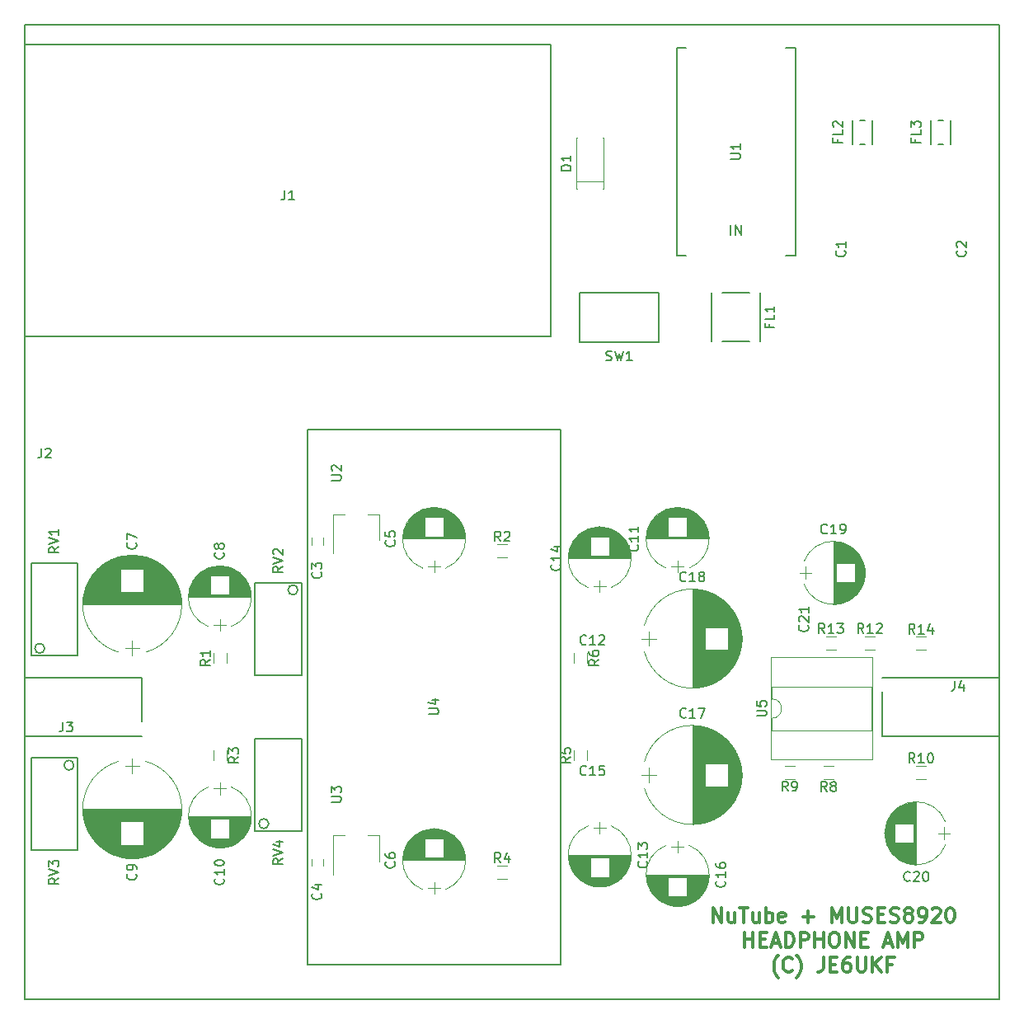
<source format=gbr>
%TF.GenerationSoftware,KiCad,Pcbnew,4.0.7*%
%TF.CreationDate,2021-06-18T00:58:30+09:00*%
%TF.ProjectId,NuTube_MUSES_AMP_PCB_v2,4E75547562655F4D555345535F414D50,rev?*%
%TF.FileFunction,Legend,Top*%
%FSLAX46Y46*%
G04 Gerber Fmt 4.6, Leading zero omitted, Abs format (unit mm)*
G04 Created by KiCad (PCBNEW 4.0.7) date 06/18/21 00:58:30*
%MOMM*%
%LPD*%
G01*
G04 APERTURE LIST*
%ADD10C,0.100000*%
%ADD11C,0.300000*%
%ADD12C,0.150000*%
%ADD13C,0.120000*%
G04 APERTURE END LIST*
D10*
D11*
X112642858Y-122128571D02*
X112642858Y-120628571D01*
X113500001Y-122128571D01*
X113500001Y-120628571D01*
X114857144Y-121128571D02*
X114857144Y-122128571D01*
X114214287Y-121128571D02*
X114214287Y-121914286D01*
X114285715Y-122057143D01*
X114428573Y-122128571D01*
X114642858Y-122128571D01*
X114785715Y-122057143D01*
X114857144Y-121985714D01*
X115357144Y-120628571D02*
X116214287Y-120628571D01*
X115785716Y-122128571D02*
X115785716Y-120628571D01*
X117357144Y-121128571D02*
X117357144Y-122128571D01*
X116714287Y-121128571D02*
X116714287Y-121914286D01*
X116785715Y-122057143D01*
X116928573Y-122128571D01*
X117142858Y-122128571D01*
X117285715Y-122057143D01*
X117357144Y-121985714D01*
X118071430Y-122128571D02*
X118071430Y-120628571D01*
X118071430Y-121200000D02*
X118214287Y-121128571D01*
X118500001Y-121128571D01*
X118642858Y-121200000D01*
X118714287Y-121271429D01*
X118785716Y-121414286D01*
X118785716Y-121842857D01*
X118714287Y-121985714D01*
X118642858Y-122057143D01*
X118500001Y-122128571D01*
X118214287Y-122128571D01*
X118071430Y-122057143D01*
X120000001Y-122057143D02*
X119857144Y-122128571D01*
X119571430Y-122128571D01*
X119428573Y-122057143D01*
X119357144Y-121914286D01*
X119357144Y-121342857D01*
X119428573Y-121200000D01*
X119571430Y-121128571D01*
X119857144Y-121128571D01*
X120000001Y-121200000D01*
X120071430Y-121342857D01*
X120071430Y-121485714D01*
X119357144Y-121628571D01*
X121857144Y-121557143D02*
X123000001Y-121557143D01*
X122428572Y-122128571D02*
X122428572Y-120985714D01*
X124857144Y-122128571D02*
X124857144Y-120628571D01*
X125357144Y-121700000D01*
X125857144Y-120628571D01*
X125857144Y-122128571D01*
X126571430Y-120628571D02*
X126571430Y-121842857D01*
X126642858Y-121985714D01*
X126714287Y-122057143D01*
X126857144Y-122128571D01*
X127142858Y-122128571D01*
X127285716Y-122057143D01*
X127357144Y-121985714D01*
X127428573Y-121842857D01*
X127428573Y-120628571D01*
X128071430Y-122057143D02*
X128285716Y-122128571D01*
X128642859Y-122128571D01*
X128785716Y-122057143D01*
X128857145Y-121985714D01*
X128928573Y-121842857D01*
X128928573Y-121700000D01*
X128857145Y-121557143D01*
X128785716Y-121485714D01*
X128642859Y-121414286D01*
X128357145Y-121342857D01*
X128214287Y-121271429D01*
X128142859Y-121200000D01*
X128071430Y-121057143D01*
X128071430Y-120914286D01*
X128142859Y-120771429D01*
X128214287Y-120700000D01*
X128357145Y-120628571D01*
X128714287Y-120628571D01*
X128928573Y-120700000D01*
X129571430Y-121342857D02*
X130071430Y-121342857D01*
X130285716Y-122128571D02*
X129571430Y-122128571D01*
X129571430Y-120628571D01*
X130285716Y-120628571D01*
X130857144Y-122057143D02*
X131071430Y-122128571D01*
X131428573Y-122128571D01*
X131571430Y-122057143D01*
X131642859Y-121985714D01*
X131714287Y-121842857D01*
X131714287Y-121700000D01*
X131642859Y-121557143D01*
X131571430Y-121485714D01*
X131428573Y-121414286D01*
X131142859Y-121342857D01*
X131000001Y-121271429D01*
X130928573Y-121200000D01*
X130857144Y-121057143D01*
X130857144Y-120914286D01*
X130928573Y-120771429D01*
X131000001Y-120700000D01*
X131142859Y-120628571D01*
X131500001Y-120628571D01*
X131714287Y-120700000D01*
X132571430Y-121271429D02*
X132428572Y-121200000D01*
X132357144Y-121128571D01*
X132285715Y-120985714D01*
X132285715Y-120914286D01*
X132357144Y-120771429D01*
X132428572Y-120700000D01*
X132571430Y-120628571D01*
X132857144Y-120628571D01*
X133000001Y-120700000D01*
X133071430Y-120771429D01*
X133142858Y-120914286D01*
X133142858Y-120985714D01*
X133071430Y-121128571D01*
X133000001Y-121200000D01*
X132857144Y-121271429D01*
X132571430Y-121271429D01*
X132428572Y-121342857D01*
X132357144Y-121414286D01*
X132285715Y-121557143D01*
X132285715Y-121842857D01*
X132357144Y-121985714D01*
X132428572Y-122057143D01*
X132571430Y-122128571D01*
X132857144Y-122128571D01*
X133000001Y-122057143D01*
X133071430Y-121985714D01*
X133142858Y-121842857D01*
X133142858Y-121557143D01*
X133071430Y-121414286D01*
X133000001Y-121342857D01*
X132857144Y-121271429D01*
X133857143Y-122128571D02*
X134142858Y-122128571D01*
X134285715Y-122057143D01*
X134357143Y-121985714D01*
X134500001Y-121771429D01*
X134571429Y-121485714D01*
X134571429Y-120914286D01*
X134500001Y-120771429D01*
X134428572Y-120700000D01*
X134285715Y-120628571D01*
X134000001Y-120628571D01*
X133857143Y-120700000D01*
X133785715Y-120771429D01*
X133714286Y-120914286D01*
X133714286Y-121271429D01*
X133785715Y-121414286D01*
X133857143Y-121485714D01*
X134000001Y-121557143D01*
X134285715Y-121557143D01*
X134428572Y-121485714D01*
X134500001Y-121414286D01*
X134571429Y-121271429D01*
X135142857Y-120771429D02*
X135214286Y-120700000D01*
X135357143Y-120628571D01*
X135714286Y-120628571D01*
X135857143Y-120700000D01*
X135928572Y-120771429D01*
X136000000Y-120914286D01*
X136000000Y-121057143D01*
X135928572Y-121271429D01*
X135071429Y-122128571D01*
X136000000Y-122128571D01*
X136928571Y-120628571D02*
X137071428Y-120628571D01*
X137214285Y-120700000D01*
X137285714Y-120771429D01*
X137357143Y-120914286D01*
X137428571Y-121200000D01*
X137428571Y-121557143D01*
X137357143Y-121842857D01*
X137285714Y-121985714D01*
X137214285Y-122057143D01*
X137071428Y-122128571D01*
X136928571Y-122128571D01*
X136785714Y-122057143D01*
X136714285Y-121985714D01*
X136642857Y-121842857D01*
X136571428Y-121557143D01*
X136571428Y-121200000D01*
X136642857Y-120914286D01*
X136714285Y-120771429D01*
X136785714Y-120700000D01*
X136928571Y-120628571D01*
X115892857Y-124678571D02*
X115892857Y-123178571D01*
X115892857Y-123892857D02*
X116750000Y-123892857D01*
X116750000Y-124678571D02*
X116750000Y-123178571D01*
X117464286Y-123892857D02*
X117964286Y-123892857D01*
X118178572Y-124678571D02*
X117464286Y-124678571D01*
X117464286Y-123178571D01*
X118178572Y-123178571D01*
X118750000Y-124250000D02*
X119464286Y-124250000D01*
X118607143Y-124678571D02*
X119107143Y-123178571D01*
X119607143Y-124678571D01*
X120107143Y-124678571D02*
X120107143Y-123178571D01*
X120464286Y-123178571D01*
X120678571Y-123250000D01*
X120821429Y-123392857D01*
X120892857Y-123535714D01*
X120964286Y-123821429D01*
X120964286Y-124035714D01*
X120892857Y-124321429D01*
X120821429Y-124464286D01*
X120678571Y-124607143D01*
X120464286Y-124678571D01*
X120107143Y-124678571D01*
X121607143Y-124678571D02*
X121607143Y-123178571D01*
X122178571Y-123178571D01*
X122321429Y-123250000D01*
X122392857Y-123321429D01*
X122464286Y-123464286D01*
X122464286Y-123678571D01*
X122392857Y-123821429D01*
X122321429Y-123892857D01*
X122178571Y-123964286D01*
X121607143Y-123964286D01*
X123107143Y-124678571D02*
X123107143Y-123178571D01*
X123107143Y-123892857D02*
X123964286Y-123892857D01*
X123964286Y-124678571D02*
X123964286Y-123178571D01*
X124964286Y-123178571D02*
X125250000Y-123178571D01*
X125392858Y-123250000D01*
X125535715Y-123392857D01*
X125607143Y-123678571D01*
X125607143Y-124178571D01*
X125535715Y-124464286D01*
X125392858Y-124607143D01*
X125250000Y-124678571D01*
X124964286Y-124678571D01*
X124821429Y-124607143D01*
X124678572Y-124464286D01*
X124607143Y-124178571D01*
X124607143Y-123678571D01*
X124678572Y-123392857D01*
X124821429Y-123250000D01*
X124964286Y-123178571D01*
X126250001Y-124678571D02*
X126250001Y-123178571D01*
X127107144Y-124678571D01*
X127107144Y-123178571D01*
X127821430Y-123892857D02*
X128321430Y-123892857D01*
X128535716Y-124678571D02*
X127821430Y-124678571D01*
X127821430Y-123178571D01*
X128535716Y-123178571D01*
X130250001Y-124250000D02*
X130964287Y-124250000D01*
X130107144Y-124678571D02*
X130607144Y-123178571D01*
X131107144Y-124678571D01*
X131607144Y-124678571D02*
X131607144Y-123178571D01*
X132107144Y-124250000D01*
X132607144Y-123178571D01*
X132607144Y-124678571D01*
X133321430Y-124678571D02*
X133321430Y-123178571D01*
X133892858Y-123178571D01*
X134035716Y-123250000D01*
X134107144Y-123321429D01*
X134178573Y-123464286D01*
X134178573Y-123678571D01*
X134107144Y-123821429D01*
X134035716Y-123892857D01*
X133892858Y-123964286D01*
X133321430Y-123964286D01*
X119321429Y-127800000D02*
X119250001Y-127728571D01*
X119107144Y-127514286D01*
X119035715Y-127371429D01*
X118964286Y-127157143D01*
X118892858Y-126800000D01*
X118892858Y-126514286D01*
X118964286Y-126157143D01*
X119035715Y-125942857D01*
X119107144Y-125800000D01*
X119250001Y-125585714D01*
X119321429Y-125514286D01*
X120750001Y-127085714D02*
X120678572Y-127157143D01*
X120464286Y-127228571D01*
X120321429Y-127228571D01*
X120107144Y-127157143D01*
X119964286Y-127014286D01*
X119892858Y-126871429D01*
X119821429Y-126585714D01*
X119821429Y-126371429D01*
X119892858Y-126085714D01*
X119964286Y-125942857D01*
X120107144Y-125800000D01*
X120321429Y-125728571D01*
X120464286Y-125728571D01*
X120678572Y-125800000D01*
X120750001Y-125871429D01*
X121250001Y-127800000D02*
X121321429Y-127728571D01*
X121464286Y-127514286D01*
X121535715Y-127371429D01*
X121607144Y-127157143D01*
X121678572Y-126800000D01*
X121678572Y-126514286D01*
X121607144Y-126157143D01*
X121535715Y-125942857D01*
X121464286Y-125800000D01*
X121321429Y-125585714D01*
X121250001Y-125514286D01*
X123964286Y-125728571D02*
X123964286Y-126800000D01*
X123892858Y-127014286D01*
X123750001Y-127157143D01*
X123535715Y-127228571D01*
X123392858Y-127228571D01*
X124678572Y-126442857D02*
X125178572Y-126442857D01*
X125392858Y-127228571D02*
X124678572Y-127228571D01*
X124678572Y-125728571D01*
X125392858Y-125728571D01*
X126678572Y-125728571D02*
X126392858Y-125728571D01*
X126250001Y-125800000D01*
X126178572Y-125871429D01*
X126035715Y-126085714D01*
X125964286Y-126371429D01*
X125964286Y-126942857D01*
X126035715Y-127085714D01*
X126107143Y-127157143D01*
X126250001Y-127228571D01*
X126535715Y-127228571D01*
X126678572Y-127157143D01*
X126750001Y-127085714D01*
X126821429Y-126942857D01*
X126821429Y-126585714D01*
X126750001Y-126442857D01*
X126678572Y-126371429D01*
X126535715Y-126300000D01*
X126250001Y-126300000D01*
X126107143Y-126371429D01*
X126035715Y-126442857D01*
X125964286Y-126585714D01*
X127464286Y-125728571D02*
X127464286Y-126942857D01*
X127535714Y-127085714D01*
X127607143Y-127157143D01*
X127750000Y-127228571D01*
X128035714Y-127228571D01*
X128178572Y-127157143D01*
X128250000Y-127085714D01*
X128321429Y-126942857D01*
X128321429Y-125728571D01*
X129035715Y-127228571D02*
X129035715Y-125728571D01*
X129892858Y-127228571D02*
X129250001Y-126371429D01*
X129892858Y-125728571D02*
X129035715Y-126585714D01*
X131035715Y-126442857D02*
X130535715Y-126442857D01*
X130535715Y-127228571D02*
X130535715Y-125728571D01*
X131250001Y-125728571D01*
D12*
X142000000Y-130000000D02*
X42000000Y-130000000D01*
X142000000Y-30000000D02*
X142000000Y-130000000D01*
X142000000Y-30000000D02*
X42000000Y-30000000D01*
X42000000Y-30000000D02*
X142000000Y-30000000D01*
X42000000Y-130000000D02*
X42000000Y-30000000D01*
D13*
X82820864Y-79732180D02*
G75*
G03X82820000Y-85767482I1179136J-3017820D01*
G01*
X85179136Y-79732180D02*
G75*
G02X85180000Y-85767482I-1179136J-3017820D01*
G01*
X85179136Y-79732180D02*
G75*
G03X82820000Y-79732518I-1179136J-3017820D01*
G01*
X80800000Y-82750000D02*
X87200000Y-82750000D01*
X80800000Y-82710000D02*
X87200000Y-82710000D01*
X80800000Y-82670000D02*
X87200000Y-82670000D01*
X80802000Y-82630000D02*
X87198000Y-82630000D01*
X80803000Y-82590000D02*
X87197000Y-82590000D01*
X80806000Y-82550000D02*
X87194000Y-82550000D01*
X80808000Y-82510000D02*
X87192000Y-82510000D01*
X80812000Y-82470000D02*
X83020000Y-82470000D01*
X84980000Y-82470000D02*
X87188000Y-82470000D01*
X80815000Y-82430000D02*
X83020000Y-82430000D01*
X84980000Y-82430000D02*
X87185000Y-82430000D01*
X80820000Y-82390000D02*
X83020000Y-82390000D01*
X84980000Y-82390000D02*
X87180000Y-82390000D01*
X80824000Y-82350000D02*
X83020000Y-82350000D01*
X84980000Y-82350000D02*
X87176000Y-82350000D01*
X80830000Y-82310000D02*
X83020000Y-82310000D01*
X84980000Y-82310000D02*
X87170000Y-82310000D01*
X80835000Y-82270000D02*
X83020000Y-82270000D01*
X84980000Y-82270000D02*
X87165000Y-82270000D01*
X80842000Y-82230000D02*
X83020000Y-82230000D01*
X84980000Y-82230000D02*
X87158000Y-82230000D01*
X80848000Y-82190000D02*
X83020000Y-82190000D01*
X84980000Y-82190000D02*
X87152000Y-82190000D01*
X80856000Y-82150000D02*
X83020000Y-82150000D01*
X84980000Y-82150000D02*
X87144000Y-82150000D01*
X80863000Y-82110000D02*
X83020000Y-82110000D01*
X84980000Y-82110000D02*
X87137000Y-82110000D01*
X80872000Y-82070000D02*
X83020000Y-82070000D01*
X84980000Y-82070000D02*
X87128000Y-82070000D01*
X80881000Y-82029000D02*
X83020000Y-82029000D01*
X84980000Y-82029000D02*
X87119000Y-82029000D01*
X80890000Y-81989000D02*
X83020000Y-81989000D01*
X84980000Y-81989000D02*
X87110000Y-81989000D01*
X80900000Y-81949000D02*
X83020000Y-81949000D01*
X84980000Y-81949000D02*
X87100000Y-81949000D01*
X80910000Y-81909000D02*
X83020000Y-81909000D01*
X84980000Y-81909000D02*
X87090000Y-81909000D01*
X80921000Y-81869000D02*
X83020000Y-81869000D01*
X84980000Y-81869000D02*
X87079000Y-81869000D01*
X80933000Y-81829000D02*
X83020000Y-81829000D01*
X84980000Y-81829000D02*
X87067000Y-81829000D01*
X80945000Y-81789000D02*
X83020000Y-81789000D01*
X84980000Y-81789000D02*
X87055000Y-81789000D01*
X80958000Y-81749000D02*
X83020000Y-81749000D01*
X84980000Y-81749000D02*
X87042000Y-81749000D01*
X80971000Y-81709000D02*
X83020000Y-81709000D01*
X84980000Y-81709000D02*
X87029000Y-81709000D01*
X80985000Y-81669000D02*
X83020000Y-81669000D01*
X84980000Y-81669000D02*
X87015000Y-81669000D01*
X80999000Y-81629000D02*
X83020000Y-81629000D01*
X84980000Y-81629000D02*
X87001000Y-81629000D01*
X81014000Y-81589000D02*
X83020000Y-81589000D01*
X84980000Y-81589000D02*
X86986000Y-81589000D01*
X81030000Y-81549000D02*
X83020000Y-81549000D01*
X84980000Y-81549000D02*
X86970000Y-81549000D01*
X81046000Y-81509000D02*
X83020000Y-81509000D01*
X84980000Y-81509000D02*
X86954000Y-81509000D01*
X81063000Y-81469000D02*
X83020000Y-81469000D01*
X84980000Y-81469000D02*
X86937000Y-81469000D01*
X81081000Y-81429000D02*
X83020000Y-81429000D01*
X84980000Y-81429000D02*
X86919000Y-81429000D01*
X81099000Y-81389000D02*
X83020000Y-81389000D01*
X84980000Y-81389000D02*
X86901000Y-81389000D01*
X81118000Y-81349000D02*
X83020000Y-81349000D01*
X84980000Y-81349000D02*
X86882000Y-81349000D01*
X81137000Y-81309000D02*
X83020000Y-81309000D01*
X84980000Y-81309000D02*
X86863000Y-81309000D01*
X81157000Y-81269000D02*
X83020000Y-81269000D01*
X84980000Y-81269000D02*
X86843000Y-81269000D01*
X81178000Y-81229000D02*
X83020000Y-81229000D01*
X84980000Y-81229000D02*
X86822000Y-81229000D01*
X81200000Y-81189000D02*
X83020000Y-81189000D01*
X84980000Y-81189000D02*
X86800000Y-81189000D01*
X81222000Y-81149000D02*
X83020000Y-81149000D01*
X84980000Y-81149000D02*
X86778000Y-81149000D01*
X81245000Y-81109000D02*
X83020000Y-81109000D01*
X84980000Y-81109000D02*
X86755000Y-81109000D01*
X81269000Y-81069000D02*
X83020000Y-81069000D01*
X84980000Y-81069000D02*
X86731000Y-81069000D01*
X81294000Y-81029000D02*
X83020000Y-81029000D01*
X84980000Y-81029000D02*
X86706000Y-81029000D01*
X81319000Y-80989000D02*
X83020000Y-80989000D01*
X84980000Y-80989000D02*
X86681000Y-80989000D01*
X81346000Y-80949000D02*
X83020000Y-80949000D01*
X84980000Y-80949000D02*
X86654000Y-80949000D01*
X81373000Y-80909000D02*
X83020000Y-80909000D01*
X84980000Y-80909000D02*
X86627000Y-80909000D01*
X81401000Y-80869000D02*
X83020000Y-80869000D01*
X84980000Y-80869000D02*
X86599000Y-80869000D01*
X81430000Y-80829000D02*
X83020000Y-80829000D01*
X84980000Y-80829000D02*
X86570000Y-80829000D01*
X81460000Y-80789000D02*
X83020000Y-80789000D01*
X84980000Y-80789000D02*
X86540000Y-80789000D01*
X81490000Y-80749000D02*
X83020000Y-80749000D01*
X84980000Y-80749000D02*
X86510000Y-80749000D01*
X81522000Y-80709000D02*
X83020000Y-80709000D01*
X84980000Y-80709000D02*
X86478000Y-80709000D01*
X81555000Y-80669000D02*
X83020000Y-80669000D01*
X84980000Y-80669000D02*
X86445000Y-80669000D01*
X81589000Y-80629000D02*
X83020000Y-80629000D01*
X84980000Y-80629000D02*
X86411000Y-80629000D01*
X81625000Y-80589000D02*
X83020000Y-80589000D01*
X84980000Y-80589000D02*
X86375000Y-80589000D01*
X81661000Y-80549000D02*
X83020000Y-80549000D01*
X84980000Y-80549000D02*
X86339000Y-80549000D01*
X81699000Y-80509000D02*
X86301000Y-80509000D01*
X81738000Y-80469000D02*
X86262000Y-80469000D01*
X81778000Y-80429000D02*
X86222000Y-80429000D01*
X81820000Y-80389000D02*
X86180000Y-80389000D01*
X81863000Y-80349000D02*
X86137000Y-80349000D01*
X81908000Y-80309000D02*
X86092000Y-80309000D01*
X81955000Y-80269000D02*
X86045000Y-80269000D01*
X82003000Y-80229000D02*
X85997000Y-80229000D01*
X82054000Y-80189000D02*
X85946000Y-80189000D01*
X82106000Y-80149000D02*
X85894000Y-80149000D01*
X82161000Y-80109000D02*
X85839000Y-80109000D01*
X82219000Y-80069000D02*
X85781000Y-80069000D01*
X82279000Y-80029000D02*
X85721000Y-80029000D01*
X82342000Y-79989000D02*
X85658000Y-79989000D01*
X82409000Y-79949000D02*
X85591000Y-79949000D01*
X82480000Y-79909000D02*
X85520000Y-79909000D01*
X82555000Y-79869000D02*
X85445000Y-79869000D01*
X82636000Y-79829000D02*
X85364000Y-79829000D01*
X82722000Y-79789000D02*
X85278000Y-79789000D01*
X82816000Y-79749000D02*
X85184000Y-79749000D01*
X82919000Y-79709000D02*
X85081000Y-79709000D01*
X83034000Y-79669000D02*
X84966000Y-79669000D01*
X83166000Y-79629000D02*
X84834000Y-79629000D01*
X83324000Y-79589000D02*
X84676000Y-79589000D01*
X83532000Y-79549000D02*
X84468000Y-79549000D01*
X84000000Y-86200000D02*
X84000000Y-85000000D01*
X83350000Y-85600000D02*
X84650000Y-85600000D01*
X82820864Y-112732180D02*
G75*
G03X82820000Y-118767482I1179136J-3017820D01*
G01*
X85179136Y-112732180D02*
G75*
G02X85180000Y-118767482I-1179136J-3017820D01*
G01*
X85179136Y-112732180D02*
G75*
G03X82820000Y-112732518I-1179136J-3017820D01*
G01*
X80800000Y-115750000D02*
X87200000Y-115750000D01*
X80800000Y-115710000D02*
X87200000Y-115710000D01*
X80800000Y-115670000D02*
X87200000Y-115670000D01*
X80802000Y-115630000D02*
X87198000Y-115630000D01*
X80803000Y-115590000D02*
X87197000Y-115590000D01*
X80806000Y-115550000D02*
X87194000Y-115550000D01*
X80808000Y-115510000D02*
X87192000Y-115510000D01*
X80812000Y-115470000D02*
X83020000Y-115470000D01*
X84980000Y-115470000D02*
X87188000Y-115470000D01*
X80815000Y-115430000D02*
X83020000Y-115430000D01*
X84980000Y-115430000D02*
X87185000Y-115430000D01*
X80820000Y-115390000D02*
X83020000Y-115390000D01*
X84980000Y-115390000D02*
X87180000Y-115390000D01*
X80824000Y-115350000D02*
X83020000Y-115350000D01*
X84980000Y-115350000D02*
X87176000Y-115350000D01*
X80830000Y-115310000D02*
X83020000Y-115310000D01*
X84980000Y-115310000D02*
X87170000Y-115310000D01*
X80835000Y-115270000D02*
X83020000Y-115270000D01*
X84980000Y-115270000D02*
X87165000Y-115270000D01*
X80842000Y-115230000D02*
X83020000Y-115230000D01*
X84980000Y-115230000D02*
X87158000Y-115230000D01*
X80848000Y-115190000D02*
X83020000Y-115190000D01*
X84980000Y-115190000D02*
X87152000Y-115190000D01*
X80856000Y-115150000D02*
X83020000Y-115150000D01*
X84980000Y-115150000D02*
X87144000Y-115150000D01*
X80863000Y-115110000D02*
X83020000Y-115110000D01*
X84980000Y-115110000D02*
X87137000Y-115110000D01*
X80872000Y-115070000D02*
X83020000Y-115070000D01*
X84980000Y-115070000D02*
X87128000Y-115070000D01*
X80881000Y-115029000D02*
X83020000Y-115029000D01*
X84980000Y-115029000D02*
X87119000Y-115029000D01*
X80890000Y-114989000D02*
X83020000Y-114989000D01*
X84980000Y-114989000D02*
X87110000Y-114989000D01*
X80900000Y-114949000D02*
X83020000Y-114949000D01*
X84980000Y-114949000D02*
X87100000Y-114949000D01*
X80910000Y-114909000D02*
X83020000Y-114909000D01*
X84980000Y-114909000D02*
X87090000Y-114909000D01*
X80921000Y-114869000D02*
X83020000Y-114869000D01*
X84980000Y-114869000D02*
X87079000Y-114869000D01*
X80933000Y-114829000D02*
X83020000Y-114829000D01*
X84980000Y-114829000D02*
X87067000Y-114829000D01*
X80945000Y-114789000D02*
X83020000Y-114789000D01*
X84980000Y-114789000D02*
X87055000Y-114789000D01*
X80958000Y-114749000D02*
X83020000Y-114749000D01*
X84980000Y-114749000D02*
X87042000Y-114749000D01*
X80971000Y-114709000D02*
X83020000Y-114709000D01*
X84980000Y-114709000D02*
X87029000Y-114709000D01*
X80985000Y-114669000D02*
X83020000Y-114669000D01*
X84980000Y-114669000D02*
X87015000Y-114669000D01*
X80999000Y-114629000D02*
X83020000Y-114629000D01*
X84980000Y-114629000D02*
X87001000Y-114629000D01*
X81014000Y-114589000D02*
X83020000Y-114589000D01*
X84980000Y-114589000D02*
X86986000Y-114589000D01*
X81030000Y-114549000D02*
X83020000Y-114549000D01*
X84980000Y-114549000D02*
X86970000Y-114549000D01*
X81046000Y-114509000D02*
X83020000Y-114509000D01*
X84980000Y-114509000D02*
X86954000Y-114509000D01*
X81063000Y-114469000D02*
X83020000Y-114469000D01*
X84980000Y-114469000D02*
X86937000Y-114469000D01*
X81081000Y-114429000D02*
X83020000Y-114429000D01*
X84980000Y-114429000D02*
X86919000Y-114429000D01*
X81099000Y-114389000D02*
X83020000Y-114389000D01*
X84980000Y-114389000D02*
X86901000Y-114389000D01*
X81118000Y-114349000D02*
X83020000Y-114349000D01*
X84980000Y-114349000D02*
X86882000Y-114349000D01*
X81137000Y-114309000D02*
X83020000Y-114309000D01*
X84980000Y-114309000D02*
X86863000Y-114309000D01*
X81157000Y-114269000D02*
X83020000Y-114269000D01*
X84980000Y-114269000D02*
X86843000Y-114269000D01*
X81178000Y-114229000D02*
X83020000Y-114229000D01*
X84980000Y-114229000D02*
X86822000Y-114229000D01*
X81200000Y-114189000D02*
X83020000Y-114189000D01*
X84980000Y-114189000D02*
X86800000Y-114189000D01*
X81222000Y-114149000D02*
X83020000Y-114149000D01*
X84980000Y-114149000D02*
X86778000Y-114149000D01*
X81245000Y-114109000D02*
X83020000Y-114109000D01*
X84980000Y-114109000D02*
X86755000Y-114109000D01*
X81269000Y-114069000D02*
X83020000Y-114069000D01*
X84980000Y-114069000D02*
X86731000Y-114069000D01*
X81294000Y-114029000D02*
X83020000Y-114029000D01*
X84980000Y-114029000D02*
X86706000Y-114029000D01*
X81319000Y-113989000D02*
X83020000Y-113989000D01*
X84980000Y-113989000D02*
X86681000Y-113989000D01*
X81346000Y-113949000D02*
X83020000Y-113949000D01*
X84980000Y-113949000D02*
X86654000Y-113949000D01*
X81373000Y-113909000D02*
X83020000Y-113909000D01*
X84980000Y-113909000D02*
X86627000Y-113909000D01*
X81401000Y-113869000D02*
X83020000Y-113869000D01*
X84980000Y-113869000D02*
X86599000Y-113869000D01*
X81430000Y-113829000D02*
X83020000Y-113829000D01*
X84980000Y-113829000D02*
X86570000Y-113829000D01*
X81460000Y-113789000D02*
X83020000Y-113789000D01*
X84980000Y-113789000D02*
X86540000Y-113789000D01*
X81490000Y-113749000D02*
X83020000Y-113749000D01*
X84980000Y-113749000D02*
X86510000Y-113749000D01*
X81522000Y-113709000D02*
X83020000Y-113709000D01*
X84980000Y-113709000D02*
X86478000Y-113709000D01*
X81555000Y-113669000D02*
X83020000Y-113669000D01*
X84980000Y-113669000D02*
X86445000Y-113669000D01*
X81589000Y-113629000D02*
X83020000Y-113629000D01*
X84980000Y-113629000D02*
X86411000Y-113629000D01*
X81625000Y-113589000D02*
X83020000Y-113589000D01*
X84980000Y-113589000D02*
X86375000Y-113589000D01*
X81661000Y-113549000D02*
X83020000Y-113549000D01*
X84980000Y-113549000D02*
X86339000Y-113549000D01*
X81699000Y-113509000D02*
X86301000Y-113509000D01*
X81738000Y-113469000D02*
X86262000Y-113469000D01*
X81778000Y-113429000D02*
X86222000Y-113429000D01*
X81820000Y-113389000D02*
X86180000Y-113389000D01*
X81863000Y-113349000D02*
X86137000Y-113349000D01*
X81908000Y-113309000D02*
X86092000Y-113309000D01*
X81955000Y-113269000D02*
X86045000Y-113269000D01*
X82003000Y-113229000D02*
X85997000Y-113229000D01*
X82054000Y-113189000D02*
X85946000Y-113189000D01*
X82106000Y-113149000D02*
X85894000Y-113149000D01*
X82161000Y-113109000D02*
X85839000Y-113109000D01*
X82219000Y-113069000D02*
X85781000Y-113069000D01*
X82279000Y-113029000D02*
X85721000Y-113029000D01*
X82342000Y-112989000D02*
X85658000Y-112989000D01*
X82409000Y-112949000D02*
X85591000Y-112949000D01*
X82480000Y-112909000D02*
X85520000Y-112909000D01*
X82555000Y-112869000D02*
X85445000Y-112869000D01*
X82636000Y-112829000D02*
X85364000Y-112829000D01*
X82722000Y-112789000D02*
X85278000Y-112789000D01*
X82816000Y-112749000D02*
X85184000Y-112749000D01*
X82919000Y-112709000D02*
X85081000Y-112709000D01*
X83034000Y-112669000D02*
X84966000Y-112669000D01*
X83166000Y-112629000D02*
X84834000Y-112629000D01*
X83324000Y-112589000D02*
X84676000Y-112589000D01*
X83532000Y-112549000D02*
X84468000Y-112549000D01*
X84000000Y-119200000D02*
X84000000Y-118000000D01*
X83350000Y-118600000D02*
X84650000Y-118600000D01*
X51616736Y-84601563D02*
G75*
G03X51620000Y-94399357I1383264J-4898437D01*
G01*
X54383264Y-84601563D02*
G75*
G02X54380000Y-94399357I-1383264J-4898437D01*
G01*
X54383264Y-84601563D02*
G75*
G03X51620000Y-84600643I-1383264J-4898437D01*
G01*
X47950000Y-89500000D02*
X58050000Y-89500000D01*
X47950000Y-89460000D02*
X58050000Y-89460000D01*
X47950000Y-89420000D02*
X58050000Y-89420000D01*
X47951000Y-89380000D02*
X58049000Y-89380000D01*
X47952000Y-89340000D02*
X58048000Y-89340000D01*
X47953000Y-89300000D02*
X58047000Y-89300000D01*
X47955000Y-89260000D02*
X58045000Y-89260000D01*
X47957000Y-89220000D02*
X58043000Y-89220000D01*
X47960000Y-89180000D02*
X58040000Y-89180000D01*
X47962000Y-89140000D02*
X58038000Y-89140000D01*
X47965000Y-89100000D02*
X58035000Y-89100000D01*
X47969000Y-89060000D02*
X58031000Y-89060000D01*
X47972000Y-89020000D02*
X58028000Y-89020000D01*
X47976000Y-88980000D02*
X58024000Y-88980000D01*
X47980000Y-88940000D02*
X58020000Y-88940000D01*
X47985000Y-88900000D02*
X58015000Y-88900000D01*
X47990000Y-88860000D02*
X58010000Y-88860000D01*
X47995000Y-88820000D02*
X58005000Y-88820000D01*
X48001000Y-88779000D02*
X57999000Y-88779000D01*
X48007000Y-88739000D02*
X57993000Y-88739000D01*
X48013000Y-88699000D02*
X57987000Y-88699000D01*
X48019000Y-88659000D02*
X57981000Y-88659000D01*
X48026000Y-88619000D02*
X57974000Y-88619000D01*
X48033000Y-88579000D02*
X57967000Y-88579000D01*
X48041000Y-88539000D02*
X57959000Y-88539000D01*
X48049000Y-88499000D02*
X57951000Y-88499000D01*
X48057000Y-88459000D02*
X57943000Y-88459000D01*
X48065000Y-88419000D02*
X57935000Y-88419000D01*
X48074000Y-88379000D02*
X57926000Y-88379000D01*
X48083000Y-88339000D02*
X57917000Y-88339000D01*
X48093000Y-88299000D02*
X57907000Y-88299000D01*
X48103000Y-88259000D02*
X57897000Y-88259000D01*
X48113000Y-88219000D02*
X57887000Y-88219000D01*
X48124000Y-88179000D02*
X51819000Y-88179000D01*
X54181000Y-88179000D02*
X57876000Y-88179000D01*
X48135000Y-88139000D02*
X51819000Y-88139000D01*
X54181000Y-88139000D02*
X57865000Y-88139000D01*
X48146000Y-88099000D02*
X51819000Y-88099000D01*
X54181000Y-88099000D02*
X57854000Y-88099000D01*
X48157000Y-88059000D02*
X51819000Y-88059000D01*
X54181000Y-88059000D02*
X57843000Y-88059000D01*
X48169000Y-88019000D02*
X51819000Y-88019000D01*
X54181000Y-88019000D02*
X57831000Y-88019000D01*
X48182000Y-87979000D02*
X51819000Y-87979000D01*
X54181000Y-87979000D02*
X57818000Y-87979000D01*
X48194000Y-87939000D02*
X51819000Y-87939000D01*
X54181000Y-87939000D02*
X57806000Y-87939000D01*
X48208000Y-87899000D02*
X51819000Y-87899000D01*
X54181000Y-87899000D02*
X57792000Y-87899000D01*
X48221000Y-87859000D02*
X51819000Y-87859000D01*
X54181000Y-87859000D02*
X57779000Y-87859000D01*
X48235000Y-87819000D02*
X51819000Y-87819000D01*
X54181000Y-87819000D02*
X57765000Y-87819000D01*
X48249000Y-87779000D02*
X51819000Y-87779000D01*
X54181000Y-87779000D02*
X57751000Y-87779000D01*
X48263000Y-87739000D02*
X51819000Y-87739000D01*
X54181000Y-87739000D02*
X57737000Y-87739000D01*
X48278000Y-87699000D02*
X51819000Y-87699000D01*
X54181000Y-87699000D02*
X57722000Y-87699000D01*
X48294000Y-87659000D02*
X51819000Y-87659000D01*
X54181000Y-87659000D02*
X57706000Y-87659000D01*
X48309000Y-87619000D02*
X51819000Y-87619000D01*
X54181000Y-87619000D02*
X57691000Y-87619000D01*
X48326000Y-87579000D02*
X51819000Y-87579000D01*
X54181000Y-87579000D02*
X57674000Y-87579000D01*
X48342000Y-87539000D02*
X51819000Y-87539000D01*
X54181000Y-87539000D02*
X57658000Y-87539000D01*
X48359000Y-87499000D02*
X51819000Y-87499000D01*
X54181000Y-87499000D02*
X57641000Y-87499000D01*
X48376000Y-87459000D02*
X51819000Y-87459000D01*
X54181000Y-87459000D02*
X57624000Y-87459000D01*
X48394000Y-87419000D02*
X51819000Y-87419000D01*
X54181000Y-87419000D02*
X57606000Y-87419000D01*
X48412000Y-87379000D02*
X51819000Y-87379000D01*
X54181000Y-87379000D02*
X57588000Y-87379000D01*
X48431000Y-87339000D02*
X51819000Y-87339000D01*
X54181000Y-87339000D02*
X57569000Y-87339000D01*
X48450000Y-87299000D02*
X51819000Y-87299000D01*
X54181000Y-87299000D02*
X57550000Y-87299000D01*
X48469000Y-87259000D02*
X51819000Y-87259000D01*
X54181000Y-87259000D02*
X57531000Y-87259000D01*
X48489000Y-87219000D02*
X51819000Y-87219000D01*
X54181000Y-87219000D02*
X57511000Y-87219000D01*
X48509000Y-87179000D02*
X51819000Y-87179000D01*
X54181000Y-87179000D02*
X57491000Y-87179000D01*
X48530000Y-87139000D02*
X51819000Y-87139000D01*
X54181000Y-87139000D02*
X57470000Y-87139000D01*
X48551000Y-87099000D02*
X51819000Y-87099000D01*
X54181000Y-87099000D02*
X57449000Y-87099000D01*
X48572000Y-87059000D02*
X51819000Y-87059000D01*
X54181000Y-87059000D02*
X57428000Y-87059000D01*
X48595000Y-87019000D02*
X51819000Y-87019000D01*
X54181000Y-87019000D02*
X57405000Y-87019000D01*
X48617000Y-86979000D02*
X51819000Y-86979000D01*
X54181000Y-86979000D02*
X57383000Y-86979000D01*
X48640000Y-86939000D02*
X51819000Y-86939000D01*
X54181000Y-86939000D02*
X57360000Y-86939000D01*
X48664000Y-86899000D02*
X51819000Y-86899000D01*
X54181000Y-86899000D02*
X57336000Y-86899000D01*
X48688000Y-86859000D02*
X51819000Y-86859000D01*
X54181000Y-86859000D02*
X57312000Y-86859000D01*
X48712000Y-86819000D02*
X51819000Y-86819000D01*
X54181000Y-86819000D02*
X57288000Y-86819000D01*
X48737000Y-86779000D02*
X51819000Y-86779000D01*
X54181000Y-86779000D02*
X57263000Y-86779000D01*
X48763000Y-86739000D02*
X51819000Y-86739000D01*
X54181000Y-86739000D02*
X57237000Y-86739000D01*
X48789000Y-86699000D02*
X51819000Y-86699000D01*
X54181000Y-86699000D02*
X57211000Y-86699000D01*
X48815000Y-86659000D02*
X51819000Y-86659000D01*
X54181000Y-86659000D02*
X57185000Y-86659000D01*
X48843000Y-86619000D02*
X51819000Y-86619000D01*
X54181000Y-86619000D02*
X57157000Y-86619000D01*
X48870000Y-86579000D02*
X51819000Y-86579000D01*
X54181000Y-86579000D02*
X57130000Y-86579000D01*
X48899000Y-86539000D02*
X51819000Y-86539000D01*
X54181000Y-86539000D02*
X57101000Y-86539000D01*
X48928000Y-86499000D02*
X51819000Y-86499000D01*
X54181000Y-86499000D02*
X57072000Y-86499000D01*
X48957000Y-86459000D02*
X51819000Y-86459000D01*
X54181000Y-86459000D02*
X57043000Y-86459000D01*
X48987000Y-86419000D02*
X51819000Y-86419000D01*
X54181000Y-86419000D02*
X57013000Y-86419000D01*
X49018000Y-86379000D02*
X51819000Y-86379000D01*
X54181000Y-86379000D02*
X56982000Y-86379000D01*
X49049000Y-86339000D02*
X51819000Y-86339000D01*
X54181000Y-86339000D02*
X56951000Y-86339000D01*
X49081000Y-86299000D02*
X51819000Y-86299000D01*
X54181000Y-86299000D02*
X56919000Y-86299000D01*
X49114000Y-86259000D02*
X51819000Y-86259000D01*
X54181000Y-86259000D02*
X56886000Y-86259000D01*
X49147000Y-86219000D02*
X51819000Y-86219000D01*
X54181000Y-86219000D02*
X56853000Y-86219000D01*
X49181000Y-86179000D02*
X51819000Y-86179000D01*
X54181000Y-86179000D02*
X56819000Y-86179000D01*
X49216000Y-86139000D02*
X51819000Y-86139000D01*
X54181000Y-86139000D02*
X56784000Y-86139000D01*
X49252000Y-86099000D02*
X51819000Y-86099000D01*
X54181000Y-86099000D02*
X56748000Y-86099000D01*
X49288000Y-86059000D02*
X51819000Y-86059000D01*
X54181000Y-86059000D02*
X56712000Y-86059000D01*
X49325000Y-86019000D02*
X51819000Y-86019000D01*
X54181000Y-86019000D02*
X56675000Y-86019000D01*
X49363000Y-85979000D02*
X51819000Y-85979000D01*
X54181000Y-85979000D02*
X56637000Y-85979000D01*
X49402000Y-85939000D02*
X51819000Y-85939000D01*
X54181000Y-85939000D02*
X56598000Y-85939000D01*
X49441000Y-85899000D02*
X51819000Y-85899000D01*
X54181000Y-85899000D02*
X56559000Y-85899000D01*
X49482000Y-85859000D02*
X51819000Y-85859000D01*
X54181000Y-85859000D02*
X56518000Y-85859000D01*
X49523000Y-85819000D02*
X56477000Y-85819000D01*
X49565000Y-85779000D02*
X56435000Y-85779000D01*
X49609000Y-85739000D02*
X56391000Y-85739000D01*
X49653000Y-85699000D02*
X56347000Y-85699000D01*
X49698000Y-85659000D02*
X56302000Y-85659000D01*
X49745000Y-85619000D02*
X56255000Y-85619000D01*
X49793000Y-85579000D02*
X56207000Y-85579000D01*
X49842000Y-85539000D02*
X56158000Y-85539000D01*
X49892000Y-85499000D02*
X56108000Y-85499000D01*
X49943000Y-85459000D02*
X56057000Y-85459000D01*
X49996000Y-85419000D02*
X56004000Y-85419000D01*
X50051000Y-85379000D02*
X55949000Y-85379000D01*
X50106000Y-85339000D02*
X55894000Y-85339000D01*
X50164000Y-85299000D02*
X55836000Y-85299000D01*
X50223000Y-85259000D02*
X55777000Y-85259000D01*
X50285000Y-85219000D02*
X55715000Y-85219000D01*
X50348000Y-85179000D02*
X55652000Y-85179000D01*
X50413000Y-85139000D02*
X55587000Y-85139000D01*
X50481000Y-85099000D02*
X55519000Y-85099000D01*
X50551000Y-85059000D02*
X55449000Y-85059000D01*
X50623000Y-85019000D02*
X55377000Y-85019000D01*
X50699000Y-84979000D02*
X55301000Y-84979000D01*
X50778000Y-84939000D02*
X55222000Y-84939000D01*
X50860000Y-84899000D02*
X55140000Y-84899000D01*
X50947000Y-84859000D02*
X55053000Y-84859000D01*
X51038000Y-84819000D02*
X54962000Y-84819000D01*
X51134000Y-84779000D02*
X54866000Y-84779000D01*
X51237000Y-84739000D02*
X54763000Y-84739000D01*
X51346000Y-84699000D02*
X54654000Y-84699000D01*
X51464000Y-84659000D02*
X54536000Y-84659000D01*
X51593000Y-84619000D02*
X54407000Y-84619000D01*
X51735000Y-84579000D02*
X54265000Y-84579000D01*
X51896000Y-84539000D02*
X54104000Y-84539000D01*
X52087000Y-84499000D02*
X53913000Y-84499000D01*
X52328000Y-84459000D02*
X53672000Y-84459000D01*
X52721000Y-84419000D02*
X53279000Y-84419000D01*
X53000000Y-94700000D02*
X53000000Y-93200000D01*
X52250000Y-93950000D02*
X53750000Y-93950000D01*
X60820864Y-85732180D02*
G75*
G03X60820000Y-91767482I1179136J-3017820D01*
G01*
X63179136Y-85732180D02*
G75*
G02X63180000Y-91767482I-1179136J-3017820D01*
G01*
X63179136Y-85732180D02*
G75*
G03X60820000Y-85732518I-1179136J-3017820D01*
G01*
X58800000Y-88750000D02*
X65200000Y-88750000D01*
X58800000Y-88710000D02*
X65200000Y-88710000D01*
X58800000Y-88670000D02*
X65200000Y-88670000D01*
X58802000Y-88630000D02*
X65198000Y-88630000D01*
X58803000Y-88590000D02*
X65197000Y-88590000D01*
X58806000Y-88550000D02*
X65194000Y-88550000D01*
X58808000Y-88510000D02*
X65192000Y-88510000D01*
X58812000Y-88470000D02*
X61020000Y-88470000D01*
X62980000Y-88470000D02*
X65188000Y-88470000D01*
X58815000Y-88430000D02*
X61020000Y-88430000D01*
X62980000Y-88430000D02*
X65185000Y-88430000D01*
X58820000Y-88390000D02*
X61020000Y-88390000D01*
X62980000Y-88390000D02*
X65180000Y-88390000D01*
X58824000Y-88350000D02*
X61020000Y-88350000D01*
X62980000Y-88350000D02*
X65176000Y-88350000D01*
X58830000Y-88310000D02*
X61020000Y-88310000D01*
X62980000Y-88310000D02*
X65170000Y-88310000D01*
X58835000Y-88270000D02*
X61020000Y-88270000D01*
X62980000Y-88270000D02*
X65165000Y-88270000D01*
X58842000Y-88230000D02*
X61020000Y-88230000D01*
X62980000Y-88230000D02*
X65158000Y-88230000D01*
X58848000Y-88190000D02*
X61020000Y-88190000D01*
X62980000Y-88190000D02*
X65152000Y-88190000D01*
X58856000Y-88150000D02*
X61020000Y-88150000D01*
X62980000Y-88150000D02*
X65144000Y-88150000D01*
X58863000Y-88110000D02*
X61020000Y-88110000D01*
X62980000Y-88110000D02*
X65137000Y-88110000D01*
X58872000Y-88070000D02*
X61020000Y-88070000D01*
X62980000Y-88070000D02*
X65128000Y-88070000D01*
X58881000Y-88029000D02*
X61020000Y-88029000D01*
X62980000Y-88029000D02*
X65119000Y-88029000D01*
X58890000Y-87989000D02*
X61020000Y-87989000D01*
X62980000Y-87989000D02*
X65110000Y-87989000D01*
X58900000Y-87949000D02*
X61020000Y-87949000D01*
X62980000Y-87949000D02*
X65100000Y-87949000D01*
X58910000Y-87909000D02*
X61020000Y-87909000D01*
X62980000Y-87909000D02*
X65090000Y-87909000D01*
X58921000Y-87869000D02*
X61020000Y-87869000D01*
X62980000Y-87869000D02*
X65079000Y-87869000D01*
X58933000Y-87829000D02*
X61020000Y-87829000D01*
X62980000Y-87829000D02*
X65067000Y-87829000D01*
X58945000Y-87789000D02*
X61020000Y-87789000D01*
X62980000Y-87789000D02*
X65055000Y-87789000D01*
X58958000Y-87749000D02*
X61020000Y-87749000D01*
X62980000Y-87749000D02*
X65042000Y-87749000D01*
X58971000Y-87709000D02*
X61020000Y-87709000D01*
X62980000Y-87709000D02*
X65029000Y-87709000D01*
X58985000Y-87669000D02*
X61020000Y-87669000D01*
X62980000Y-87669000D02*
X65015000Y-87669000D01*
X58999000Y-87629000D02*
X61020000Y-87629000D01*
X62980000Y-87629000D02*
X65001000Y-87629000D01*
X59014000Y-87589000D02*
X61020000Y-87589000D01*
X62980000Y-87589000D02*
X64986000Y-87589000D01*
X59030000Y-87549000D02*
X61020000Y-87549000D01*
X62980000Y-87549000D02*
X64970000Y-87549000D01*
X59046000Y-87509000D02*
X61020000Y-87509000D01*
X62980000Y-87509000D02*
X64954000Y-87509000D01*
X59063000Y-87469000D02*
X61020000Y-87469000D01*
X62980000Y-87469000D02*
X64937000Y-87469000D01*
X59081000Y-87429000D02*
X61020000Y-87429000D01*
X62980000Y-87429000D02*
X64919000Y-87429000D01*
X59099000Y-87389000D02*
X61020000Y-87389000D01*
X62980000Y-87389000D02*
X64901000Y-87389000D01*
X59118000Y-87349000D02*
X61020000Y-87349000D01*
X62980000Y-87349000D02*
X64882000Y-87349000D01*
X59137000Y-87309000D02*
X61020000Y-87309000D01*
X62980000Y-87309000D02*
X64863000Y-87309000D01*
X59157000Y-87269000D02*
X61020000Y-87269000D01*
X62980000Y-87269000D02*
X64843000Y-87269000D01*
X59178000Y-87229000D02*
X61020000Y-87229000D01*
X62980000Y-87229000D02*
X64822000Y-87229000D01*
X59200000Y-87189000D02*
X61020000Y-87189000D01*
X62980000Y-87189000D02*
X64800000Y-87189000D01*
X59222000Y-87149000D02*
X61020000Y-87149000D01*
X62980000Y-87149000D02*
X64778000Y-87149000D01*
X59245000Y-87109000D02*
X61020000Y-87109000D01*
X62980000Y-87109000D02*
X64755000Y-87109000D01*
X59269000Y-87069000D02*
X61020000Y-87069000D01*
X62980000Y-87069000D02*
X64731000Y-87069000D01*
X59294000Y-87029000D02*
X61020000Y-87029000D01*
X62980000Y-87029000D02*
X64706000Y-87029000D01*
X59319000Y-86989000D02*
X61020000Y-86989000D01*
X62980000Y-86989000D02*
X64681000Y-86989000D01*
X59346000Y-86949000D02*
X61020000Y-86949000D01*
X62980000Y-86949000D02*
X64654000Y-86949000D01*
X59373000Y-86909000D02*
X61020000Y-86909000D01*
X62980000Y-86909000D02*
X64627000Y-86909000D01*
X59401000Y-86869000D02*
X61020000Y-86869000D01*
X62980000Y-86869000D02*
X64599000Y-86869000D01*
X59430000Y-86829000D02*
X61020000Y-86829000D01*
X62980000Y-86829000D02*
X64570000Y-86829000D01*
X59460000Y-86789000D02*
X61020000Y-86789000D01*
X62980000Y-86789000D02*
X64540000Y-86789000D01*
X59490000Y-86749000D02*
X61020000Y-86749000D01*
X62980000Y-86749000D02*
X64510000Y-86749000D01*
X59522000Y-86709000D02*
X61020000Y-86709000D01*
X62980000Y-86709000D02*
X64478000Y-86709000D01*
X59555000Y-86669000D02*
X61020000Y-86669000D01*
X62980000Y-86669000D02*
X64445000Y-86669000D01*
X59589000Y-86629000D02*
X61020000Y-86629000D01*
X62980000Y-86629000D02*
X64411000Y-86629000D01*
X59625000Y-86589000D02*
X61020000Y-86589000D01*
X62980000Y-86589000D02*
X64375000Y-86589000D01*
X59661000Y-86549000D02*
X61020000Y-86549000D01*
X62980000Y-86549000D02*
X64339000Y-86549000D01*
X59699000Y-86509000D02*
X64301000Y-86509000D01*
X59738000Y-86469000D02*
X64262000Y-86469000D01*
X59778000Y-86429000D02*
X64222000Y-86429000D01*
X59820000Y-86389000D02*
X64180000Y-86389000D01*
X59863000Y-86349000D02*
X64137000Y-86349000D01*
X59908000Y-86309000D02*
X64092000Y-86309000D01*
X59955000Y-86269000D02*
X64045000Y-86269000D01*
X60003000Y-86229000D02*
X63997000Y-86229000D01*
X60054000Y-86189000D02*
X63946000Y-86189000D01*
X60106000Y-86149000D02*
X63894000Y-86149000D01*
X60161000Y-86109000D02*
X63839000Y-86109000D01*
X60219000Y-86069000D02*
X63781000Y-86069000D01*
X60279000Y-86029000D02*
X63721000Y-86029000D01*
X60342000Y-85989000D02*
X63658000Y-85989000D01*
X60409000Y-85949000D02*
X63591000Y-85949000D01*
X60480000Y-85909000D02*
X63520000Y-85909000D01*
X60555000Y-85869000D02*
X63445000Y-85869000D01*
X60636000Y-85829000D02*
X63364000Y-85829000D01*
X60722000Y-85789000D02*
X63278000Y-85789000D01*
X60816000Y-85749000D02*
X63184000Y-85749000D01*
X60919000Y-85709000D02*
X63081000Y-85709000D01*
X61034000Y-85669000D02*
X62966000Y-85669000D01*
X61166000Y-85629000D02*
X62834000Y-85629000D01*
X61324000Y-85589000D02*
X62676000Y-85589000D01*
X61532000Y-85549000D02*
X62468000Y-85549000D01*
X62000000Y-92200000D02*
X62000000Y-91000000D01*
X61350000Y-91600000D02*
X62650000Y-91600000D01*
X54383264Y-115398437D02*
G75*
G03X54380000Y-105600643I-1383264J4898437D01*
G01*
X51616736Y-115398437D02*
G75*
G02X51620000Y-105600643I1383264J4898437D01*
G01*
X51616736Y-115398437D02*
G75*
G03X54380000Y-115399357I1383264J4898437D01*
G01*
X58050000Y-110500000D02*
X47950000Y-110500000D01*
X58050000Y-110540000D02*
X47950000Y-110540000D01*
X58050000Y-110580000D02*
X47950000Y-110580000D01*
X58049000Y-110620000D02*
X47951000Y-110620000D01*
X58048000Y-110660000D02*
X47952000Y-110660000D01*
X58047000Y-110700000D02*
X47953000Y-110700000D01*
X58045000Y-110740000D02*
X47955000Y-110740000D01*
X58043000Y-110780000D02*
X47957000Y-110780000D01*
X58040000Y-110820000D02*
X47960000Y-110820000D01*
X58038000Y-110860000D02*
X47962000Y-110860000D01*
X58035000Y-110900000D02*
X47965000Y-110900000D01*
X58031000Y-110940000D02*
X47969000Y-110940000D01*
X58028000Y-110980000D02*
X47972000Y-110980000D01*
X58024000Y-111020000D02*
X47976000Y-111020000D01*
X58020000Y-111060000D02*
X47980000Y-111060000D01*
X58015000Y-111100000D02*
X47985000Y-111100000D01*
X58010000Y-111140000D02*
X47990000Y-111140000D01*
X58005000Y-111180000D02*
X47995000Y-111180000D01*
X57999000Y-111221000D02*
X48001000Y-111221000D01*
X57993000Y-111261000D02*
X48007000Y-111261000D01*
X57987000Y-111301000D02*
X48013000Y-111301000D01*
X57981000Y-111341000D02*
X48019000Y-111341000D01*
X57974000Y-111381000D02*
X48026000Y-111381000D01*
X57967000Y-111421000D02*
X48033000Y-111421000D01*
X57959000Y-111461000D02*
X48041000Y-111461000D01*
X57951000Y-111501000D02*
X48049000Y-111501000D01*
X57943000Y-111541000D02*
X48057000Y-111541000D01*
X57935000Y-111581000D02*
X48065000Y-111581000D01*
X57926000Y-111621000D02*
X48074000Y-111621000D01*
X57917000Y-111661000D02*
X48083000Y-111661000D01*
X57907000Y-111701000D02*
X48093000Y-111701000D01*
X57897000Y-111741000D02*
X48103000Y-111741000D01*
X57887000Y-111781000D02*
X48113000Y-111781000D01*
X57876000Y-111821000D02*
X54181000Y-111821000D01*
X51819000Y-111821000D02*
X48124000Y-111821000D01*
X57865000Y-111861000D02*
X54181000Y-111861000D01*
X51819000Y-111861000D02*
X48135000Y-111861000D01*
X57854000Y-111901000D02*
X54181000Y-111901000D01*
X51819000Y-111901000D02*
X48146000Y-111901000D01*
X57843000Y-111941000D02*
X54181000Y-111941000D01*
X51819000Y-111941000D02*
X48157000Y-111941000D01*
X57831000Y-111981000D02*
X54181000Y-111981000D01*
X51819000Y-111981000D02*
X48169000Y-111981000D01*
X57818000Y-112021000D02*
X54181000Y-112021000D01*
X51819000Y-112021000D02*
X48182000Y-112021000D01*
X57806000Y-112061000D02*
X54181000Y-112061000D01*
X51819000Y-112061000D02*
X48194000Y-112061000D01*
X57792000Y-112101000D02*
X54181000Y-112101000D01*
X51819000Y-112101000D02*
X48208000Y-112101000D01*
X57779000Y-112141000D02*
X54181000Y-112141000D01*
X51819000Y-112141000D02*
X48221000Y-112141000D01*
X57765000Y-112181000D02*
X54181000Y-112181000D01*
X51819000Y-112181000D02*
X48235000Y-112181000D01*
X57751000Y-112221000D02*
X54181000Y-112221000D01*
X51819000Y-112221000D02*
X48249000Y-112221000D01*
X57737000Y-112261000D02*
X54181000Y-112261000D01*
X51819000Y-112261000D02*
X48263000Y-112261000D01*
X57722000Y-112301000D02*
X54181000Y-112301000D01*
X51819000Y-112301000D02*
X48278000Y-112301000D01*
X57706000Y-112341000D02*
X54181000Y-112341000D01*
X51819000Y-112341000D02*
X48294000Y-112341000D01*
X57691000Y-112381000D02*
X54181000Y-112381000D01*
X51819000Y-112381000D02*
X48309000Y-112381000D01*
X57674000Y-112421000D02*
X54181000Y-112421000D01*
X51819000Y-112421000D02*
X48326000Y-112421000D01*
X57658000Y-112461000D02*
X54181000Y-112461000D01*
X51819000Y-112461000D02*
X48342000Y-112461000D01*
X57641000Y-112501000D02*
X54181000Y-112501000D01*
X51819000Y-112501000D02*
X48359000Y-112501000D01*
X57624000Y-112541000D02*
X54181000Y-112541000D01*
X51819000Y-112541000D02*
X48376000Y-112541000D01*
X57606000Y-112581000D02*
X54181000Y-112581000D01*
X51819000Y-112581000D02*
X48394000Y-112581000D01*
X57588000Y-112621000D02*
X54181000Y-112621000D01*
X51819000Y-112621000D02*
X48412000Y-112621000D01*
X57569000Y-112661000D02*
X54181000Y-112661000D01*
X51819000Y-112661000D02*
X48431000Y-112661000D01*
X57550000Y-112701000D02*
X54181000Y-112701000D01*
X51819000Y-112701000D02*
X48450000Y-112701000D01*
X57531000Y-112741000D02*
X54181000Y-112741000D01*
X51819000Y-112741000D02*
X48469000Y-112741000D01*
X57511000Y-112781000D02*
X54181000Y-112781000D01*
X51819000Y-112781000D02*
X48489000Y-112781000D01*
X57491000Y-112821000D02*
X54181000Y-112821000D01*
X51819000Y-112821000D02*
X48509000Y-112821000D01*
X57470000Y-112861000D02*
X54181000Y-112861000D01*
X51819000Y-112861000D02*
X48530000Y-112861000D01*
X57449000Y-112901000D02*
X54181000Y-112901000D01*
X51819000Y-112901000D02*
X48551000Y-112901000D01*
X57428000Y-112941000D02*
X54181000Y-112941000D01*
X51819000Y-112941000D02*
X48572000Y-112941000D01*
X57405000Y-112981000D02*
X54181000Y-112981000D01*
X51819000Y-112981000D02*
X48595000Y-112981000D01*
X57383000Y-113021000D02*
X54181000Y-113021000D01*
X51819000Y-113021000D02*
X48617000Y-113021000D01*
X57360000Y-113061000D02*
X54181000Y-113061000D01*
X51819000Y-113061000D02*
X48640000Y-113061000D01*
X57336000Y-113101000D02*
X54181000Y-113101000D01*
X51819000Y-113101000D02*
X48664000Y-113101000D01*
X57312000Y-113141000D02*
X54181000Y-113141000D01*
X51819000Y-113141000D02*
X48688000Y-113141000D01*
X57288000Y-113181000D02*
X54181000Y-113181000D01*
X51819000Y-113181000D02*
X48712000Y-113181000D01*
X57263000Y-113221000D02*
X54181000Y-113221000D01*
X51819000Y-113221000D02*
X48737000Y-113221000D01*
X57237000Y-113261000D02*
X54181000Y-113261000D01*
X51819000Y-113261000D02*
X48763000Y-113261000D01*
X57211000Y-113301000D02*
X54181000Y-113301000D01*
X51819000Y-113301000D02*
X48789000Y-113301000D01*
X57185000Y-113341000D02*
X54181000Y-113341000D01*
X51819000Y-113341000D02*
X48815000Y-113341000D01*
X57157000Y-113381000D02*
X54181000Y-113381000D01*
X51819000Y-113381000D02*
X48843000Y-113381000D01*
X57130000Y-113421000D02*
X54181000Y-113421000D01*
X51819000Y-113421000D02*
X48870000Y-113421000D01*
X57101000Y-113461000D02*
X54181000Y-113461000D01*
X51819000Y-113461000D02*
X48899000Y-113461000D01*
X57072000Y-113501000D02*
X54181000Y-113501000D01*
X51819000Y-113501000D02*
X48928000Y-113501000D01*
X57043000Y-113541000D02*
X54181000Y-113541000D01*
X51819000Y-113541000D02*
X48957000Y-113541000D01*
X57013000Y-113581000D02*
X54181000Y-113581000D01*
X51819000Y-113581000D02*
X48987000Y-113581000D01*
X56982000Y-113621000D02*
X54181000Y-113621000D01*
X51819000Y-113621000D02*
X49018000Y-113621000D01*
X56951000Y-113661000D02*
X54181000Y-113661000D01*
X51819000Y-113661000D02*
X49049000Y-113661000D01*
X56919000Y-113701000D02*
X54181000Y-113701000D01*
X51819000Y-113701000D02*
X49081000Y-113701000D01*
X56886000Y-113741000D02*
X54181000Y-113741000D01*
X51819000Y-113741000D02*
X49114000Y-113741000D01*
X56853000Y-113781000D02*
X54181000Y-113781000D01*
X51819000Y-113781000D02*
X49147000Y-113781000D01*
X56819000Y-113821000D02*
X54181000Y-113821000D01*
X51819000Y-113821000D02*
X49181000Y-113821000D01*
X56784000Y-113861000D02*
X54181000Y-113861000D01*
X51819000Y-113861000D02*
X49216000Y-113861000D01*
X56748000Y-113901000D02*
X54181000Y-113901000D01*
X51819000Y-113901000D02*
X49252000Y-113901000D01*
X56712000Y-113941000D02*
X54181000Y-113941000D01*
X51819000Y-113941000D02*
X49288000Y-113941000D01*
X56675000Y-113981000D02*
X54181000Y-113981000D01*
X51819000Y-113981000D02*
X49325000Y-113981000D01*
X56637000Y-114021000D02*
X54181000Y-114021000D01*
X51819000Y-114021000D02*
X49363000Y-114021000D01*
X56598000Y-114061000D02*
X54181000Y-114061000D01*
X51819000Y-114061000D02*
X49402000Y-114061000D01*
X56559000Y-114101000D02*
X54181000Y-114101000D01*
X51819000Y-114101000D02*
X49441000Y-114101000D01*
X56518000Y-114141000D02*
X54181000Y-114141000D01*
X51819000Y-114141000D02*
X49482000Y-114141000D01*
X56477000Y-114181000D02*
X49523000Y-114181000D01*
X56435000Y-114221000D02*
X49565000Y-114221000D01*
X56391000Y-114261000D02*
X49609000Y-114261000D01*
X56347000Y-114301000D02*
X49653000Y-114301000D01*
X56302000Y-114341000D02*
X49698000Y-114341000D01*
X56255000Y-114381000D02*
X49745000Y-114381000D01*
X56207000Y-114421000D02*
X49793000Y-114421000D01*
X56158000Y-114461000D02*
X49842000Y-114461000D01*
X56108000Y-114501000D02*
X49892000Y-114501000D01*
X56057000Y-114541000D02*
X49943000Y-114541000D01*
X56004000Y-114581000D02*
X49996000Y-114581000D01*
X55949000Y-114621000D02*
X50051000Y-114621000D01*
X55894000Y-114661000D02*
X50106000Y-114661000D01*
X55836000Y-114701000D02*
X50164000Y-114701000D01*
X55777000Y-114741000D02*
X50223000Y-114741000D01*
X55715000Y-114781000D02*
X50285000Y-114781000D01*
X55652000Y-114821000D02*
X50348000Y-114821000D01*
X55587000Y-114861000D02*
X50413000Y-114861000D01*
X55519000Y-114901000D02*
X50481000Y-114901000D01*
X55449000Y-114941000D02*
X50551000Y-114941000D01*
X55377000Y-114981000D02*
X50623000Y-114981000D01*
X55301000Y-115021000D02*
X50699000Y-115021000D01*
X55222000Y-115061000D02*
X50778000Y-115061000D01*
X55140000Y-115101000D02*
X50860000Y-115101000D01*
X55053000Y-115141000D02*
X50947000Y-115141000D01*
X54962000Y-115181000D02*
X51038000Y-115181000D01*
X54866000Y-115221000D02*
X51134000Y-115221000D01*
X54763000Y-115261000D02*
X51237000Y-115261000D01*
X54654000Y-115301000D02*
X51346000Y-115301000D01*
X54536000Y-115341000D02*
X51464000Y-115341000D01*
X54407000Y-115381000D02*
X51593000Y-115381000D01*
X54265000Y-115421000D02*
X51735000Y-115421000D01*
X54104000Y-115461000D02*
X51896000Y-115461000D01*
X53913000Y-115501000D02*
X52087000Y-115501000D01*
X53672000Y-115541000D02*
X52328000Y-115541000D01*
X53279000Y-115581000D02*
X52721000Y-115581000D01*
X53000000Y-105300000D02*
X53000000Y-106800000D01*
X53750000Y-106050000D02*
X52250000Y-106050000D01*
X63179136Y-114267820D02*
G75*
G03X63180000Y-108232518I-1179136J3017820D01*
G01*
X60820864Y-114267820D02*
G75*
G02X60820000Y-108232518I1179136J3017820D01*
G01*
X60820864Y-114267820D02*
G75*
G03X63180000Y-114267482I1179136J3017820D01*
G01*
X65200000Y-111250000D02*
X58800000Y-111250000D01*
X65200000Y-111290000D02*
X58800000Y-111290000D01*
X65200000Y-111330000D02*
X58800000Y-111330000D01*
X65198000Y-111370000D02*
X58802000Y-111370000D01*
X65197000Y-111410000D02*
X58803000Y-111410000D01*
X65194000Y-111450000D02*
X58806000Y-111450000D01*
X65192000Y-111490000D02*
X58808000Y-111490000D01*
X65188000Y-111530000D02*
X62980000Y-111530000D01*
X61020000Y-111530000D02*
X58812000Y-111530000D01*
X65185000Y-111570000D02*
X62980000Y-111570000D01*
X61020000Y-111570000D02*
X58815000Y-111570000D01*
X65180000Y-111610000D02*
X62980000Y-111610000D01*
X61020000Y-111610000D02*
X58820000Y-111610000D01*
X65176000Y-111650000D02*
X62980000Y-111650000D01*
X61020000Y-111650000D02*
X58824000Y-111650000D01*
X65170000Y-111690000D02*
X62980000Y-111690000D01*
X61020000Y-111690000D02*
X58830000Y-111690000D01*
X65165000Y-111730000D02*
X62980000Y-111730000D01*
X61020000Y-111730000D02*
X58835000Y-111730000D01*
X65158000Y-111770000D02*
X62980000Y-111770000D01*
X61020000Y-111770000D02*
X58842000Y-111770000D01*
X65152000Y-111810000D02*
X62980000Y-111810000D01*
X61020000Y-111810000D02*
X58848000Y-111810000D01*
X65144000Y-111850000D02*
X62980000Y-111850000D01*
X61020000Y-111850000D02*
X58856000Y-111850000D01*
X65137000Y-111890000D02*
X62980000Y-111890000D01*
X61020000Y-111890000D02*
X58863000Y-111890000D01*
X65128000Y-111930000D02*
X62980000Y-111930000D01*
X61020000Y-111930000D02*
X58872000Y-111930000D01*
X65119000Y-111971000D02*
X62980000Y-111971000D01*
X61020000Y-111971000D02*
X58881000Y-111971000D01*
X65110000Y-112011000D02*
X62980000Y-112011000D01*
X61020000Y-112011000D02*
X58890000Y-112011000D01*
X65100000Y-112051000D02*
X62980000Y-112051000D01*
X61020000Y-112051000D02*
X58900000Y-112051000D01*
X65090000Y-112091000D02*
X62980000Y-112091000D01*
X61020000Y-112091000D02*
X58910000Y-112091000D01*
X65079000Y-112131000D02*
X62980000Y-112131000D01*
X61020000Y-112131000D02*
X58921000Y-112131000D01*
X65067000Y-112171000D02*
X62980000Y-112171000D01*
X61020000Y-112171000D02*
X58933000Y-112171000D01*
X65055000Y-112211000D02*
X62980000Y-112211000D01*
X61020000Y-112211000D02*
X58945000Y-112211000D01*
X65042000Y-112251000D02*
X62980000Y-112251000D01*
X61020000Y-112251000D02*
X58958000Y-112251000D01*
X65029000Y-112291000D02*
X62980000Y-112291000D01*
X61020000Y-112291000D02*
X58971000Y-112291000D01*
X65015000Y-112331000D02*
X62980000Y-112331000D01*
X61020000Y-112331000D02*
X58985000Y-112331000D01*
X65001000Y-112371000D02*
X62980000Y-112371000D01*
X61020000Y-112371000D02*
X58999000Y-112371000D01*
X64986000Y-112411000D02*
X62980000Y-112411000D01*
X61020000Y-112411000D02*
X59014000Y-112411000D01*
X64970000Y-112451000D02*
X62980000Y-112451000D01*
X61020000Y-112451000D02*
X59030000Y-112451000D01*
X64954000Y-112491000D02*
X62980000Y-112491000D01*
X61020000Y-112491000D02*
X59046000Y-112491000D01*
X64937000Y-112531000D02*
X62980000Y-112531000D01*
X61020000Y-112531000D02*
X59063000Y-112531000D01*
X64919000Y-112571000D02*
X62980000Y-112571000D01*
X61020000Y-112571000D02*
X59081000Y-112571000D01*
X64901000Y-112611000D02*
X62980000Y-112611000D01*
X61020000Y-112611000D02*
X59099000Y-112611000D01*
X64882000Y-112651000D02*
X62980000Y-112651000D01*
X61020000Y-112651000D02*
X59118000Y-112651000D01*
X64863000Y-112691000D02*
X62980000Y-112691000D01*
X61020000Y-112691000D02*
X59137000Y-112691000D01*
X64843000Y-112731000D02*
X62980000Y-112731000D01*
X61020000Y-112731000D02*
X59157000Y-112731000D01*
X64822000Y-112771000D02*
X62980000Y-112771000D01*
X61020000Y-112771000D02*
X59178000Y-112771000D01*
X64800000Y-112811000D02*
X62980000Y-112811000D01*
X61020000Y-112811000D02*
X59200000Y-112811000D01*
X64778000Y-112851000D02*
X62980000Y-112851000D01*
X61020000Y-112851000D02*
X59222000Y-112851000D01*
X64755000Y-112891000D02*
X62980000Y-112891000D01*
X61020000Y-112891000D02*
X59245000Y-112891000D01*
X64731000Y-112931000D02*
X62980000Y-112931000D01*
X61020000Y-112931000D02*
X59269000Y-112931000D01*
X64706000Y-112971000D02*
X62980000Y-112971000D01*
X61020000Y-112971000D02*
X59294000Y-112971000D01*
X64681000Y-113011000D02*
X62980000Y-113011000D01*
X61020000Y-113011000D02*
X59319000Y-113011000D01*
X64654000Y-113051000D02*
X62980000Y-113051000D01*
X61020000Y-113051000D02*
X59346000Y-113051000D01*
X64627000Y-113091000D02*
X62980000Y-113091000D01*
X61020000Y-113091000D02*
X59373000Y-113091000D01*
X64599000Y-113131000D02*
X62980000Y-113131000D01*
X61020000Y-113131000D02*
X59401000Y-113131000D01*
X64570000Y-113171000D02*
X62980000Y-113171000D01*
X61020000Y-113171000D02*
X59430000Y-113171000D01*
X64540000Y-113211000D02*
X62980000Y-113211000D01*
X61020000Y-113211000D02*
X59460000Y-113211000D01*
X64510000Y-113251000D02*
X62980000Y-113251000D01*
X61020000Y-113251000D02*
X59490000Y-113251000D01*
X64478000Y-113291000D02*
X62980000Y-113291000D01*
X61020000Y-113291000D02*
X59522000Y-113291000D01*
X64445000Y-113331000D02*
X62980000Y-113331000D01*
X61020000Y-113331000D02*
X59555000Y-113331000D01*
X64411000Y-113371000D02*
X62980000Y-113371000D01*
X61020000Y-113371000D02*
X59589000Y-113371000D01*
X64375000Y-113411000D02*
X62980000Y-113411000D01*
X61020000Y-113411000D02*
X59625000Y-113411000D01*
X64339000Y-113451000D02*
X62980000Y-113451000D01*
X61020000Y-113451000D02*
X59661000Y-113451000D01*
X64301000Y-113491000D02*
X59699000Y-113491000D01*
X64262000Y-113531000D02*
X59738000Y-113531000D01*
X64222000Y-113571000D02*
X59778000Y-113571000D01*
X64180000Y-113611000D02*
X59820000Y-113611000D01*
X64137000Y-113651000D02*
X59863000Y-113651000D01*
X64092000Y-113691000D02*
X59908000Y-113691000D01*
X64045000Y-113731000D02*
X59955000Y-113731000D01*
X63997000Y-113771000D02*
X60003000Y-113771000D01*
X63946000Y-113811000D02*
X60054000Y-113811000D01*
X63894000Y-113851000D02*
X60106000Y-113851000D01*
X63839000Y-113891000D02*
X60161000Y-113891000D01*
X63781000Y-113931000D02*
X60219000Y-113931000D01*
X63721000Y-113971000D02*
X60279000Y-113971000D01*
X63658000Y-114011000D02*
X60342000Y-114011000D01*
X63591000Y-114051000D02*
X60409000Y-114051000D01*
X63520000Y-114091000D02*
X60480000Y-114091000D01*
X63445000Y-114131000D02*
X60555000Y-114131000D01*
X63364000Y-114171000D02*
X60636000Y-114171000D01*
X63278000Y-114211000D02*
X60722000Y-114211000D01*
X63184000Y-114251000D02*
X60816000Y-114251000D01*
X63081000Y-114291000D02*
X60919000Y-114291000D01*
X62966000Y-114331000D02*
X61034000Y-114331000D01*
X62834000Y-114371000D02*
X61166000Y-114371000D01*
X62676000Y-114411000D02*
X61324000Y-114411000D01*
X62468000Y-114451000D02*
X61532000Y-114451000D01*
X62000000Y-107800000D02*
X62000000Y-109000000D01*
X62650000Y-108400000D02*
X61350000Y-108400000D01*
X107820864Y-79732180D02*
G75*
G03X107820000Y-85767482I1179136J-3017820D01*
G01*
X110179136Y-79732180D02*
G75*
G02X110180000Y-85767482I-1179136J-3017820D01*
G01*
X110179136Y-79732180D02*
G75*
G03X107820000Y-79732518I-1179136J-3017820D01*
G01*
X105800000Y-82750000D02*
X112200000Y-82750000D01*
X105800000Y-82710000D02*
X112200000Y-82710000D01*
X105800000Y-82670000D02*
X112200000Y-82670000D01*
X105802000Y-82630000D02*
X112198000Y-82630000D01*
X105803000Y-82590000D02*
X112197000Y-82590000D01*
X105806000Y-82550000D02*
X112194000Y-82550000D01*
X105808000Y-82510000D02*
X112192000Y-82510000D01*
X105812000Y-82470000D02*
X108020000Y-82470000D01*
X109980000Y-82470000D02*
X112188000Y-82470000D01*
X105815000Y-82430000D02*
X108020000Y-82430000D01*
X109980000Y-82430000D02*
X112185000Y-82430000D01*
X105820000Y-82390000D02*
X108020000Y-82390000D01*
X109980000Y-82390000D02*
X112180000Y-82390000D01*
X105824000Y-82350000D02*
X108020000Y-82350000D01*
X109980000Y-82350000D02*
X112176000Y-82350000D01*
X105830000Y-82310000D02*
X108020000Y-82310000D01*
X109980000Y-82310000D02*
X112170000Y-82310000D01*
X105835000Y-82270000D02*
X108020000Y-82270000D01*
X109980000Y-82270000D02*
X112165000Y-82270000D01*
X105842000Y-82230000D02*
X108020000Y-82230000D01*
X109980000Y-82230000D02*
X112158000Y-82230000D01*
X105848000Y-82190000D02*
X108020000Y-82190000D01*
X109980000Y-82190000D02*
X112152000Y-82190000D01*
X105856000Y-82150000D02*
X108020000Y-82150000D01*
X109980000Y-82150000D02*
X112144000Y-82150000D01*
X105863000Y-82110000D02*
X108020000Y-82110000D01*
X109980000Y-82110000D02*
X112137000Y-82110000D01*
X105872000Y-82070000D02*
X108020000Y-82070000D01*
X109980000Y-82070000D02*
X112128000Y-82070000D01*
X105881000Y-82029000D02*
X108020000Y-82029000D01*
X109980000Y-82029000D02*
X112119000Y-82029000D01*
X105890000Y-81989000D02*
X108020000Y-81989000D01*
X109980000Y-81989000D02*
X112110000Y-81989000D01*
X105900000Y-81949000D02*
X108020000Y-81949000D01*
X109980000Y-81949000D02*
X112100000Y-81949000D01*
X105910000Y-81909000D02*
X108020000Y-81909000D01*
X109980000Y-81909000D02*
X112090000Y-81909000D01*
X105921000Y-81869000D02*
X108020000Y-81869000D01*
X109980000Y-81869000D02*
X112079000Y-81869000D01*
X105933000Y-81829000D02*
X108020000Y-81829000D01*
X109980000Y-81829000D02*
X112067000Y-81829000D01*
X105945000Y-81789000D02*
X108020000Y-81789000D01*
X109980000Y-81789000D02*
X112055000Y-81789000D01*
X105958000Y-81749000D02*
X108020000Y-81749000D01*
X109980000Y-81749000D02*
X112042000Y-81749000D01*
X105971000Y-81709000D02*
X108020000Y-81709000D01*
X109980000Y-81709000D02*
X112029000Y-81709000D01*
X105985000Y-81669000D02*
X108020000Y-81669000D01*
X109980000Y-81669000D02*
X112015000Y-81669000D01*
X105999000Y-81629000D02*
X108020000Y-81629000D01*
X109980000Y-81629000D02*
X112001000Y-81629000D01*
X106014000Y-81589000D02*
X108020000Y-81589000D01*
X109980000Y-81589000D02*
X111986000Y-81589000D01*
X106030000Y-81549000D02*
X108020000Y-81549000D01*
X109980000Y-81549000D02*
X111970000Y-81549000D01*
X106046000Y-81509000D02*
X108020000Y-81509000D01*
X109980000Y-81509000D02*
X111954000Y-81509000D01*
X106063000Y-81469000D02*
X108020000Y-81469000D01*
X109980000Y-81469000D02*
X111937000Y-81469000D01*
X106081000Y-81429000D02*
X108020000Y-81429000D01*
X109980000Y-81429000D02*
X111919000Y-81429000D01*
X106099000Y-81389000D02*
X108020000Y-81389000D01*
X109980000Y-81389000D02*
X111901000Y-81389000D01*
X106118000Y-81349000D02*
X108020000Y-81349000D01*
X109980000Y-81349000D02*
X111882000Y-81349000D01*
X106137000Y-81309000D02*
X108020000Y-81309000D01*
X109980000Y-81309000D02*
X111863000Y-81309000D01*
X106157000Y-81269000D02*
X108020000Y-81269000D01*
X109980000Y-81269000D02*
X111843000Y-81269000D01*
X106178000Y-81229000D02*
X108020000Y-81229000D01*
X109980000Y-81229000D02*
X111822000Y-81229000D01*
X106200000Y-81189000D02*
X108020000Y-81189000D01*
X109980000Y-81189000D02*
X111800000Y-81189000D01*
X106222000Y-81149000D02*
X108020000Y-81149000D01*
X109980000Y-81149000D02*
X111778000Y-81149000D01*
X106245000Y-81109000D02*
X108020000Y-81109000D01*
X109980000Y-81109000D02*
X111755000Y-81109000D01*
X106269000Y-81069000D02*
X108020000Y-81069000D01*
X109980000Y-81069000D02*
X111731000Y-81069000D01*
X106294000Y-81029000D02*
X108020000Y-81029000D01*
X109980000Y-81029000D02*
X111706000Y-81029000D01*
X106319000Y-80989000D02*
X108020000Y-80989000D01*
X109980000Y-80989000D02*
X111681000Y-80989000D01*
X106346000Y-80949000D02*
X108020000Y-80949000D01*
X109980000Y-80949000D02*
X111654000Y-80949000D01*
X106373000Y-80909000D02*
X108020000Y-80909000D01*
X109980000Y-80909000D02*
X111627000Y-80909000D01*
X106401000Y-80869000D02*
X108020000Y-80869000D01*
X109980000Y-80869000D02*
X111599000Y-80869000D01*
X106430000Y-80829000D02*
X108020000Y-80829000D01*
X109980000Y-80829000D02*
X111570000Y-80829000D01*
X106460000Y-80789000D02*
X108020000Y-80789000D01*
X109980000Y-80789000D02*
X111540000Y-80789000D01*
X106490000Y-80749000D02*
X108020000Y-80749000D01*
X109980000Y-80749000D02*
X111510000Y-80749000D01*
X106522000Y-80709000D02*
X108020000Y-80709000D01*
X109980000Y-80709000D02*
X111478000Y-80709000D01*
X106555000Y-80669000D02*
X108020000Y-80669000D01*
X109980000Y-80669000D02*
X111445000Y-80669000D01*
X106589000Y-80629000D02*
X108020000Y-80629000D01*
X109980000Y-80629000D02*
X111411000Y-80629000D01*
X106625000Y-80589000D02*
X108020000Y-80589000D01*
X109980000Y-80589000D02*
X111375000Y-80589000D01*
X106661000Y-80549000D02*
X108020000Y-80549000D01*
X109980000Y-80549000D02*
X111339000Y-80549000D01*
X106699000Y-80509000D02*
X111301000Y-80509000D01*
X106738000Y-80469000D02*
X111262000Y-80469000D01*
X106778000Y-80429000D02*
X111222000Y-80429000D01*
X106820000Y-80389000D02*
X111180000Y-80389000D01*
X106863000Y-80349000D02*
X111137000Y-80349000D01*
X106908000Y-80309000D02*
X111092000Y-80309000D01*
X106955000Y-80269000D02*
X111045000Y-80269000D01*
X107003000Y-80229000D02*
X110997000Y-80229000D01*
X107054000Y-80189000D02*
X110946000Y-80189000D01*
X107106000Y-80149000D02*
X110894000Y-80149000D01*
X107161000Y-80109000D02*
X110839000Y-80109000D01*
X107219000Y-80069000D02*
X110781000Y-80069000D01*
X107279000Y-80029000D02*
X110721000Y-80029000D01*
X107342000Y-79989000D02*
X110658000Y-79989000D01*
X107409000Y-79949000D02*
X110591000Y-79949000D01*
X107480000Y-79909000D02*
X110520000Y-79909000D01*
X107555000Y-79869000D02*
X110445000Y-79869000D01*
X107636000Y-79829000D02*
X110364000Y-79829000D01*
X107722000Y-79789000D02*
X110278000Y-79789000D01*
X107816000Y-79749000D02*
X110184000Y-79749000D01*
X107919000Y-79709000D02*
X110081000Y-79709000D01*
X108034000Y-79669000D02*
X109966000Y-79669000D01*
X108166000Y-79629000D02*
X109834000Y-79629000D01*
X108324000Y-79589000D02*
X109676000Y-79589000D01*
X108532000Y-79549000D02*
X109468000Y-79549000D01*
X109000000Y-86200000D02*
X109000000Y-85000000D01*
X108350000Y-85600000D02*
X109650000Y-85600000D01*
X102179136Y-118267820D02*
G75*
G03X102180000Y-112232518I-1179136J3017820D01*
G01*
X99820864Y-118267820D02*
G75*
G02X99820000Y-112232518I1179136J3017820D01*
G01*
X99820864Y-118267820D02*
G75*
G03X102180000Y-118267482I1179136J3017820D01*
G01*
X104200000Y-115250000D02*
X97800000Y-115250000D01*
X104200000Y-115290000D02*
X97800000Y-115290000D01*
X104200000Y-115330000D02*
X97800000Y-115330000D01*
X104198000Y-115370000D02*
X97802000Y-115370000D01*
X104197000Y-115410000D02*
X97803000Y-115410000D01*
X104194000Y-115450000D02*
X97806000Y-115450000D01*
X104192000Y-115490000D02*
X97808000Y-115490000D01*
X104188000Y-115530000D02*
X101980000Y-115530000D01*
X100020000Y-115530000D02*
X97812000Y-115530000D01*
X104185000Y-115570000D02*
X101980000Y-115570000D01*
X100020000Y-115570000D02*
X97815000Y-115570000D01*
X104180000Y-115610000D02*
X101980000Y-115610000D01*
X100020000Y-115610000D02*
X97820000Y-115610000D01*
X104176000Y-115650000D02*
X101980000Y-115650000D01*
X100020000Y-115650000D02*
X97824000Y-115650000D01*
X104170000Y-115690000D02*
X101980000Y-115690000D01*
X100020000Y-115690000D02*
X97830000Y-115690000D01*
X104165000Y-115730000D02*
X101980000Y-115730000D01*
X100020000Y-115730000D02*
X97835000Y-115730000D01*
X104158000Y-115770000D02*
X101980000Y-115770000D01*
X100020000Y-115770000D02*
X97842000Y-115770000D01*
X104152000Y-115810000D02*
X101980000Y-115810000D01*
X100020000Y-115810000D02*
X97848000Y-115810000D01*
X104144000Y-115850000D02*
X101980000Y-115850000D01*
X100020000Y-115850000D02*
X97856000Y-115850000D01*
X104137000Y-115890000D02*
X101980000Y-115890000D01*
X100020000Y-115890000D02*
X97863000Y-115890000D01*
X104128000Y-115930000D02*
X101980000Y-115930000D01*
X100020000Y-115930000D02*
X97872000Y-115930000D01*
X104119000Y-115971000D02*
X101980000Y-115971000D01*
X100020000Y-115971000D02*
X97881000Y-115971000D01*
X104110000Y-116011000D02*
X101980000Y-116011000D01*
X100020000Y-116011000D02*
X97890000Y-116011000D01*
X104100000Y-116051000D02*
X101980000Y-116051000D01*
X100020000Y-116051000D02*
X97900000Y-116051000D01*
X104090000Y-116091000D02*
X101980000Y-116091000D01*
X100020000Y-116091000D02*
X97910000Y-116091000D01*
X104079000Y-116131000D02*
X101980000Y-116131000D01*
X100020000Y-116131000D02*
X97921000Y-116131000D01*
X104067000Y-116171000D02*
X101980000Y-116171000D01*
X100020000Y-116171000D02*
X97933000Y-116171000D01*
X104055000Y-116211000D02*
X101980000Y-116211000D01*
X100020000Y-116211000D02*
X97945000Y-116211000D01*
X104042000Y-116251000D02*
X101980000Y-116251000D01*
X100020000Y-116251000D02*
X97958000Y-116251000D01*
X104029000Y-116291000D02*
X101980000Y-116291000D01*
X100020000Y-116291000D02*
X97971000Y-116291000D01*
X104015000Y-116331000D02*
X101980000Y-116331000D01*
X100020000Y-116331000D02*
X97985000Y-116331000D01*
X104001000Y-116371000D02*
X101980000Y-116371000D01*
X100020000Y-116371000D02*
X97999000Y-116371000D01*
X103986000Y-116411000D02*
X101980000Y-116411000D01*
X100020000Y-116411000D02*
X98014000Y-116411000D01*
X103970000Y-116451000D02*
X101980000Y-116451000D01*
X100020000Y-116451000D02*
X98030000Y-116451000D01*
X103954000Y-116491000D02*
X101980000Y-116491000D01*
X100020000Y-116491000D02*
X98046000Y-116491000D01*
X103937000Y-116531000D02*
X101980000Y-116531000D01*
X100020000Y-116531000D02*
X98063000Y-116531000D01*
X103919000Y-116571000D02*
X101980000Y-116571000D01*
X100020000Y-116571000D02*
X98081000Y-116571000D01*
X103901000Y-116611000D02*
X101980000Y-116611000D01*
X100020000Y-116611000D02*
X98099000Y-116611000D01*
X103882000Y-116651000D02*
X101980000Y-116651000D01*
X100020000Y-116651000D02*
X98118000Y-116651000D01*
X103863000Y-116691000D02*
X101980000Y-116691000D01*
X100020000Y-116691000D02*
X98137000Y-116691000D01*
X103843000Y-116731000D02*
X101980000Y-116731000D01*
X100020000Y-116731000D02*
X98157000Y-116731000D01*
X103822000Y-116771000D02*
X101980000Y-116771000D01*
X100020000Y-116771000D02*
X98178000Y-116771000D01*
X103800000Y-116811000D02*
X101980000Y-116811000D01*
X100020000Y-116811000D02*
X98200000Y-116811000D01*
X103778000Y-116851000D02*
X101980000Y-116851000D01*
X100020000Y-116851000D02*
X98222000Y-116851000D01*
X103755000Y-116891000D02*
X101980000Y-116891000D01*
X100020000Y-116891000D02*
X98245000Y-116891000D01*
X103731000Y-116931000D02*
X101980000Y-116931000D01*
X100020000Y-116931000D02*
X98269000Y-116931000D01*
X103706000Y-116971000D02*
X101980000Y-116971000D01*
X100020000Y-116971000D02*
X98294000Y-116971000D01*
X103681000Y-117011000D02*
X101980000Y-117011000D01*
X100020000Y-117011000D02*
X98319000Y-117011000D01*
X103654000Y-117051000D02*
X101980000Y-117051000D01*
X100020000Y-117051000D02*
X98346000Y-117051000D01*
X103627000Y-117091000D02*
X101980000Y-117091000D01*
X100020000Y-117091000D02*
X98373000Y-117091000D01*
X103599000Y-117131000D02*
X101980000Y-117131000D01*
X100020000Y-117131000D02*
X98401000Y-117131000D01*
X103570000Y-117171000D02*
X101980000Y-117171000D01*
X100020000Y-117171000D02*
X98430000Y-117171000D01*
X103540000Y-117211000D02*
X101980000Y-117211000D01*
X100020000Y-117211000D02*
X98460000Y-117211000D01*
X103510000Y-117251000D02*
X101980000Y-117251000D01*
X100020000Y-117251000D02*
X98490000Y-117251000D01*
X103478000Y-117291000D02*
X101980000Y-117291000D01*
X100020000Y-117291000D02*
X98522000Y-117291000D01*
X103445000Y-117331000D02*
X101980000Y-117331000D01*
X100020000Y-117331000D02*
X98555000Y-117331000D01*
X103411000Y-117371000D02*
X101980000Y-117371000D01*
X100020000Y-117371000D02*
X98589000Y-117371000D01*
X103375000Y-117411000D02*
X101980000Y-117411000D01*
X100020000Y-117411000D02*
X98625000Y-117411000D01*
X103339000Y-117451000D02*
X101980000Y-117451000D01*
X100020000Y-117451000D02*
X98661000Y-117451000D01*
X103301000Y-117491000D02*
X98699000Y-117491000D01*
X103262000Y-117531000D02*
X98738000Y-117531000D01*
X103222000Y-117571000D02*
X98778000Y-117571000D01*
X103180000Y-117611000D02*
X98820000Y-117611000D01*
X103137000Y-117651000D02*
X98863000Y-117651000D01*
X103092000Y-117691000D02*
X98908000Y-117691000D01*
X103045000Y-117731000D02*
X98955000Y-117731000D01*
X102997000Y-117771000D02*
X99003000Y-117771000D01*
X102946000Y-117811000D02*
X99054000Y-117811000D01*
X102894000Y-117851000D02*
X99106000Y-117851000D01*
X102839000Y-117891000D02*
X99161000Y-117891000D01*
X102781000Y-117931000D02*
X99219000Y-117931000D01*
X102721000Y-117971000D02*
X99279000Y-117971000D01*
X102658000Y-118011000D02*
X99342000Y-118011000D01*
X102591000Y-118051000D02*
X99409000Y-118051000D01*
X102520000Y-118091000D02*
X99480000Y-118091000D01*
X102445000Y-118131000D02*
X99555000Y-118131000D01*
X102364000Y-118171000D02*
X99636000Y-118171000D01*
X102278000Y-118211000D02*
X99722000Y-118211000D01*
X102184000Y-118251000D02*
X99816000Y-118251000D01*
X102081000Y-118291000D02*
X99919000Y-118291000D01*
X101966000Y-118331000D02*
X100034000Y-118331000D01*
X101834000Y-118371000D02*
X100166000Y-118371000D01*
X101676000Y-118411000D02*
X100324000Y-118411000D01*
X101468000Y-118451000D02*
X100532000Y-118451000D01*
X101000000Y-111800000D02*
X101000000Y-113000000D01*
X101650000Y-112400000D02*
X100350000Y-112400000D01*
X99820864Y-81732180D02*
G75*
G03X99820000Y-87767482I1179136J-3017820D01*
G01*
X102179136Y-81732180D02*
G75*
G02X102180000Y-87767482I-1179136J-3017820D01*
G01*
X102179136Y-81732180D02*
G75*
G03X99820000Y-81732518I-1179136J-3017820D01*
G01*
X97800000Y-84750000D02*
X104200000Y-84750000D01*
X97800000Y-84710000D02*
X104200000Y-84710000D01*
X97800000Y-84670000D02*
X104200000Y-84670000D01*
X97802000Y-84630000D02*
X104198000Y-84630000D01*
X97803000Y-84590000D02*
X104197000Y-84590000D01*
X97806000Y-84550000D02*
X104194000Y-84550000D01*
X97808000Y-84510000D02*
X104192000Y-84510000D01*
X97812000Y-84470000D02*
X100020000Y-84470000D01*
X101980000Y-84470000D02*
X104188000Y-84470000D01*
X97815000Y-84430000D02*
X100020000Y-84430000D01*
X101980000Y-84430000D02*
X104185000Y-84430000D01*
X97820000Y-84390000D02*
X100020000Y-84390000D01*
X101980000Y-84390000D02*
X104180000Y-84390000D01*
X97824000Y-84350000D02*
X100020000Y-84350000D01*
X101980000Y-84350000D02*
X104176000Y-84350000D01*
X97830000Y-84310000D02*
X100020000Y-84310000D01*
X101980000Y-84310000D02*
X104170000Y-84310000D01*
X97835000Y-84270000D02*
X100020000Y-84270000D01*
X101980000Y-84270000D02*
X104165000Y-84270000D01*
X97842000Y-84230000D02*
X100020000Y-84230000D01*
X101980000Y-84230000D02*
X104158000Y-84230000D01*
X97848000Y-84190000D02*
X100020000Y-84190000D01*
X101980000Y-84190000D02*
X104152000Y-84190000D01*
X97856000Y-84150000D02*
X100020000Y-84150000D01*
X101980000Y-84150000D02*
X104144000Y-84150000D01*
X97863000Y-84110000D02*
X100020000Y-84110000D01*
X101980000Y-84110000D02*
X104137000Y-84110000D01*
X97872000Y-84070000D02*
X100020000Y-84070000D01*
X101980000Y-84070000D02*
X104128000Y-84070000D01*
X97881000Y-84029000D02*
X100020000Y-84029000D01*
X101980000Y-84029000D02*
X104119000Y-84029000D01*
X97890000Y-83989000D02*
X100020000Y-83989000D01*
X101980000Y-83989000D02*
X104110000Y-83989000D01*
X97900000Y-83949000D02*
X100020000Y-83949000D01*
X101980000Y-83949000D02*
X104100000Y-83949000D01*
X97910000Y-83909000D02*
X100020000Y-83909000D01*
X101980000Y-83909000D02*
X104090000Y-83909000D01*
X97921000Y-83869000D02*
X100020000Y-83869000D01*
X101980000Y-83869000D02*
X104079000Y-83869000D01*
X97933000Y-83829000D02*
X100020000Y-83829000D01*
X101980000Y-83829000D02*
X104067000Y-83829000D01*
X97945000Y-83789000D02*
X100020000Y-83789000D01*
X101980000Y-83789000D02*
X104055000Y-83789000D01*
X97958000Y-83749000D02*
X100020000Y-83749000D01*
X101980000Y-83749000D02*
X104042000Y-83749000D01*
X97971000Y-83709000D02*
X100020000Y-83709000D01*
X101980000Y-83709000D02*
X104029000Y-83709000D01*
X97985000Y-83669000D02*
X100020000Y-83669000D01*
X101980000Y-83669000D02*
X104015000Y-83669000D01*
X97999000Y-83629000D02*
X100020000Y-83629000D01*
X101980000Y-83629000D02*
X104001000Y-83629000D01*
X98014000Y-83589000D02*
X100020000Y-83589000D01*
X101980000Y-83589000D02*
X103986000Y-83589000D01*
X98030000Y-83549000D02*
X100020000Y-83549000D01*
X101980000Y-83549000D02*
X103970000Y-83549000D01*
X98046000Y-83509000D02*
X100020000Y-83509000D01*
X101980000Y-83509000D02*
X103954000Y-83509000D01*
X98063000Y-83469000D02*
X100020000Y-83469000D01*
X101980000Y-83469000D02*
X103937000Y-83469000D01*
X98081000Y-83429000D02*
X100020000Y-83429000D01*
X101980000Y-83429000D02*
X103919000Y-83429000D01*
X98099000Y-83389000D02*
X100020000Y-83389000D01*
X101980000Y-83389000D02*
X103901000Y-83389000D01*
X98118000Y-83349000D02*
X100020000Y-83349000D01*
X101980000Y-83349000D02*
X103882000Y-83349000D01*
X98137000Y-83309000D02*
X100020000Y-83309000D01*
X101980000Y-83309000D02*
X103863000Y-83309000D01*
X98157000Y-83269000D02*
X100020000Y-83269000D01*
X101980000Y-83269000D02*
X103843000Y-83269000D01*
X98178000Y-83229000D02*
X100020000Y-83229000D01*
X101980000Y-83229000D02*
X103822000Y-83229000D01*
X98200000Y-83189000D02*
X100020000Y-83189000D01*
X101980000Y-83189000D02*
X103800000Y-83189000D01*
X98222000Y-83149000D02*
X100020000Y-83149000D01*
X101980000Y-83149000D02*
X103778000Y-83149000D01*
X98245000Y-83109000D02*
X100020000Y-83109000D01*
X101980000Y-83109000D02*
X103755000Y-83109000D01*
X98269000Y-83069000D02*
X100020000Y-83069000D01*
X101980000Y-83069000D02*
X103731000Y-83069000D01*
X98294000Y-83029000D02*
X100020000Y-83029000D01*
X101980000Y-83029000D02*
X103706000Y-83029000D01*
X98319000Y-82989000D02*
X100020000Y-82989000D01*
X101980000Y-82989000D02*
X103681000Y-82989000D01*
X98346000Y-82949000D02*
X100020000Y-82949000D01*
X101980000Y-82949000D02*
X103654000Y-82949000D01*
X98373000Y-82909000D02*
X100020000Y-82909000D01*
X101980000Y-82909000D02*
X103627000Y-82909000D01*
X98401000Y-82869000D02*
X100020000Y-82869000D01*
X101980000Y-82869000D02*
X103599000Y-82869000D01*
X98430000Y-82829000D02*
X100020000Y-82829000D01*
X101980000Y-82829000D02*
X103570000Y-82829000D01*
X98460000Y-82789000D02*
X100020000Y-82789000D01*
X101980000Y-82789000D02*
X103540000Y-82789000D01*
X98490000Y-82749000D02*
X100020000Y-82749000D01*
X101980000Y-82749000D02*
X103510000Y-82749000D01*
X98522000Y-82709000D02*
X100020000Y-82709000D01*
X101980000Y-82709000D02*
X103478000Y-82709000D01*
X98555000Y-82669000D02*
X100020000Y-82669000D01*
X101980000Y-82669000D02*
X103445000Y-82669000D01*
X98589000Y-82629000D02*
X100020000Y-82629000D01*
X101980000Y-82629000D02*
X103411000Y-82629000D01*
X98625000Y-82589000D02*
X100020000Y-82589000D01*
X101980000Y-82589000D02*
X103375000Y-82589000D01*
X98661000Y-82549000D02*
X100020000Y-82549000D01*
X101980000Y-82549000D02*
X103339000Y-82549000D01*
X98699000Y-82509000D02*
X103301000Y-82509000D01*
X98738000Y-82469000D02*
X103262000Y-82469000D01*
X98778000Y-82429000D02*
X103222000Y-82429000D01*
X98820000Y-82389000D02*
X103180000Y-82389000D01*
X98863000Y-82349000D02*
X103137000Y-82349000D01*
X98908000Y-82309000D02*
X103092000Y-82309000D01*
X98955000Y-82269000D02*
X103045000Y-82269000D01*
X99003000Y-82229000D02*
X102997000Y-82229000D01*
X99054000Y-82189000D02*
X102946000Y-82189000D01*
X99106000Y-82149000D02*
X102894000Y-82149000D01*
X99161000Y-82109000D02*
X102839000Y-82109000D01*
X99219000Y-82069000D02*
X102781000Y-82069000D01*
X99279000Y-82029000D02*
X102721000Y-82029000D01*
X99342000Y-81989000D02*
X102658000Y-81989000D01*
X99409000Y-81949000D02*
X102591000Y-81949000D01*
X99480000Y-81909000D02*
X102520000Y-81909000D01*
X99555000Y-81869000D02*
X102445000Y-81869000D01*
X99636000Y-81829000D02*
X102364000Y-81829000D01*
X99722000Y-81789000D02*
X102278000Y-81789000D01*
X99816000Y-81749000D02*
X102184000Y-81749000D01*
X99919000Y-81709000D02*
X102081000Y-81709000D01*
X100034000Y-81669000D02*
X101966000Y-81669000D01*
X100166000Y-81629000D02*
X101834000Y-81629000D01*
X100324000Y-81589000D02*
X101676000Y-81589000D01*
X100532000Y-81549000D02*
X101468000Y-81549000D01*
X101000000Y-88200000D02*
X101000000Y-87000000D01*
X100350000Y-87600000D02*
X101650000Y-87600000D01*
X110179136Y-120267820D02*
G75*
G03X110180000Y-114232518I-1179136J3017820D01*
G01*
X107820864Y-120267820D02*
G75*
G02X107820000Y-114232518I1179136J3017820D01*
G01*
X107820864Y-120267820D02*
G75*
G03X110180000Y-120267482I1179136J3017820D01*
G01*
X112200000Y-117250000D02*
X105800000Y-117250000D01*
X112200000Y-117290000D02*
X105800000Y-117290000D01*
X112200000Y-117330000D02*
X105800000Y-117330000D01*
X112198000Y-117370000D02*
X105802000Y-117370000D01*
X112197000Y-117410000D02*
X105803000Y-117410000D01*
X112194000Y-117450000D02*
X105806000Y-117450000D01*
X112192000Y-117490000D02*
X105808000Y-117490000D01*
X112188000Y-117530000D02*
X109980000Y-117530000D01*
X108020000Y-117530000D02*
X105812000Y-117530000D01*
X112185000Y-117570000D02*
X109980000Y-117570000D01*
X108020000Y-117570000D02*
X105815000Y-117570000D01*
X112180000Y-117610000D02*
X109980000Y-117610000D01*
X108020000Y-117610000D02*
X105820000Y-117610000D01*
X112176000Y-117650000D02*
X109980000Y-117650000D01*
X108020000Y-117650000D02*
X105824000Y-117650000D01*
X112170000Y-117690000D02*
X109980000Y-117690000D01*
X108020000Y-117690000D02*
X105830000Y-117690000D01*
X112165000Y-117730000D02*
X109980000Y-117730000D01*
X108020000Y-117730000D02*
X105835000Y-117730000D01*
X112158000Y-117770000D02*
X109980000Y-117770000D01*
X108020000Y-117770000D02*
X105842000Y-117770000D01*
X112152000Y-117810000D02*
X109980000Y-117810000D01*
X108020000Y-117810000D02*
X105848000Y-117810000D01*
X112144000Y-117850000D02*
X109980000Y-117850000D01*
X108020000Y-117850000D02*
X105856000Y-117850000D01*
X112137000Y-117890000D02*
X109980000Y-117890000D01*
X108020000Y-117890000D02*
X105863000Y-117890000D01*
X112128000Y-117930000D02*
X109980000Y-117930000D01*
X108020000Y-117930000D02*
X105872000Y-117930000D01*
X112119000Y-117971000D02*
X109980000Y-117971000D01*
X108020000Y-117971000D02*
X105881000Y-117971000D01*
X112110000Y-118011000D02*
X109980000Y-118011000D01*
X108020000Y-118011000D02*
X105890000Y-118011000D01*
X112100000Y-118051000D02*
X109980000Y-118051000D01*
X108020000Y-118051000D02*
X105900000Y-118051000D01*
X112090000Y-118091000D02*
X109980000Y-118091000D01*
X108020000Y-118091000D02*
X105910000Y-118091000D01*
X112079000Y-118131000D02*
X109980000Y-118131000D01*
X108020000Y-118131000D02*
X105921000Y-118131000D01*
X112067000Y-118171000D02*
X109980000Y-118171000D01*
X108020000Y-118171000D02*
X105933000Y-118171000D01*
X112055000Y-118211000D02*
X109980000Y-118211000D01*
X108020000Y-118211000D02*
X105945000Y-118211000D01*
X112042000Y-118251000D02*
X109980000Y-118251000D01*
X108020000Y-118251000D02*
X105958000Y-118251000D01*
X112029000Y-118291000D02*
X109980000Y-118291000D01*
X108020000Y-118291000D02*
X105971000Y-118291000D01*
X112015000Y-118331000D02*
X109980000Y-118331000D01*
X108020000Y-118331000D02*
X105985000Y-118331000D01*
X112001000Y-118371000D02*
X109980000Y-118371000D01*
X108020000Y-118371000D02*
X105999000Y-118371000D01*
X111986000Y-118411000D02*
X109980000Y-118411000D01*
X108020000Y-118411000D02*
X106014000Y-118411000D01*
X111970000Y-118451000D02*
X109980000Y-118451000D01*
X108020000Y-118451000D02*
X106030000Y-118451000D01*
X111954000Y-118491000D02*
X109980000Y-118491000D01*
X108020000Y-118491000D02*
X106046000Y-118491000D01*
X111937000Y-118531000D02*
X109980000Y-118531000D01*
X108020000Y-118531000D02*
X106063000Y-118531000D01*
X111919000Y-118571000D02*
X109980000Y-118571000D01*
X108020000Y-118571000D02*
X106081000Y-118571000D01*
X111901000Y-118611000D02*
X109980000Y-118611000D01*
X108020000Y-118611000D02*
X106099000Y-118611000D01*
X111882000Y-118651000D02*
X109980000Y-118651000D01*
X108020000Y-118651000D02*
X106118000Y-118651000D01*
X111863000Y-118691000D02*
X109980000Y-118691000D01*
X108020000Y-118691000D02*
X106137000Y-118691000D01*
X111843000Y-118731000D02*
X109980000Y-118731000D01*
X108020000Y-118731000D02*
X106157000Y-118731000D01*
X111822000Y-118771000D02*
X109980000Y-118771000D01*
X108020000Y-118771000D02*
X106178000Y-118771000D01*
X111800000Y-118811000D02*
X109980000Y-118811000D01*
X108020000Y-118811000D02*
X106200000Y-118811000D01*
X111778000Y-118851000D02*
X109980000Y-118851000D01*
X108020000Y-118851000D02*
X106222000Y-118851000D01*
X111755000Y-118891000D02*
X109980000Y-118891000D01*
X108020000Y-118891000D02*
X106245000Y-118891000D01*
X111731000Y-118931000D02*
X109980000Y-118931000D01*
X108020000Y-118931000D02*
X106269000Y-118931000D01*
X111706000Y-118971000D02*
X109980000Y-118971000D01*
X108020000Y-118971000D02*
X106294000Y-118971000D01*
X111681000Y-119011000D02*
X109980000Y-119011000D01*
X108020000Y-119011000D02*
X106319000Y-119011000D01*
X111654000Y-119051000D02*
X109980000Y-119051000D01*
X108020000Y-119051000D02*
X106346000Y-119051000D01*
X111627000Y-119091000D02*
X109980000Y-119091000D01*
X108020000Y-119091000D02*
X106373000Y-119091000D01*
X111599000Y-119131000D02*
X109980000Y-119131000D01*
X108020000Y-119131000D02*
X106401000Y-119131000D01*
X111570000Y-119171000D02*
X109980000Y-119171000D01*
X108020000Y-119171000D02*
X106430000Y-119171000D01*
X111540000Y-119211000D02*
X109980000Y-119211000D01*
X108020000Y-119211000D02*
X106460000Y-119211000D01*
X111510000Y-119251000D02*
X109980000Y-119251000D01*
X108020000Y-119251000D02*
X106490000Y-119251000D01*
X111478000Y-119291000D02*
X109980000Y-119291000D01*
X108020000Y-119291000D02*
X106522000Y-119291000D01*
X111445000Y-119331000D02*
X109980000Y-119331000D01*
X108020000Y-119331000D02*
X106555000Y-119331000D01*
X111411000Y-119371000D02*
X109980000Y-119371000D01*
X108020000Y-119371000D02*
X106589000Y-119371000D01*
X111375000Y-119411000D02*
X109980000Y-119411000D01*
X108020000Y-119411000D02*
X106625000Y-119411000D01*
X111339000Y-119451000D02*
X109980000Y-119451000D01*
X108020000Y-119451000D02*
X106661000Y-119451000D01*
X111301000Y-119491000D02*
X106699000Y-119491000D01*
X111262000Y-119531000D02*
X106738000Y-119531000D01*
X111222000Y-119571000D02*
X106778000Y-119571000D01*
X111180000Y-119611000D02*
X106820000Y-119611000D01*
X111137000Y-119651000D02*
X106863000Y-119651000D01*
X111092000Y-119691000D02*
X106908000Y-119691000D01*
X111045000Y-119731000D02*
X106955000Y-119731000D01*
X110997000Y-119771000D02*
X107003000Y-119771000D01*
X110946000Y-119811000D02*
X107054000Y-119811000D01*
X110894000Y-119851000D02*
X107106000Y-119851000D01*
X110839000Y-119891000D02*
X107161000Y-119891000D01*
X110781000Y-119931000D02*
X107219000Y-119931000D01*
X110721000Y-119971000D02*
X107279000Y-119971000D01*
X110658000Y-120011000D02*
X107342000Y-120011000D01*
X110591000Y-120051000D02*
X107409000Y-120051000D01*
X110520000Y-120091000D02*
X107480000Y-120091000D01*
X110445000Y-120131000D02*
X107555000Y-120131000D01*
X110364000Y-120171000D02*
X107636000Y-120171000D01*
X110278000Y-120211000D02*
X107722000Y-120211000D01*
X110184000Y-120251000D02*
X107816000Y-120251000D01*
X110081000Y-120291000D02*
X107919000Y-120291000D01*
X109966000Y-120331000D02*
X108034000Y-120331000D01*
X109834000Y-120371000D02*
X108166000Y-120371000D01*
X109676000Y-120411000D02*
X108324000Y-120411000D01*
X109468000Y-120451000D02*
X108532000Y-120451000D01*
X109000000Y-113800000D02*
X109000000Y-115000000D01*
X109650000Y-114400000D02*
X108350000Y-114400000D01*
X115398437Y-105616736D02*
G75*
G03X105600643Y-105620000I-4898437J-1383264D01*
G01*
X115398437Y-108383264D02*
G75*
G02X105600643Y-108380000I-4898437J1383264D01*
G01*
X115398437Y-108383264D02*
G75*
G03X115399357Y-105620000I-4898437J1383264D01*
G01*
X110500000Y-101950000D02*
X110500000Y-112050000D01*
X110540000Y-101950000D02*
X110540000Y-112050000D01*
X110580000Y-101950000D02*
X110580000Y-112050000D01*
X110620000Y-101951000D02*
X110620000Y-112049000D01*
X110660000Y-101952000D02*
X110660000Y-112048000D01*
X110700000Y-101953000D02*
X110700000Y-112047000D01*
X110740000Y-101955000D02*
X110740000Y-112045000D01*
X110780000Y-101957000D02*
X110780000Y-112043000D01*
X110820000Y-101960000D02*
X110820000Y-112040000D01*
X110860000Y-101962000D02*
X110860000Y-112038000D01*
X110900000Y-101965000D02*
X110900000Y-112035000D01*
X110940000Y-101969000D02*
X110940000Y-112031000D01*
X110980000Y-101972000D02*
X110980000Y-112028000D01*
X111020000Y-101976000D02*
X111020000Y-112024000D01*
X111060000Y-101980000D02*
X111060000Y-112020000D01*
X111100000Y-101985000D02*
X111100000Y-112015000D01*
X111140000Y-101990000D02*
X111140000Y-112010000D01*
X111180000Y-101995000D02*
X111180000Y-112005000D01*
X111221000Y-102001000D02*
X111221000Y-111999000D01*
X111261000Y-102007000D02*
X111261000Y-111993000D01*
X111301000Y-102013000D02*
X111301000Y-111987000D01*
X111341000Y-102019000D02*
X111341000Y-111981000D01*
X111381000Y-102026000D02*
X111381000Y-111974000D01*
X111421000Y-102033000D02*
X111421000Y-111967000D01*
X111461000Y-102041000D02*
X111461000Y-111959000D01*
X111501000Y-102049000D02*
X111501000Y-111951000D01*
X111541000Y-102057000D02*
X111541000Y-111943000D01*
X111581000Y-102065000D02*
X111581000Y-111935000D01*
X111621000Y-102074000D02*
X111621000Y-111926000D01*
X111661000Y-102083000D02*
X111661000Y-111917000D01*
X111701000Y-102093000D02*
X111701000Y-111907000D01*
X111741000Y-102103000D02*
X111741000Y-111897000D01*
X111781000Y-102113000D02*
X111781000Y-111887000D01*
X111821000Y-102124000D02*
X111821000Y-105819000D01*
X111821000Y-108181000D02*
X111821000Y-111876000D01*
X111861000Y-102135000D02*
X111861000Y-105819000D01*
X111861000Y-108181000D02*
X111861000Y-111865000D01*
X111901000Y-102146000D02*
X111901000Y-105819000D01*
X111901000Y-108181000D02*
X111901000Y-111854000D01*
X111941000Y-102157000D02*
X111941000Y-105819000D01*
X111941000Y-108181000D02*
X111941000Y-111843000D01*
X111981000Y-102169000D02*
X111981000Y-105819000D01*
X111981000Y-108181000D02*
X111981000Y-111831000D01*
X112021000Y-102182000D02*
X112021000Y-105819000D01*
X112021000Y-108181000D02*
X112021000Y-111818000D01*
X112061000Y-102194000D02*
X112061000Y-105819000D01*
X112061000Y-108181000D02*
X112061000Y-111806000D01*
X112101000Y-102208000D02*
X112101000Y-105819000D01*
X112101000Y-108181000D02*
X112101000Y-111792000D01*
X112141000Y-102221000D02*
X112141000Y-105819000D01*
X112141000Y-108181000D02*
X112141000Y-111779000D01*
X112181000Y-102235000D02*
X112181000Y-105819000D01*
X112181000Y-108181000D02*
X112181000Y-111765000D01*
X112221000Y-102249000D02*
X112221000Y-105819000D01*
X112221000Y-108181000D02*
X112221000Y-111751000D01*
X112261000Y-102263000D02*
X112261000Y-105819000D01*
X112261000Y-108181000D02*
X112261000Y-111737000D01*
X112301000Y-102278000D02*
X112301000Y-105819000D01*
X112301000Y-108181000D02*
X112301000Y-111722000D01*
X112341000Y-102294000D02*
X112341000Y-105819000D01*
X112341000Y-108181000D02*
X112341000Y-111706000D01*
X112381000Y-102309000D02*
X112381000Y-105819000D01*
X112381000Y-108181000D02*
X112381000Y-111691000D01*
X112421000Y-102326000D02*
X112421000Y-105819000D01*
X112421000Y-108181000D02*
X112421000Y-111674000D01*
X112461000Y-102342000D02*
X112461000Y-105819000D01*
X112461000Y-108181000D02*
X112461000Y-111658000D01*
X112501000Y-102359000D02*
X112501000Y-105819000D01*
X112501000Y-108181000D02*
X112501000Y-111641000D01*
X112541000Y-102376000D02*
X112541000Y-105819000D01*
X112541000Y-108181000D02*
X112541000Y-111624000D01*
X112581000Y-102394000D02*
X112581000Y-105819000D01*
X112581000Y-108181000D02*
X112581000Y-111606000D01*
X112621000Y-102412000D02*
X112621000Y-105819000D01*
X112621000Y-108181000D02*
X112621000Y-111588000D01*
X112661000Y-102431000D02*
X112661000Y-105819000D01*
X112661000Y-108181000D02*
X112661000Y-111569000D01*
X112701000Y-102450000D02*
X112701000Y-105819000D01*
X112701000Y-108181000D02*
X112701000Y-111550000D01*
X112741000Y-102469000D02*
X112741000Y-105819000D01*
X112741000Y-108181000D02*
X112741000Y-111531000D01*
X112781000Y-102489000D02*
X112781000Y-105819000D01*
X112781000Y-108181000D02*
X112781000Y-111511000D01*
X112821000Y-102509000D02*
X112821000Y-105819000D01*
X112821000Y-108181000D02*
X112821000Y-111491000D01*
X112861000Y-102530000D02*
X112861000Y-105819000D01*
X112861000Y-108181000D02*
X112861000Y-111470000D01*
X112901000Y-102551000D02*
X112901000Y-105819000D01*
X112901000Y-108181000D02*
X112901000Y-111449000D01*
X112941000Y-102572000D02*
X112941000Y-105819000D01*
X112941000Y-108181000D02*
X112941000Y-111428000D01*
X112981000Y-102595000D02*
X112981000Y-105819000D01*
X112981000Y-108181000D02*
X112981000Y-111405000D01*
X113021000Y-102617000D02*
X113021000Y-105819000D01*
X113021000Y-108181000D02*
X113021000Y-111383000D01*
X113061000Y-102640000D02*
X113061000Y-105819000D01*
X113061000Y-108181000D02*
X113061000Y-111360000D01*
X113101000Y-102664000D02*
X113101000Y-105819000D01*
X113101000Y-108181000D02*
X113101000Y-111336000D01*
X113141000Y-102688000D02*
X113141000Y-105819000D01*
X113141000Y-108181000D02*
X113141000Y-111312000D01*
X113181000Y-102712000D02*
X113181000Y-105819000D01*
X113181000Y-108181000D02*
X113181000Y-111288000D01*
X113221000Y-102737000D02*
X113221000Y-105819000D01*
X113221000Y-108181000D02*
X113221000Y-111263000D01*
X113261000Y-102763000D02*
X113261000Y-105819000D01*
X113261000Y-108181000D02*
X113261000Y-111237000D01*
X113301000Y-102789000D02*
X113301000Y-105819000D01*
X113301000Y-108181000D02*
X113301000Y-111211000D01*
X113341000Y-102815000D02*
X113341000Y-105819000D01*
X113341000Y-108181000D02*
X113341000Y-111185000D01*
X113381000Y-102843000D02*
X113381000Y-105819000D01*
X113381000Y-108181000D02*
X113381000Y-111157000D01*
X113421000Y-102870000D02*
X113421000Y-105819000D01*
X113421000Y-108181000D02*
X113421000Y-111130000D01*
X113461000Y-102899000D02*
X113461000Y-105819000D01*
X113461000Y-108181000D02*
X113461000Y-111101000D01*
X113501000Y-102928000D02*
X113501000Y-105819000D01*
X113501000Y-108181000D02*
X113501000Y-111072000D01*
X113541000Y-102957000D02*
X113541000Y-105819000D01*
X113541000Y-108181000D02*
X113541000Y-111043000D01*
X113581000Y-102987000D02*
X113581000Y-105819000D01*
X113581000Y-108181000D02*
X113581000Y-111013000D01*
X113621000Y-103018000D02*
X113621000Y-105819000D01*
X113621000Y-108181000D02*
X113621000Y-110982000D01*
X113661000Y-103049000D02*
X113661000Y-105819000D01*
X113661000Y-108181000D02*
X113661000Y-110951000D01*
X113701000Y-103081000D02*
X113701000Y-105819000D01*
X113701000Y-108181000D02*
X113701000Y-110919000D01*
X113741000Y-103114000D02*
X113741000Y-105819000D01*
X113741000Y-108181000D02*
X113741000Y-110886000D01*
X113781000Y-103147000D02*
X113781000Y-105819000D01*
X113781000Y-108181000D02*
X113781000Y-110853000D01*
X113821000Y-103181000D02*
X113821000Y-105819000D01*
X113821000Y-108181000D02*
X113821000Y-110819000D01*
X113861000Y-103216000D02*
X113861000Y-105819000D01*
X113861000Y-108181000D02*
X113861000Y-110784000D01*
X113901000Y-103252000D02*
X113901000Y-105819000D01*
X113901000Y-108181000D02*
X113901000Y-110748000D01*
X113941000Y-103288000D02*
X113941000Y-105819000D01*
X113941000Y-108181000D02*
X113941000Y-110712000D01*
X113981000Y-103325000D02*
X113981000Y-105819000D01*
X113981000Y-108181000D02*
X113981000Y-110675000D01*
X114021000Y-103363000D02*
X114021000Y-105819000D01*
X114021000Y-108181000D02*
X114021000Y-110637000D01*
X114061000Y-103402000D02*
X114061000Y-105819000D01*
X114061000Y-108181000D02*
X114061000Y-110598000D01*
X114101000Y-103441000D02*
X114101000Y-105819000D01*
X114101000Y-108181000D02*
X114101000Y-110559000D01*
X114141000Y-103482000D02*
X114141000Y-105819000D01*
X114141000Y-108181000D02*
X114141000Y-110518000D01*
X114181000Y-103523000D02*
X114181000Y-110477000D01*
X114221000Y-103565000D02*
X114221000Y-110435000D01*
X114261000Y-103609000D02*
X114261000Y-110391000D01*
X114301000Y-103653000D02*
X114301000Y-110347000D01*
X114341000Y-103698000D02*
X114341000Y-110302000D01*
X114381000Y-103745000D02*
X114381000Y-110255000D01*
X114421000Y-103793000D02*
X114421000Y-110207000D01*
X114461000Y-103842000D02*
X114461000Y-110158000D01*
X114501000Y-103892000D02*
X114501000Y-110108000D01*
X114541000Y-103943000D02*
X114541000Y-110057000D01*
X114581000Y-103996000D02*
X114581000Y-110004000D01*
X114621000Y-104051000D02*
X114621000Y-109949000D01*
X114661000Y-104106000D02*
X114661000Y-109894000D01*
X114701000Y-104164000D02*
X114701000Y-109836000D01*
X114741000Y-104223000D02*
X114741000Y-109777000D01*
X114781000Y-104285000D02*
X114781000Y-109715000D01*
X114821000Y-104348000D02*
X114821000Y-109652000D01*
X114861000Y-104413000D02*
X114861000Y-109587000D01*
X114901000Y-104481000D02*
X114901000Y-109519000D01*
X114941000Y-104551000D02*
X114941000Y-109449000D01*
X114981000Y-104623000D02*
X114981000Y-109377000D01*
X115021000Y-104699000D02*
X115021000Y-109301000D01*
X115061000Y-104778000D02*
X115061000Y-109222000D01*
X115101000Y-104860000D02*
X115101000Y-109140000D01*
X115141000Y-104947000D02*
X115141000Y-109053000D01*
X115181000Y-105038000D02*
X115181000Y-108962000D01*
X115221000Y-105134000D02*
X115221000Y-108866000D01*
X115261000Y-105237000D02*
X115261000Y-108763000D01*
X115301000Y-105346000D02*
X115301000Y-108654000D01*
X115341000Y-105464000D02*
X115341000Y-108536000D01*
X115381000Y-105593000D02*
X115381000Y-108407000D01*
X115421000Y-105735000D02*
X115421000Y-108265000D01*
X115461000Y-105896000D02*
X115461000Y-108104000D01*
X115501000Y-106087000D02*
X115501000Y-107913000D01*
X115541000Y-106328000D02*
X115541000Y-107672000D01*
X115581000Y-106721000D02*
X115581000Y-107279000D01*
X105300000Y-107000000D02*
X106800000Y-107000000D01*
X106050000Y-106250000D02*
X106050000Y-107750000D01*
X115398437Y-91616736D02*
G75*
G03X105600643Y-91620000I-4898437J-1383264D01*
G01*
X115398437Y-94383264D02*
G75*
G02X105600643Y-94380000I-4898437J1383264D01*
G01*
X115398437Y-94383264D02*
G75*
G03X115399357Y-91620000I-4898437J1383264D01*
G01*
X110500000Y-87950000D02*
X110500000Y-98050000D01*
X110540000Y-87950000D02*
X110540000Y-98050000D01*
X110580000Y-87950000D02*
X110580000Y-98050000D01*
X110620000Y-87951000D02*
X110620000Y-98049000D01*
X110660000Y-87952000D02*
X110660000Y-98048000D01*
X110700000Y-87953000D02*
X110700000Y-98047000D01*
X110740000Y-87955000D02*
X110740000Y-98045000D01*
X110780000Y-87957000D02*
X110780000Y-98043000D01*
X110820000Y-87960000D02*
X110820000Y-98040000D01*
X110860000Y-87962000D02*
X110860000Y-98038000D01*
X110900000Y-87965000D02*
X110900000Y-98035000D01*
X110940000Y-87969000D02*
X110940000Y-98031000D01*
X110980000Y-87972000D02*
X110980000Y-98028000D01*
X111020000Y-87976000D02*
X111020000Y-98024000D01*
X111060000Y-87980000D02*
X111060000Y-98020000D01*
X111100000Y-87985000D02*
X111100000Y-98015000D01*
X111140000Y-87990000D02*
X111140000Y-98010000D01*
X111180000Y-87995000D02*
X111180000Y-98005000D01*
X111221000Y-88001000D02*
X111221000Y-97999000D01*
X111261000Y-88007000D02*
X111261000Y-97993000D01*
X111301000Y-88013000D02*
X111301000Y-97987000D01*
X111341000Y-88019000D02*
X111341000Y-97981000D01*
X111381000Y-88026000D02*
X111381000Y-97974000D01*
X111421000Y-88033000D02*
X111421000Y-97967000D01*
X111461000Y-88041000D02*
X111461000Y-97959000D01*
X111501000Y-88049000D02*
X111501000Y-97951000D01*
X111541000Y-88057000D02*
X111541000Y-97943000D01*
X111581000Y-88065000D02*
X111581000Y-97935000D01*
X111621000Y-88074000D02*
X111621000Y-97926000D01*
X111661000Y-88083000D02*
X111661000Y-97917000D01*
X111701000Y-88093000D02*
X111701000Y-97907000D01*
X111741000Y-88103000D02*
X111741000Y-97897000D01*
X111781000Y-88113000D02*
X111781000Y-97887000D01*
X111821000Y-88124000D02*
X111821000Y-91819000D01*
X111821000Y-94181000D02*
X111821000Y-97876000D01*
X111861000Y-88135000D02*
X111861000Y-91819000D01*
X111861000Y-94181000D02*
X111861000Y-97865000D01*
X111901000Y-88146000D02*
X111901000Y-91819000D01*
X111901000Y-94181000D02*
X111901000Y-97854000D01*
X111941000Y-88157000D02*
X111941000Y-91819000D01*
X111941000Y-94181000D02*
X111941000Y-97843000D01*
X111981000Y-88169000D02*
X111981000Y-91819000D01*
X111981000Y-94181000D02*
X111981000Y-97831000D01*
X112021000Y-88182000D02*
X112021000Y-91819000D01*
X112021000Y-94181000D02*
X112021000Y-97818000D01*
X112061000Y-88194000D02*
X112061000Y-91819000D01*
X112061000Y-94181000D02*
X112061000Y-97806000D01*
X112101000Y-88208000D02*
X112101000Y-91819000D01*
X112101000Y-94181000D02*
X112101000Y-97792000D01*
X112141000Y-88221000D02*
X112141000Y-91819000D01*
X112141000Y-94181000D02*
X112141000Y-97779000D01*
X112181000Y-88235000D02*
X112181000Y-91819000D01*
X112181000Y-94181000D02*
X112181000Y-97765000D01*
X112221000Y-88249000D02*
X112221000Y-91819000D01*
X112221000Y-94181000D02*
X112221000Y-97751000D01*
X112261000Y-88263000D02*
X112261000Y-91819000D01*
X112261000Y-94181000D02*
X112261000Y-97737000D01*
X112301000Y-88278000D02*
X112301000Y-91819000D01*
X112301000Y-94181000D02*
X112301000Y-97722000D01*
X112341000Y-88294000D02*
X112341000Y-91819000D01*
X112341000Y-94181000D02*
X112341000Y-97706000D01*
X112381000Y-88309000D02*
X112381000Y-91819000D01*
X112381000Y-94181000D02*
X112381000Y-97691000D01*
X112421000Y-88326000D02*
X112421000Y-91819000D01*
X112421000Y-94181000D02*
X112421000Y-97674000D01*
X112461000Y-88342000D02*
X112461000Y-91819000D01*
X112461000Y-94181000D02*
X112461000Y-97658000D01*
X112501000Y-88359000D02*
X112501000Y-91819000D01*
X112501000Y-94181000D02*
X112501000Y-97641000D01*
X112541000Y-88376000D02*
X112541000Y-91819000D01*
X112541000Y-94181000D02*
X112541000Y-97624000D01*
X112581000Y-88394000D02*
X112581000Y-91819000D01*
X112581000Y-94181000D02*
X112581000Y-97606000D01*
X112621000Y-88412000D02*
X112621000Y-91819000D01*
X112621000Y-94181000D02*
X112621000Y-97588000D01*
X112661000Y-88431000D02*
X112661000Y-91819000D01*
X112661000Y-94181000D02*
X112661000Y-97569000D01*
X112701000Y-88450000D02*
X112701000Y-91819000D01*
X112701000Y-94181000D02*
X112701000Y-97550000D01*
X112741000Y-88469000D02*
X112741000Y-91819000D01*
X112741000Y-94181000D02*
X112741000Y-97531000D01*
X112781000Y-88489000D02*
X112781000Y-91819000D01*
X112781000Y-94181000D02*
X112781000Y-97511000D01*
X112821000Y-88509000D02*
X112821000Y-91819000D01*
X112821000Y-94181000D02*
X112821000Y-97491000D01*
X112861000Y-88530000D02*
X112861000Y-91819000D01*
X112861000Y-94181000D02*
X112861000Y-97470000D01*
X112901000Y-88551000D02*
X112901000Y-91819000D01*
X112901000Y-94181000D02*
X112901000Y-97449000D01*
X112941000Y-88572000D02*
X112941000Y-91819000D01*
X112941000Y-94181000D02*
X112941000Y-97428000D01*
X112981000Y-88595000D02*
X112981000Y-91819000D01*
X112981000Y-94181000D02*
X112981000Y-97405000D01*
X113021000Y-88617000D02*
X113021000Y-91819000D01*
X113021000Y-94181000D02*
X113021000Y-97383000D01*
X113061000Y-88640000D02*
X113061000Y-91819000D01*
X113061000Y-94181000D02*
X113061000Y-97360000D01*
X113101000Y-88664000D02*
X113101000Y-91819000D01*
X113101000Y-94181000D02*
X113101000Y-97336000D01*
X113141000Y-88688000D02*
X113141000Y-91819000D01*
X113141000Y-94181000D02*
X113141000Y-97312000D01*
X113181000Y-88712000D02*
X113181000Y-91819000D01*
X113181000Y-94181000D02*
X113181000Y-97288000D01*
X113221000Y-88737000D02*
X113221000Y-91819000D01*
X113221000Y-94181000D02*
X113221000Y-97263000D01*
X113261000Y-88763000D02*
X113261000Y-91819000D01*
X113261000Y-94181000D02*
X113261000Y-97237000D01*
X113301000Y-88789000D02*
X113301000Y-91819000D01*
X113301000Y-94181000D02*
X113301000Y-97211000D01*
X113341000Y-88815000D02*
X113341000Y-91819000D01*
X113341000Y-94181000D02*
X113341000Y-97185000D01*
X113381000Y-88843000D02*
X113381000Y-91819000D01*
X113381000Y-94181000D02*
X113381000Y-97157000D01*
X113421000Y-88870000D02*
X113421000Y-91819000D01*
X113421000Y-94181000D02*
X113421000Y-97130000D01*
X113461000Y-88899000D02*
X113461000Y-91819000D01*
X113461000Y-94181000D02*
X113461000Y-97101000D01*
X113501000Y-88928000D02*
X113501000Y-91819000D01*
X113501000Y-94181000D02*
X113501000Y-97072000D01*
X113541000Y-88957000D02*
X113541000Y-91819000D01*
X113541000Y-94181000D02*
X113541000Y-97043000D01*
X113581000Y-88987000D02*
X113581000Y-91819000D01*
X113581000Y-94181000D02*
X113581000Y-97013000D01*
X113621000Y-89018000D02*
X113621000Y-91819000D01*
X113621000Y-94181000D02*
X113621000Y-96982000D01*
X113661000Y-89049000D02*
X113661000Y-91819000D01*
X113661000Y-94181000D02*
X113661000Y-96951000D01*
X113701000Y-89081000D02*
X113701000Y-91819000D01*
X113701000Y-94181000D02*
X113701000Y-96919000D01*
X113741000Y-89114000D02*
X113741000Y-91819000D01*
X113741000Y-94181000D02*
X113741000Y-96886000D01*
X113781000Y-89147000D02*
X113781000Y-91819000D01*
X113781000Y-94181000D02*
X113781000Y-96853000D01*
X113821000Y-89181000D02*
X113821000Y-91819000D01*
X113821000Y-94181000D02*
X113821000Y-96819000D01*
X113861000Y-89216000D02*
X113861000Y-91819000D01*
X113861000Y-94181000D02*
X113861000Y-96784000D01*
X113901000Y-89252000D02*
X113901000Y-91819000D01*
X113901000Y-94181000D02*
X113901000Y-96748000D01*
X113941000Y-89288000D02*
X113941000Y-91819000D01*
X113941000Y-94181000D02*
X113941000Y-96712000D01*
X113981000Y-89325000D02*
X113981000Y-91819000D01*
X113981000Y-94181000D02*
X113981000Y-96675000D01*
X114021000Y-89363000D02*
X114021000Y-91819000D01*
X114021000Y-94181000D02*
X114021000Y-96637000D01*
X114061000Y-89402000D02*
X114061000Y-91819000D01*
X114061000Y-94181000D02*
X114061000Y-96598000D01*
X114101000Y-89441000D02*
X114101000Y-91819000D01*
X114101000Y-94181000D02*
X114101000Y-96559000D01*
X114141000Y-89482000D02*
X114141000Y-91819000D01*
X114141000Y-94181000D02*
X114141000Y-96518000D01*
X114181000Y-89523000D02*
X114181000Y-96477000D01*
X114221000Y-89565000D02*
X114221000Y-96435000D01*
X114261000Y-89609000D02*
X114261000Y-96391000D01*
X114301000Y-89653000D02*
X114301000Y-96347000D01*
X114341000Y-89698000D02*
X114341000Y-96302000D01*
X114381000Y-89745000D02*
X114381000Y-96255000D01*
X114421000Y-89793000D02*
X114421000Y-96207000D01*
X114461000Y-89842000D02*
X114461000Y-96158000D01*
X114501000Y-89892000D02*
X114501000Y-96108000D01*
X114541000Y-89943000D02*
X114541000Y-96057000D01*
X114581000Y-89996000D02*
X114581000Y-96004000D01*
X114621000Y-90051000D02*
X114621000Y-95949000D01*
X114661000Y-90106000D02*
X114661000Y-95894000D01*
X114701000Y-90164000D02*
X114701000Y-95836000D01*
X114741000Y-90223000D02*
X114741000Y-95777000D01*
X114781000Y-90285000D02*
X114781000Y-95715000D01*
X114821000Y-90348000D02*
X114821000Y-95652000D01*
X114861000Y-90413000D02*
X114861000Y-95587000D01*
X114901000Y-90481000D02*
X114901000Y-95519000D01*
X114941000Y-90551000D02*
X114941000Y-95449000D01*
X114981000Y-90623000D02*
X114981000Y-95377000D01*
X115021000Y-90699000D02*
X115021000Y-95301000D01*
X115061000Y-90778000D02*
X115061000Y-95222000D01*
X115101000Y-90860000D02*
X115101000Y-95140000D01*
X115141000Y-90947000D02*
X115141000Y-95053000D01*
X115181000Y-91038000D02*
X115181000Y-94962000D01*
X115221000Y-91134000D02*
X115221000Y-94866000D01*
X115261000Y-91237000D02*
X115261000Y-94763000D01*
X115301000Y-91346000D02*
X115301000Y-94654000D01*
X115341000Y-91464000D02*
X115341000Y-94536000D01*
X115381000Y-91593000D02*
X115381000Y-94407000D01*
X115421000Y-91735000D02*
X115421000Y-94265000D01*
X115461000Y-91896000D02*
X115461000Y-94104000D01*
X115501000Y-92087000D02*
X115501000Y-93913000D01*
X115541000Y-92328000D02*
X115541000Y-93672000D01*
X115581000Y-92721000D02*
X115581000Y-93279000D01*
X105300000Y-93000000D02*
X106800000Y-93000000D01*
X106050000Y-92250000D02*
X106050000Y-93750000D01*
X128017820Y-85070864D02*
G75*
G03X121982518Y-85070000I-3017820J-1179136D01*
G01*
X128017820Y-87429136D02*
G75*
G02X121982518Y-87430000I-3017820J1179136D01*
G01*
X128017820Y-87429136D02*
G75*
G03X128017482Y-85070000I-3017820J1179136D01*
G01*
X125000000Y-83050000D02*
X125000000Y-89450000D01*
X125040000Y-83050000D02*
X125040000Y-89450000D01*
X125080000Y-83050000D02*
X125080000Y-89450000D01*
X125120000Y-83052000D02*
X125120000Y-89448000D01*
X125160000Y-83053000D02*
X125160000Y-89447000D01*
X125200000Y-83056000D02*
X125200000Y-89444000D01*
X125240000Y-83058000D02*
X125240000Y-89442000D01*
X125280000Y-83062000D02*
X125280000Y-85270000D01*
X125280000Y-87230000D02*
X125280000Y-89438000D01*
X125320000Y-83065000D02*
X125320000Y-85270000D01*
X125320000Y-87230000D02*
X125320000Y-89435000D01*
X125360000Y-83070000D02*
X125360000Y-85270000D01*
X125360000Y-87230000D02*
X125360000Y-89430000D01*
X125400000Y-83074000D02*
X125400000Y-85270000D01*
X125400000Y-87230000D02*
X125400000Y-89426000D01*
X125440000Y-83080000D02*
X125440000Y-85270000D01*
X125440000Y-87230000D02*
X125440000Y-89420000D01*
X125480000Y-83085000D02*
X125480000Y-85270000D01*
X125480000Y-87230000D02*
X125480000Y-89415000D01*
X125520000Y-83092000D02*
X125520000Y-85270000D01*
X125520000Y-87230000D02*
X125520000Y-89408000D01*
X125560000Y-83098000D02*
X125560000Y-85270000D01*
X125560000Y-87230000D02*
X125560000Y-89402000D01*
X125600000Y-83106000D02*
X125600000Y-85270000D01*
X125600000Y-87230000D02*
X125600000Y-89394000D01*
X125640000Y-83113000D02*
X125640000Y-85270000D01*
X125640000Y-87230000D02*
X125640000Y-89387000D01*
X125680000Y-83122000D02*
X125680000Y-85270000D01*
X125680000Y-87230000D02*
X125680000Y-89378000D01*
X125721000Y-83131000D02*
X125721000Y-85270000D01*
X125721000Y-87230000D02*
X125721000Y-89369000D01*
X125761000Y-83140000D02*
X125761000Y-85270000D01*
X125761000Y-87230000D02*
X125761000Y-89360000D01*
X125801000Y-83150000D02*
X125801000Y-85270000D01*
X125801000Y-87230000D02*
X125801000Y-89350000D01*
X125841000Y-83160000D02*
X125841000Y-85270000D01*
X125841000Y-87230000D02*
X125841000Y-89340000D01*
X125881000Y-83171000D02*
X125881000Y-85270000D01*
X125881000Y-87230000D02*
X125881000Y-89329000D01*
X125921000Y-83183000D02*
X125921000Y-85270000D01*
X125921000Y-87230000D02*
X125921000Y-89317000D01*
X125961000Y-83195000D02*
X125961000Y-85270000D01*
X125961000Y-87230000D02*
X125961000Y-89305000D01*
X126001000Y-83208000D02*
X126001000Y-85270000D01*
X126001000Y-87230000D02*
X126001000Y-89292000D01*
X126041000Y-83221000D02*
X126041000Y-85270000D01*
X126041000Y-87230000D02*
X126041000Y-89279000D01*
X126081000Y-83235000D02*
X126081000Y-85270000D01*
X126081000Y-87230000D02*
X126081000Y-89265000D01*
X126121000Y-83249000D02*
X126121000Y-85270000D01*
X126121000Y-87230000D02*
X126121000Y-89251000D01*
X126161000Y-83264000D02*
X126161000Y-85270000D01*
X126161000Y-87230000D02*
X126161000Y-89236000D01*
X126201000Y-83280000D02*
X126201000Y-85270000D01*
X126201000Y-87230000D02*
X126201000Y-89220000D01*
X126241000Y-83296000D02*
X126241000Y-85270000D01*
X126241000Y-87230000D02*
X126241000Y-89204000D01*
X126281000Y-83313000D02*
X126281000Y-85270000D01*
X126281000Y-87230000D02*
X126281000Y-89187000D01*
X126321000Y-83331000D02*
X126321000Y-85270000D01*
X126321000Y-87230000D02*
X126321000Y-89169000D01*
X126361000Y-83349000D02*
X126361000Y-85270000D01*
X126361000Y-87230000D02*
X126361000Y-89151000D01*
X126401000Y-83368000D02*
X126401000Y-85270000D01*
X126401000Y-87230000D02*
X126401000Y-89132000D01*
X126441000Y-83387000D02*
X126441000Y-85270000D01*
X126441000Y-87230000D02*
X126441000Y-89113000D01*
X126481000Y-83407000D02*
X126481000Y-85270000D01*
X126481000Y-87230000D02*
X126481000Y-89093000D01*
X126521000Y-83428000D02*
X126521000Y-85270000D01*
X126521000Y-87230000D02*
X126521000Y-89072000D01*
X126561000Y-83450000D02*
X126561000Y-85270000D01*
X126561000Y-87230000D02*
X126561000Y-89050000D01*
X126601000Y-83472000D02*
X126601000Y-85270000D01*
X126601000Y-87230000D02*
X126601000Y-89028000D01*
X126641000Y-83495000D02*
X126641000Y-85270000D01*
X126641000Y-87230000D02*
X126641000Y-89005000D01*
X126681000Y-83519000D02*
X126681000Y-85270000D01*
X126681000Y-87230000D02*
X126681000Y-88981000D01*
X126721000Y-83544000D02*
X126721000Y-85270000D01*
X126721000Y-87230000D02*
X126721000Y-88956000D01*
X126761000Y-83569000D02*
X126761000Y-85270000D01*
X126761000Y-87230000D02*
X126761000Y-88931000D01*
X126801000Y-83596000D02*
X126801000Y-85270000D01*
X126801000Y-87230000D02*
X126801000Y-88904000D01*
X126841000Y-83623000D02*
X126841000Y-85270000D01*
X126841000Y-87230000D02*
X126841000Y-88877000D01*
X126881000Y-83651000D02*
X126881000Y-85270000D01*
X126881000Y-87230000D02*
X126881000Y-88849000D01*
X126921000Y-83680000D02*
X126921000Y-85270000D01*
X126921000Y-87230000D02*
X126921000Y-88820000D01*
X126961000Y-83710000D02*
X126961000Y-85270000D01*
X126961000Y-87230000D02*
X126961000Y-88790000D01*
X127001000Y-83740000D02*
X127001000Y-85270000D01*
X127001000Y-87230000D02*
X127001000Y-88760000D01*
X127041000Y-83772000D02*
X127041000Y-85270000D01*
X127041000Y-87230000D02*
X127041000Y-88728000D01*
X127081000Y-83805000D02*
X127081000Y-85270000D01*
X127081000Y-87230000D02*
X127081000Y-88695000D01*
X127121000Y-83839000D02*
X127121000Y-85270000D01*
X127121000Y-87230000D02*
X127121000Y-88661000D01*
X127161000Y-83875000D02*
X127161000Y-85270000D01*
X127161000Y-87230000D02*
X127161000Y-88625000D01*
X127201000Y-83911000D02*
X127201000Y-85270000D01*
X127201000Y-87230000D02*
X127201000Y-88589000D01*
X127241000Y-83949000D02*
X127241000Y-88551000D01*
X127281000Y-83988000D02*
X127281000Y-88512000D01*
X127321000Y-84028000D02*
X127321000Y-88472000D01*
X127361000Y-84070000D02*
X127361000Y-88430000D01*
X127401000Y-84113000D02*
X127401000Y-88387000D01*
X127441000Y-84158000D02*
X127441000Y-88342000D01*
X127481000Y-84205000D02*
X127481000Y-88295000D01*
X127521000Y-84253000D02*
X127521000Y-88247000D01*
X127561000Y-84304000D02*
X127561000Y-88196000D01*
X127601000Y-84356000D02*
X127601000Y-88144000D01*
X127641000Y-84411000D02*
X127641000Y-88089000D01*
X127681000Y-84469000D02*
X127681000Y-88031000D01*
X127721000Y-84529000D02*
X127721000Y-87971000D01*
X127761000Y-84592000D02*
X127761000Y-87908000D01*
X127801000Y-84659000D02*
X127801000Y-87841000D01*
X127841000Y-84730000D02*
X127841000Y-87770000D01*
X127881000Y-84805000D02*
X127881000Y-87695000D01*
X127921000Y-84886000D02*
X127921000Y-87614000D01*
X127961000Y-84972000D02*
X127961000Y-87528000D01*
X128001000Y-85066000D02*
X128001000Y-87434000D01*
X128041000Y-85169000D02*
X128041000Y-87331000D01*
X128081000Y-85284000D02*
X128081000Y-87216000D01*
X128121000Y-85416000D02*
X128121000Y-87084000D01*
X128161000Y-85574000D02*
X128161000Y-86926000D01*
X128201000Y-85782000D02*
X128201000Y-86718000D01*
X121550000Y-86250000D02*
X122750000Y-86250000D01*
X122150000Y-85600000D02*
X122150000Y-86900000D01*
X130482180Y-114179136D02*
G75*
G03X136517482Y-114180000I3017820J1179136D01*
G01*
X130482180Y-111820864D02*
G75*
G02X136517482Y-111820000I3017820J-1179136D01*
G01*
X130482180Y-111820864D02*
G75*
G03X130482518Y-114180000I3017820J-1179136D01*
G01*
X133500000Y-116200000D02*
X133500000Y-109800000D01*
X133460000Y-116200000D02*
X133460000Y-109800000D01*
X133420000Y-116200000D02*
X133420000Y-109800000D01*
X133380000Y-116198000D02*
X133380000Y-109802000D01*
X133340000Y-116197000D02*
X133340000Y-109803000D01*
X133300000Y-116194000D02*
X133300000Y-109806000D01*
X133260000Y-116192000D02*
X133260000Y-109808000D01*
X133220000Y-116188000D02*
X133220000Y-113980000D01*
X133220000Y-112020000D02*
X133220000Y-109812000D01*
X133180000Y-116185000D02*
X133180000Y-113980000D01*
X133180000Y-112020000D02*
X133180000Y-109815000D01*
X133140000Y-116180000D02*
X133140000Y-113980000D01*
X133140000Y-112020000D02*
X133140000Y-109820000D01*
X133100000Y-116176000D02*
X133100000Y-113980000D01*
X133100000Y-112020000D02*
X133100000Y-109824000D01*
X133060000Y-116170000D02*
X133060000Y-113980000D01*
X133060000Y-112020000D02*
X133060000Y-109830000D01*
X133020000Y-116165000D02*
X133020000Y-113980000D01*
X133020000Y-112020000D02*
X133020000Y-109835000D01*
X132980000Y-116158000D02*
X132980000Y-113980000D01*
X132980000Y-112020000D02*
X132980000Y-109842000D01*
X132940000Y-116152000D02*
X132940000Y-113980000D01*
X132940000Y-112020000D02*
X132940000Y-109848000D01*
X132900000Y-116144000D02*
X132900000Y-113980000D01*
X132900000Y-112020000D02*
X132900000Y-109856000D01*
X132860000Y-116137000D02*
X132860000Y-113980000D01*
X132860000Y-112020000D02*
X132860000Y-109863000D01*
X132820000Y-116128000D02*
X132820000Y-113980000D01*
X132820000Y-112020000D02*
X132820000Y-109872000D01*
X132779000Y-116119000D02*
X132779000Y-113980000D01*
X132779000Y-112020000D02*
X132779000Y-109881000D01*
X132739000Y-116110000D02*
X132739000Y-113980000D01*
X132739000Y-112020000D02*
X132739000Y-109890000D01*
X132699000Y-116100000D02*
X132699000Y-113980000D01*
X132699000Y-112020000D02*
X132699000Y-109900000D01*
X132659000Y-116090000D02*
X132659000Y-113980000D01*
X132659000Y-112020000D02*
X132659000Y-109910000D01*
X132619000Y-116079000D02*
X132619000Y-113980000D01*
X132619000Y-112020000D02*
X132619000Y-109921000D01*
X132579000Y-116067000D02*
X132579000Y-113980000D01*
X132579000Y-112020000D02*
X132579000Y-109933000D01*
X132539000Y-116055000D02*
X132539000Y-113980000D01*
X132539000Y-112020000D02*
X132539000Y-109945000D01*
X132499000Y-116042000D02*
X132499000Y-113980000D01*
X132499000Y-112020000D02*
X132499000Y-109958000D01*
X132459000Y-116029000D02*
X132459000Y-113980000D01*
X132459000Y-112020000D02*
X132459000Y-109971000D01*
X132419000Y-116015000D02*
X132419000Y-113980000D01*
X132419000Y-112020000D02*
X132419000Y-109985000D01*
X132379000Y-116001000D02*
X132379000Y-113980000D01*
X132379000Y-112020000D02*
X132379000Y-109999000D01*
X132339000Y-115986000D02*
X132339000Y-113980000D01*
X132339000Y-112020000D02*
X132339000Y-110014000D01*
X132299000Y-115970000D02*
X132299000Y-113980000D01*
X132299000Y-112020000D02*
X132299000Y-110030000D01*
X132259000Y-115954000D02*
X132259000Y-113980000D01*
X132259000Y-112020000D02*
X132259000Y-110046000D01*
X132219000Y-115937000D02*
X132219000Y-113980000D01*
X132219000Y-112020000D02*
X132219000Y-110063000D01*
X132179000Y-115919000D02*
X132179000Y-113980000D01*
X132179000Y-112020000D02*
X132179000Y-110081000D01*
X132139000Y-115901000D02*
X132139000Y-113980000D01*
X132139000Y-112020000D02*
X132139000Y-110099000D01*
X132099000Y-115882000D02*
X132099000Y-113980000D01*
X132099000Y-112020000D02*
X132099000Y-110118000D01*
X132059000Y-115863000D02*
X132059000Y-113980000D01*
X132059000Y-112020000D02*
X132059000Y-110137000D01*
X132019000Y-115843000D02*
X132019000Y-113980000D01*
X132019000Y-112020000D02*
X132019000Y-110157000D01*
X131979000Y-115822000D02*
X131979000Y-113980000D01*
X131979000Y-112020000D02*
X131979000Y-110178000D01*
X131939000Y-115800000D02*
X131939000Y-113980000D01*
X131939000Y-112020000D02*
X131939000Y-110200000D01*
X131899000Y-115778000D02*
X131899000Y-113980000D01*
X131899000Y-112020000D02*
X131899000Y-110222000D01*
X131859000Y-115755000D02*
X131859000Y-113980000D01*
X131859000Y-112020000D02*
X131859000Y-110245000D01*
X131819000Y-115731000D02*
X131819000Y-113980000D01*
X131819000Y-112020000D02*
X131819000Y-110269000D01*
X131779000Y-115706000D02*
X131779000Y-113980000D01*
X131779000Y-112020000D02*
X131779000Y-110294000D01*
X131739000Y-115681000D02*
X131739000Y-113980000D01*
X131739000Y-112020000D02*
X131739000Y-110319000D01*
X131699000Y-115654000D02*
X131699000Y-113980000D01*
X131699000Y-112020000D02*
X131699000Y-110346000D01*
X131659000Y-115627000D02*
X131659000Y-113980000D01*
X131659000Y-112020000D02*
X131659000Y-110373000D01*
X131619000Y-115599000D02*
X131619000Y-113980000D01*
X131619000Y-112020000D02*
X131619000Y-110401000D01*
X131579000Y-115570000D02*
X131579000Y-113980000D01*
X131579000Y-112020000D02*
X131579000Y-110430000D01*
X131539000Y-115540000D02*
X131539000Y-113980000D01*
X131539000Y-112020000D02*
X131539000Y-110460000D01*
X131499000Y-115510000D02*
X131499000Y-113980000D01*
X131499000Y-112020000D02*
X131499000Y-110490000D01*
X131459000Y-115478000D02*
X131459000Y-113980000D01*
X131459000Y-112020000D02*
X131459000Y-110522000D01*
X131419000Y-115445000D02*
X131419000Y-113980000D01*
X131419000Y-112020000D02*
X131419000Y-110555000D01*
X131379000Y-115411000D02*
X131379000Y-113980000D01*
X131379000Y-112020000D02*
X131379000Y-110589000D01*
X131339000Y-115375000D02*
X131339000Y-113980000D01*
X131339000Y-112020000D02*
X131339000Y-110625000D01*
X131299000Y-115339000D02*
X131299000Y-113980000D01*
X131299000Y-112020000D02*
X131299000Y-110661000D01*
X131259000Y-115301000D02*
X131259000Y-110699000D01*
X131219000Y-115262000D02*
X131219000Y-110738000D01*
X131179000Y-115222000D02*
X131179000Y-110778000D01*
X131139000Y-115180000D02*
X131139000Y-110820000D01*
X131099000Y-115137000D02*
X131099000Y-110863000D01*
X131059000Y-115092000D02*
X131059000Y-110908000D01*
X131019000Y-115045000D02*
X131019000Y-110955000D01*
X130979000Y-114997000D02*
X130979000Y-111003000D01*
X130939000Y-114946000D02*
X130939000Y-111054000D01*
X130899000Y-114894000D02*
X130899000Y-111106000D01*
X130859000Y-114839000D02*
X130859000Y-111161000D01*
X130819000Y-114781000D02*
X130819000Y-111219000D01*
X130779000Y-114721000D02*
X130779000Y-111279000D01*
X130739000Y-114658000D02*
X130739000Y-111342000D01*
X130699000Y-114591000D02*
X130699000Y-111409000D01*
X130659000Y-114520000D02*
X130659000Y-111480000D01*
X130619000Y-114445000D02*
X130619000Y-111555000D01*
X130579000Y-114364000D02*
X130579000Y-111636000D01*
X130539000Y-114278000D02*
X130539000Y-111722000D01*
X130499000Y-114184000D02*
X130499000Y-111816000D01*
X130459000Y-114081000D02*
X130459000Y-111919000D01*
X130419000Y-113966000D02*
X130419000Y-112034000D01*
X130379000Y-113834000D02*
X130379000Y-112166000D01*
X130339000Y-113676000D02*
X130339000Y-112324000D01*
X130299000Y-113468000D02*
X130299000Y-112532000D01*
X136950000Y-113000000D02*
X135750000Y-113000000D01*
X136350000Y-113650000D02*
X136350000Y-112350000D01*
X98720000Y-46850000D02*
X98590000Y-46850000D01*
X98590000Y-46850000D02*
X98590000Y-41530000D01*
X98590000Y-41530000D02*
X98720000Y-41530000D01*
X101280000Y-46850000D02*
X101410000Y-46850000D01*
X101410000Y-46850000D02*
X101410000Y-41530000D01*
X101410000Y-41530000D02*
X101280000Y-41530000D01*
X98590000Y-46010000D02*
X101410000Y-46010000D01*
D12*
X113600000Y-57500000D02*
X116400000Y-57500000D01*
X113600000Y-62500000D02*
X116400000Y-62500000D01*
X117500000Y-57500000D02*
X117500000Y-62500000D01*
X112500000Y-62500000D02*
X112500000Y-57500000D01*
X127750000Y-39750000D02*
X128250000Y-39750000D01*
X128250000Y-42250000D02*
X127750000Y-42250000D01*
X127000000Y-42250000D02*
X127000000Y-39750000D01*
X129000000Y-39750000D02*
X129000000Y-42250000D01*
X135750000Y-39750000D02*
X136250000Y-39750000D01*
X136250000Y-42250000D02*
X135750000Y-42250000D01*
X135000000Y-42250000D02*
X135000000Y-39750000D01*
X137000000Y-39750000D02*
X137000000Y-42250000D01*
X96000000Y-62000000D02*
X42000000Y-62000000D01*
X96000000Y-32000000D02*
X96000000Y-62000000D01*
X42000000Y-32000000D02*
X96000000Y-32000000D01*
X42000000Y-32000000D02*
X42000000Y-62000000D01*
X54000000Y-97000000D02*
X54000000Y-101500000D01*
X54000000Y-103000000D02*
X42000000Y-103000000D01*
X42000000Y-103000000D02*
X42000000Y-97000000D01*
X42000000Y-97000000D02*
X54000000Y-97000000D01*
X130000000Y-103000000D02*
X130000000Y-98500000D01*
X130000000Y-97000000D02*
X142000000Y-97000000D01*
X142000000Y-97000000D02*
X142000000Y-103000000D01*
X142000000Y-103000000D02*
X130000000Y-103000000D01*
D13*
X62680000Y-94500000D02*
X62680000Y-95500000D01*
X61320000Y-95500000D02*
X61320000Y-94500000D01*
X91500000Y-84680000D02*
X90500000Y-84680000D01*
X90500000Y-83320000D02*
X91500000Y-83320000D01*
X61320000Y-105500000D02*
X61320000Y-104500000D01*
X62680000Y-104500000D02*
X62680000Y-105500000D01*
X91500000Y-117680000D02*
X90500000Y-117680000D01*
X90500000Y-116320000D02*
X91500000Y-116320000D01*
X99680000Y-104500000D02*
X99680000Y-105500000D01*
X98320000Y-105500000D02*
X98320000Y-104500000D01*
X98320000Y-95500000D02*
X98320000Y-94500000D01*
X99680000Y-94500000D02*
X99680000Y-95500000D01*
X125000000Y-107430000D02*
X124000000Y-107430000D01*
X124000000Y-106070000D02*
X125000000Y-106070000D01*
X120000000Y-106070000D02*
X121000000Y-106070000D01*
X121000000Y-107430000D02*
X120000000Y-107430000D01*
X134500000Y-107430000D02*
X133500000Y-107430000D01*
X133500000Y-106070000D02*
X134500000Y-106070000D01*
X129250000Y-94180000D02*
X128250000Y-94180000D01*
X128250000Y-92820000D02*
X129250000Y-92820000D01*
X124250000Y-92820000D02*
X125250000Y-92820000D01*
X125250000Y-94180000D02*
X124250000Y-94180000D01*
X134500000Y-94180000D02*
X133500000Y-94180000D01*
X133500000Y-92820000D02*
X134500000Y-92820000D01*
D12*
X44000000Y-94000000D02*
G75*
G03X44000000Y-94000000I-500000J0D01*
G01*
X42600000Y-85250000D02*
X47400000Y-85250000D01*
X47400000Y-85250000D02*
X47400000Y-94750000D01*
X47400000Y-94750000D02*
X42600000Y-94750000D01*
X42600000Y-94750000D02*
X42600000Y-85250000D01*
X70000000Y-88000000D02*
G75*
G03X70000000Y-88000000I-500000J0D01*
G01*
X70400000Y-96750000D02*
X65600000Y-96750000D01*
X65600000Y-96750000D02*
X65600000Y-87250000D01*
X65600000Y-87250000D02*
X70400000Y-87250000D01*
X70400000Y-87250000D02*
X70400000Y-96750000D01*
X47000000Y-106000000D02*
G75*
G03X47000000Y-106000000I-500000J0D01*
G01*
X47400000Y-114750000D02*
X42600000Y-114750000D01*
X42600000Y-114750000D02*
X42600000Y-105250000D01*
X42600000Y-105250000D02*
X47400000Y-105250000D01*
X47400000Y-105250000D02*
X47400000Y-114750000D01*
X67000000Y-112000000D02*
G75*
G03X67000000Y-112000000I-500000J0D01*
G01*
X65600000Y-103250000D02*
X70400000Y-103250000D01*
X70400000Y-103250000D02*
X70400000Y-112750000D01*
X70400000Y-112750000D02*
X65600000Y-112750000D01*
X65600000Y-112750000D02*
X65600000Y-103250000D01*
X98935000Y-57460000D02*
X107065000Y-57460000D01*
X107065000Y-57460000D02*
X107065000Y-62540000D01*
X107065000Y-62540000D02*
X98935000Y-62540000D01*
X98935000Y-62540000D02*
X98935000Y-57460000D01*
X121100000Y-53700000D02*
X121100000Y-32300000D01*
X121100000Y-32300000D02*
X120100000Y-32300000D01*
X121100000Y-53700000D02*
X120100000Y-53700000D01*
X108900000Y-53700000D02*
X108900000Y-32300000D01*
X108900000Y-32300000D02*
X109900000Y-32300000D01*
X108900000Y-53700000D02*
X109900000Y-53700000D01*
D13*
X77200000Y-80220000D02*
X78400000Y-80220000D01*
X78400000Y-80220000D02*
X78400000Y-82920000D01*
X73600000Y-84220000D02*
X73600000Y-80220000D01*
X73600000Y-80220000D02*
X74800000Y-80220000D01*
X77200000Y-113220000D02*
X78400000Y-113220000D01*
X78400000Y-113220000D02*
X78400000Y-115920000D01*
X73600000Y-117220000D02*
X73600000Y-113220000D01*
X73600000Y-113220000D02*
X74800000Y-113220000D01*
X118670000Y-99190000D02*
G75*
G02X118670000Y-101190000I0J-1000000D01*
G01*
X118670000Y-101190000D02*
X118670000Y-102440000D01*
X118670000Y-102440000D02*
X128950000Y-102440000D01*
X128950000Y-102440000D02*
X128950000Y-97940000D01*
X128950000Y-97940000D02*
X118670000Y-97940000D01*
X118670000Y-97940000D02*
X118670000Y-99190000D01*
X118610000Y-105440000D02*
X129010000Y-105440000D01*
X129010000Y-105440000D02*
X129010000Y-94940000D01*
X129010000Y-94940000D02*
X118610000Y-94940000D01*
X118610000Y-94940000D02*
X118610000Y-105440000D01*
X71400000Y-83350000D02*
X71400000Y-82650000D01*
X72600000Y-82650000D02*
X72600000Y-83350000D01*
X71400000Y-116350000D02*
X71400000Y-115650000D01*
X72600000Y-115650000D02*
X72600000Y-116350000D01*
D12*
X71000000Y-126500000D02*
X97000000Y-126500000D01*
X71000000Y-71500000D02*
X97000000Y-71500000D01*
X71000000Y-126500000D02*
X71000000Y-71500000D01*
X97000000Y-71500000D02*
X97000000Y-126500000D01*
X126157143Y-53166666D02*
X126204762Y-53214285D01*
X126252381Y-53357142D01*
X126252381Y-53452380D01*
X126204762Y-53595238D01*
X126109524Y-53690476D01*
X126014286Y-53738095D01*
X125823810Y-53785714D01*
X125680952Y-53785714D01*
X125490476Y-53738095D01*
X125395238Y-53690476D01*
X125300000Y-53595238D01*
X125252381Y-53452380D01*
X125252381Y-53357142D01*
X125300000Y-53214285D01*
X125347619Y-53166666D01*
X126252381Y-52214285D02*
X126252381Y-52785714D01*
X126252381Y-52500000D02*
X125252381Y-52500000D01*
X125395238Y-52595238D01*
X125490476Y-52690476D01*
X125538095Y-52785714D01*
X138557143Y-53166666D02*
X138604762Y-53214285D01*
X138652381Y-53357142D01*
X138652381Y-53452380D01*
X138604762Y-53595238D01*
X138509524Y-53690476D01*
X138414286Y-53738095D01*
X138223810Y-53785714D01*
X138080952Y-53785714D01*
X137890476Y-53738095D01*
X137795238Y-53690476D01*
X137700000Y-53595238D01*
X137652381Y-53452380D01*
X137652381Y-53357142D01*
X137700000Y-53214285D01*
X137747619Y-53166666D01*
X137747619Y-52785714D02*
X137700000Y-52738095D01*
X137652381Y-52642857D01*
X137652381Y-52404761D01*
X137700000Y-52309523D01*
X137747619Y-52261904D01*
X137842857Y-52214285D01*
X137938095Y-52214285D01*
X138080952Y-52261904D01*
X138652381Y-52833333D01*
X138652381Y-52214285D01*
X79897143Y-82916666D02*
X79944762Y-82964285D01*
X79992381Y-83107142D01*
X79992381Y-83202380D01*
X79944762Y-83345238D01*
X79849524Y-83440476D01*
X79754286Y-83488095D01*
X79563810Y-83535714D01*
X79420952Y-83535714D01*
X79230476Y-83488095D01*
X79135238Y-83440476D01*
X79040000Y-83345238D01*
X78992381Y-83202380D01*
X78992381Y-83107142D01*
X79040000Y-82964285D01*
X79087619Y-82916666D01*
X78992381Y-82011904D02*
X78992381Y-82488095D01*
X79468571Y-82535714D01*
X79420952Y-82488095D01*
X79373333Y-82392857D01*
X79373333Y-82154761D01*
X79420952Y-82059523D01*
X79468571Y-82011904D01*
X79563810Y-81964285D01*
X79801905Y-81964285D01*
X79897143Y-82011904D01*
X79944762Y-82059523D01*
X79992381Y-82154761D01*
X79992381Y-82392857D01*
X79944762Y-82488095D01*
X79897143Y-82535714D01*
X79897143Y-115916666D02*
X79944762Y-115964285D01*
X79992381Y-116107142D01*
X79992381Y-116202380D01*
X79944762Y-116345238D01*
X79849524Y-116440476D01*
X79754286Y-116488095D01*
X79563810Y-116535714D01*
X79420952Y-116535714D01*
X79230476Y-116488095D01*
X79135238Y-116440476D01*
X79040000Y-116345238D01*
X78992381Y-116202380D01*
X78992381Y-116107142D01*
X79040000Y-115964285D01*
X79087619Y-115916666D01*
X78992381Y-115059523D02*
X78992381Y-115250000D01*
X79040000Y-115345238D01*
X79087619Y-115392857D01*
X79230476Y-115488095D01*
X79420952Y-115535714D01*
X79801905Y-115535714D01*
X79897143Y-115488095D01*
X79944762Y-115440476D01*
X79992381Y-115345238D01*
X79992381Y-115154761D01*
X79944762Y-115059523D01*
X79897143Y-115011904D01*
X79801905Y-114964285D01*
X79563810Y-114964285D01*
X79468571Y-115011904D01*
X79420952Y-115059523D01*
X79373333Y-115154761D01*
X79373333Y-115345238D01*
X79420952Y-115440476D01*
X79468571Y-115488095D01*
X79563810Y-115535714D01*
X53357143Y-83166666D02*
X53404762Y-83214285D01*
X53452381Y-83357142D01*
X53452381Y-83452380D01*
X53404762Y-83595238D01*
X53309524Y-83690476D01*
X53214286Y-83738095D01*
X53023810Y-83785714D01*
X52880952Y-83785714D01*
X52690476Y-83738095D01*
X52595238Y-83690476D01*
X52500000Y-83595238D01*
X52452381Y-83452380D01*
X52452381Y-83357142D01*
X52500000Y-83214285D01*
X52547619Y-83166666D01*
X52452381Y-82833333D02*
X52452381Y-82166666D01*
X53452381Y-82595238D01*
X62357143Y-84166666D02*
X62404762Y-84214285D01*
X62452381Y-84357142D01*
X62452381Y-84452380D01*
X62404762Y-84595238D01*
X62309524Y-84690476D01*
X62214286Y-84738095D01*
X62023810Y-84785714D01*
X61880952Y-84785714D01*
X61690476Y-84738095D01*
X61595238Y-84690476D01*
X61500000Y-84595238D01*
X61452381Y-84452380D01*
X61452381Y-84357142D01*
X61500000Y-84214285D01*
X61547619Y-84166666D01*
X61880952Y-83595238D02*
X61833333Y-83690476D01*
X61785714Y-83738095D01*
X61690476Y-83785714D01*
X61642857Y-83785714D01*
X61547619Y-83738095D01*
X61500000Y-83690476D01*
X61452381Y-83595238D01*
X61452381Y-83404761D01*
X61500000Y-83309523D01*
X61547619Y-83261904D01*
X61642857Y-83214285D01*
X61690476Y-83214285D01*
X61785714Y-83261904D01*
X61833333Y-83309523D01*
X61880952Y-83404761D01*
X61880952Y-83595238D01*
X61928571Y-83690476D01*
X61976190Y-83738095D01*
X62071429Y-83785714D01*
X62261905Y-83785714D01*
X62357143Y-83738095D01*
X62404762Y-83690476D01*
X62452381Y-83595238D01*
X62452381Y-83404761D01*
X62404762Y-83309523D01*
X62357143Y-83261904D01*
X62261905Y-83214285D01*
X62071429Y-83214285D01*
X61976190Y-83261904D01*
X61928571Y-83309523D01*
X61880952Y-83404761D01*
X53357143Y-117166666D02*
X53404762Y-117214285D01*
X53452381Y-117357142D01*
X53452381Y-117452380D01*
X53404762Y-117595238D01*
X53309524Y-117690476D01*
X53214286Y-117738095D01*
X53023810Y-117785714D01*
X52880952Y-117785714D01*
X52690476Y-117738095D01*
X52595238Y-117690476D01*
X52500000Y-117595238D01*
X52452381Y-117452380D01*
X52452381Y-117357142D01*
X52500000Y-117214285D01*
X52547619Y-117166666D01*
X53452381Y-116690476D02*
X53452381Y-116500000D01*
X53404762Y-116404761D01*
X53357143Y-116357142D01*
X53214286Y-116261904D01*
X53023810Y-116214285D01*
X52642857Y-116214285D01*
X52547619Y-116261904D01*
X52500000Y-116309523D01*
X52452381Y-116404761D01*
X52452381Y-116595238D01*
X52500000Y-116690476D01*
X52547619Y-116738095D01*
X52642857Y-116785714D01*
X52880952Y-116785714D01*
X52976190Y-116738095D01*
X53023810Y-116690476D01*
X53071429Y-116595238D01*
X53071429Y-116404761D01*
X53023810Y-116309523D01*
X52976190Y-116261904D01*
X52880952Y-116214285D01*
X62357143Y-117642857D02*
X62404762Y-117690476D01*
X62452381Y-117833333D01*
X62452381Y-117928571D01*
X62404762Y-118071429D01*
X62309524Y-118166667D01*
X62214286Y-118214286D01*
X62023810Y-118261905D01*
X61880952Y-118261905D01*
X61690476Y-118214286D01*
X61595238Y-118166667D01*
X61500000Y-118071429D01*
X61452381Y-117928571D01*
X61452381Y-117833333D01*
X61500000Y-117690476D01*
X61547619Y-117642857D01*
X62452381Y-116690476D02*
X62452381Y-117261905D01*
X62452381Y-116976191D02*
X61452381Y-116976191D01*
X61595238Y-117071429D01*
X61690476Y-117166667D01*
X61738095Y-117261905D01*
X61452381Y-116071429D02*
X61452381Y-115976190D01*
X61500000Y-115880952D01*
X61547619Y-115833333D01*
X61642857Y-115785714D01*
X61833333Y-115738095D01*
X62071429Y-115738095D01*
X62261905Y-115785714D01*
X62357143Y-115833333D01*
X62404762Y-115880952D01*
X62452381Y-115976190D01*
X62452381Y-116071429D01*
X62404762Y-116166667D01*
X62357143Y-116214286D01*
X62261905Y-116261905D01*
X62071429Y-116309524D01*
X61833333Y-116309524D01*
X61642857Y-116261905D01*
X61547619Y-116214286D01*
X61500000Y-116166667D01*
X61452381Y-116071429D01*
X104897143Y-83392857D02*
X104944762Y-83440476D01*
X104992381Y-83583333D01*
X104992381Y-83678571D01*
X104944762Y-83821429D01*
X104849524Y-83916667D01*
X104754286Y-83964286D01*
X104563810Y-84011905D01*
X104420952Y-84011905D01*
X104230476Y-83964286D01*
X104135238Y-83916667D01*
X104040000Y-83821429D01*
X103992381Y-83678571D01*
X103992381Y-83583333D01*
X104040000Y-83440476D01*
X104087619Y-83392857D01*
X104992381Y-82440476D02*
X104992381Y-83011905D01*
X104992381Y-82726191D02*
X103992381Y-82726191D01*
X104135238Y-82821429D01*
X104230476Y-82916667D01*
X104278095Y-83011905D01*
X104992381Y-81488095D02*
X104992381Y-82059524D01*
X104992381Y-81773810D02*
X103992381Y-81773810D01*
X104135238Y-81869048D01*
X104230476Y-81964286D01*
X104278095Y-82059524D01*
X99618643Y-93550643D02*
X99571024Y-93598262D01*
X99428167Y-93645881D01*
X99332929Y-93645881D01*
X99190071Y-93598262D01*
X99094833Y-93503024D01*
X99047214Y-93407786D01*
X98999595Y-93217310D01*
X98999595Y-93074452D01*
X99047214Y-92883976D01*
X99094833Y-92788738D01*
X99190071Y-92693500D01*
X99332929Y-92645881D01*
X99428167Y-92645881D01*
X99571024Y-92693500D01*
X99618643Y-92741119D01*
X100571024Y-93645881D02*
X99999595Y-93645881D01*
X100285309Y-93645881D02*
X100285309Y-92645881D01*
X100190071Y-92788738D01*
X100094833Y-92883976D01*
X99999595Y-92931595D01*
X100951976Y-92741119D02*
X100999595Y-92693500D01*
X101094833Y-92645881D01*
X101332929Y-92645881D01*
X101428167Y-92693500D01*
X101475786Y-92741119D01*
X101523405Y-92836357D01*
X101523405Y-92931595D01*
X101475786Y-93074452D01*
X100904357Y-93645881D01*
X101523405Y-93645881D01*
X105817143Y-115892857D02*
X105864762Y-115940476D01*
X105912381Y-116083333D01*
X105912381Y-116178571D01*
X105864762Y-116321429D01*
X105769524Y-116416667D01*
X105674286Y-116464286D01*
X105483810Y-116511905D01*
X105340952Y-116511905D01*
X105150476Y-116464286D01*
X105055238Y-116416667D01*
X104960000Y-116321429D01*
X104912381Y-116178571D01*
X104912381Y-116083333D01*
X104960000Y-115940476D01*
X105007619Y-115892857D01*
X105912381Y-114940476D02*
X105912381Y-115511905D01*
X105912381Y-115226191D02*
X104912381Y-115226191D01*
X105055238Y-115321429D01*
X105150476Y-115416667D01*
X105198095Y-115511905D01*
X104912381Y-114607143D02*
X104912381Y-113988095D01*
X105293333Y-114321429D01*
X105293333Y-114178571D01*
X105340952Y-114083333D01*
X105388571Y-114035714D01*
X105483810Y-113988095D01*
X105721905Y-113988095D01*
X105817143Y-114035714D01*
X105864762Y-114083333D01*
X105912381Y-114178571D01*
X105912381Y-114464286D01*
X105864762Y-114559524D01*
X105817143Y-114607143D01*
X96897143Y-85392857D02*
X96944762Y-85440476D01*
X96992381Y-85583333D01*
X96992381Y-85678571D01*
X96944762Y-85821429D01*
X96849524Y-85916667D01*
X96754286Y-85964286D01*
X96563810Y-86011905D01*
X96420952Y-86011905D01*
X96230476Y-85964286D01*
X96135238Y-85916667D01*
X96040000Y-85821429D01*
X95992381Y-85678571D01*
X95992381Y-85583333D01*
X96040000Y-85440476D01*
X96087619Y-85392857D01*
X96992381Y-84440476D02*
X96992381Y-85011905D01*
X96992381Y-84726191D02*
X95992381Y-84726191D01*
X96135238Y-84821429D01*
X96230476Y-84916667D01*
X96278095Y-85011905D01*
X96325714Y-83583333D02*
X96992381Y-83583333D01*
X95944762Y-83821429D02*
X96659048Y-84059524D01*
X96659048Y-83440476D01*
X99607143Y-106957143D02*
X99559524Y-107004762D01*
X99416667Y-107052381D01*
X99321429Y-107052381D01*
X99178571Y-107004762D01*
X99083333Y-106909524D01*
X99035714Y-106814286D01*
X98988095Y-106623810D01*
X98988095Y-106480952D01*
X99035714Y-106290476D01*
X99083333Y-106195238D01*
X99178571Y-106100000D01*
X99321429Y-106052381D01*
X99416667Y-106052381D01*
X99559524Y-106100000D01*
X99607143Y-106147619D01*
X100559524Y-107052381D02*
X99988095Y-107052381D01*
X100273809Y-107052381D02*
X100273809Y-106052381D01*
X100178571Y-106195238D01*
X100083333Y-106290476D01*
X99988095Y-106338095D01*
X101464286Y-106052381D02*
X100988095Y-106052381D01*
X100940476Y-106528571D01*
X100988095Y-106480952D01*
X101083333Y-106433333D01*
X101321429Y-106433333D01*
X101416667Y-106480952D01*
X101464286Y-106528571D01*
X101511905Y-106623810D01*
X101511905Y-106861905D01*
X101464286Y-106957143D01*
X101416667Y-107004762D01*
X101321429Y-107052381D01*
X101083333Y-107052381D01*
X100988095Y-107004762D01*
X100940476Y-106957143D01*
X113817143Y-117892857D02*
X113864762Y-117940476D01*
X113912381Y-118083333D01*
X113912381Y-118178571D01*
X113864762Y-118321429D01*
X113769524Y-118416667D01*
X113674286Y-118464286D01*
X113483810Y-118511905D01*
X113340952Y-118511905D01*
X113150476Y-118464286D01*
X113055238Y-118416667D01*
X112960000Y-118321429D01*
X112912381Y-118178571D01*
X112912381Y-118083333D01*
X112960000Y-117940476D01*
X113007619Y-117892857D01*
X113912381Y-116940476D02*
X113912381Y-117511905D01*
X113912381Y-117226191D02*
X112912381Y-117226191D01*
X113055238Y-117321429D01*
X113150476Y-117416667D01*
X113198095Y-117511905D01*
X112912381Y-116083333D02*
X112912381Y-116273810D01*
X112960000Y-116369048D01*
X113007619Y-116416667D01*
X113150476Y-116511905D01*
X113340952Y-116559524D01*
X113721905Y-116559524D01*
X113817143Y-116511905D01*
X113864762Y-116464286D01*
X113912381Y-116369048D01*
X113912381Y-116178571D01*
X113864762Y-116083333D01*
X113817143Y-116035714D01*
X113721905Y-115988095D01*
X113483810Y-115988095D01*
X113388571Y-116035714D01*
X113340952Y-116083333D01*
X113293333Y-116178571D01*
X113293333Y-116369048D01*
X113340952Y-116464286D01*
X113388571Y-116511905D01*
X113483810Y-116559524D01*
X109857143Y-101047143D02*
X109809524Y-101094762D01*
X109666667Y-101142381D01*
X109571429Y-101142381D01*
X109428571Y-101094762D01*
X109333333Y-100999524D01*
X109285714Y-100904286D01*
X109238095Y-100713810D01*
X109238095Y-100570952D01*
X109285714Y-100380476D01*
X109333333Y-100285238D01*
X109428571Y-100190000D01*
X109571429Y-100142381D01*
X109666667Y-100142381D01*
X109809524Y-100190000D01*
X109857143Y-100237619D01*
X110809524Y-101142381D02*
X110238095Y-101142381D01*
X110523809Y-101142381D02*
X110523809Y-100142381D01*
X110428571Y-100285238D01*
X110333333Y-100380476D01*
X110238095Y-100428095D01*
X111142857Y-100142381D02*
X111809524Y-100142381D01*
X111380952Y-101142381D01*
X109857143Y-87047143D02*
X109809524Y-87094762D01*
X109666667Y-87142381D01*
X109571429Y-87142381D01*
X109428571Y-87094762D01*
X109333333Y-86999524D01*
X109285714Y-86904286D01*
X109238095Y-86713810D01*
X109238095Y-86570952D01*
X109285714Y-86380476D01*
X109333333Y-86285238D01*
X109428571Y-86190000D01*
X109571429Y-86142381D01*
X109666667Y-86142381D01*
X109809524Y-86190000D01*
X109857143Y-86237619D01*
X110809524Y-87142381D02*
X110238095Y-87142381D01*
X110523809Y-87142381D02*
X110523809Y-86142381D01*
X110428571Y-86285238D01*
X110333333Y-86380476D01*
X110238095Y-86428095D01*
X111380952Y-86570952D02*
X111285714Y-86523333D01*
X111238095Y-86475714D01*
X111190476Y-86380476D01*
X111190476Y-86332857D01*
X111238095Y-86237619D01*
X111285714Y-86190000D01*
X111380952Y-86142381D01*
X111571429Y-86142381D01*
X111666667Y-86190000D01*
X111714286Y-86237619D01*
X111761905Y-86332857D01*
X111761905Y-86380476D01*
X111714286Y-86475714D01*
X111666667Y-86523333D01*
X111571429Y-86570952D01*
X111380952Y-86570952D01*
X111285714Y-86618571D01*
X111238095Y-86666190D01*
X111190476Y-86761429D01*
X111190476Y-86951905D01*
X111238095Y-87047143D01*
X111285714Y-87094762D01*
X111380952Y-87142381D01*
X111571429Y-87142381D01*
X111666667Y-87094762D01*
X111714286Y-87047143D01*
X111761905Y-86951905D01*
X111761905Y-86761429D01*
X111714286Y-86666190D01*
X111666667Y-86618571D01*
X111571429Y-86570952D01*
X124357143Y-82147143D02*
X124309524Y-82194762D01*
X124166667Y-82242381D01*
X124071429Y-82242381D01*
X123928571Y-82194762D01*
X123833333Y-82099524D01*
X123785714Y-82004286D01*
X123738095Y-81813810D01*
X123738095Y-81670952D01*
X123785714Y-81480476D01*
X123833333Y-81385238D01*
X123928571Y-81290000D01*
X124071429Y-81242381D01*
X124166667Y-81242381D01*
X124309524Y-81290000D01*
X124357143Y-81337619D01*
X125309524Y-82242381D02*
X124738095Y-82242381D01*
X125023809Y-82242381D02*
X125023809Y-81242381D01*
X124928571Y-81385238D01*
X124833333Y-81480476D01*
X124738095Y-81528095D01*
X125785714Y-82242381D02*
X125976190Y-82242381D01*
X126071429Y-82194762D01*
X126119048Y-82147143D01*
X126214286Y-82004286D01*
X126261905Y-81813810D01*
X126261905Y-81432857D01*
X126214286Y-81337619D01*
X126166667Y-81290000D01*
X126071429Y-81242381D01*
X125880952Y-81242381D01*
X125785714Y-81290000D01*
X125738095Y-81337619D01*
X125690476Y-81432857D01*
X125690476Y-81670952D01*
X125738095Y-81766190D01*
X125785714Y-81813810D01*
X125880952Y-81861429D01*
X126071429Y-81861429D01*
X126166667Y-81813810D01*
X126214286Y-81766190D01*
X126261905Y-81670952D01*
X132857143Y-117817143D02*
X132809524Y-117864762D01*
X132666667Y-117912381D01*
X132571429Y-117912381D01*
X132428571Y-117864762D01*
X132333333Y-117769524D01*
X132285714Y-117674286D01*
X132238095Y-117483810D01*
X132238095Y-117340952D01*
X132285714Y-117150476D01*
X132333333Y-117055238D01*
X132428571Y-116960000D01*
X132571429Y-116912381D01*
X132666667Y-116912381D01*
X132809524Y-116960000D01*
X132857143Y-117007619D01*
X133238095Y-117007619D02*
X133285714Y-116960000D01*
X133380952Y-116912381D01*
X133619048Y-116912381D01*
X133714286Y-116960000D01*
X133761905Y-117007619D01*
X133809524Y-117102857D01*
X133809524Y-117198095D01*
X133761905Y-117340952D01*
X133190476Y-117912381D01*
X133809524Y-117912381D01*
X134428571Y-116912381D02*
X134523810Y-116912381D01*
X134619048Y-116960000D01*
X134666667Y-117007619D01*
X134714286Y-117102857D01*
X134761905Y-117293333D01*
X134761905Y-117531429D01*
X134714286Y-117721905D01*
X134666667Y-117817143D01*
X134619048Y-117864762D01*
X134523810Y-117912381D01*
X134428571Y-117912381D01*
X134333333Y-117864762D01*
X134285714Y-117817143D01*
X134238095Y-117721905D01*
X134190476Y-117531429D01*
X134190476Y-117293333D01*
X134238095Y-117102857D01*
X134285714Y-117007619D01*
X134333333Y-116960000D01*
X134428571Y-116912381D01*
X122357143Y-91642857D02*
X122404762Y-91690476D01*
X122452381Y-91833333D01*
X122452381Y-91928571D01*
X122404762Y-92071429D01*
X122309524Y-92166667D01*
X122214286Y-92214286D01*
X122023810Y-92261905D01*
X121880952Y-92261905D01*
X121690476Y-92214286D01*
X121595238Y-92166667D01*
X121500000Y-92071429D01*
X121452381Y-91928571D01*
X121452381Y-91833333D01*
X121500000Y-91690476D01*
X121547619Y-91642857D01*
X121547619Y-91261905D02*
X121500000Y-91214286D01*
X121452381Y-91119048D01*
X121452381Y-90880952D01*
X121500000Y-90785714D01*
X121547619Y-90738095D01*
X121642857Y-90690476D01*
X121738095Y-90690476D01*
X121880952Y-90738095D01*
X122452381Y-91309524D01*
X122452381Y-90690476D01*
X122452381Y-89738095D02*
X122452381Y-90309524D01*
X122452381Y-90023810D02*
X121452381Y-90023810D01*
X121595238Y-90119048D01*
X121690476Y-90214286D01*
X121738095Y-90309524D01*
X98042381Y-44928095D02*
X97042381Y-44928095D01*
X97042381Y-44690000D01*
X97090000Y-44547142D01*
X97185238Y-44451904D01*
X97280476Y-44404285D01*
X97470952Y-44356666D01*
X97613810Y-44356666D01*
X97804286Y-44404285D01*
X97899524Y-44451904D01*
X97994762Y-44547142D01*
X98042381Y-44690000D01*
X98042381Y-44928095D01*
X98042381Y-43404285D02*
X98042381Y-43975714D01*
X98042381Y-43690000D02*
X97042381Y-43690000D01*
X97185238Y-43785238D01*
X97280476Y-43880476D01*
X97328095Y-43975714D01*
X118428571Y-60738095D02*
X118428571Y-61071429D01*
X118952381Y-61071429D02*
X117952381Y-61071429D01*
X117952381Y-60595238D01*
X118952381Y-59738095D02*
X118952381Y-60214286D01*
X117952381Y-60214286D01*
X118952381Y-58880952D02*
X118952381Y-59452381D01*
X118952381Y-59166667D02*
X117952381Y-59166667D01*
X118095238Y-59261905D01*
X118190476Y-59357143D01*
X118238095Y-59452381D01*
X125428571Y-41738095D02*
X125428571Y-42071429D01*
X125952381Y-42071429D02*
X124952381Y-42071429D01*
X124952381Y-41595238D01*
X125952381Y-40738095D02*
X125952381Y-41214286D01*
X124952381Y-41214286D01*
X125047619Y-40452381D02*
X125000000Y-40404762D01*
X124952381Y-40309524D01*
X124952381Y-40071428D01*
X125000000Y-39976190D01*
X125047619Y-39928571D01*
X125142857Y-39880952D01*
X125238095Y-39880952D01*
X125380952Y-39928571D01*
X125952381Y-40500000D01*
X125952381Y-39880952D01*
X133428571Y-41738095D02*
X133428571Y-42071429D01*
X133952381Y-42071429D02*
X132952381Y-42071429D01*
X132952381Y-41595238D01*
X133952381Y-40738095D02*
X133952381Y-41214286D01*
X132952381Y-41214286D01*
X132952381Y-40500000D02*
X132952381Y-39880952D01*
X133333333Y-40214286D01*
X133333333Y-40071428D01*
X133380952Y-39976190D01*
X133428571Y-39928571D01*
X133523810Y-39880952D01*
X133761905Y-39880952D01*
X133857143Y-39928571D01*
X133904762Y-39976190D01*
X133952381Y-40071428D01*
X133952381Y-40357143D01*
X133904762Y-40452381D01*
X133857143Y-40500000D01*
X68666667Y-46952381D02*
X68666667Y-47666667D01*
X68619047Y-47809524D01*
X68523809Y-47904762D01*
X68380952Y-47952381D01*
X68285714Y-47952381D01*
X69666667Y-47952381D02*
X69095238Y-47952381D01*
X69380952Y-47952381D02*
X69380952Y-46952381D01*
X69285714Y-47095238D01*
X69190476Y-47190476D01*
X69095238Y-47238095D01*
X43666667Y-73452381D02*
X43666667Y-74166667D01*
X43619047Y-74309524D01*
X43523809Y-74404762D01*
X43380952Y-74452381D01*
X43285714Y-74452381D01*
X44095238Y-73547619D02*
X44142857Y-73500000D01*
X44238095Y-73452381D01*
X44476191Y-73452381D01*
X44571429Y-73500000D01*
X44619048Y-73547619D01*
X44666667Y-73642857D01*
X44666667Y-73738095D01*
X44619048Y-73880952D01*
X44047619Y-74452381D01*
X44666667Y-74452381D01*
X45866667Y-101552381D02*
X45866667Y-102266667D01*
X45819047Y-102409524D01*
X45723809Y-102504762D01*
X45580952Y-102552381D01*
X45485714Y-102552381D01*
X46247619Y-101552381D02*
X46866667Y-101552381D01*
X46533333Y-101933333D01*
X46676191Y-101933333D01*
X46771429Y-101980952D01*
X46819048Y-102028571D01*
X46866667Y-102123810D01*
X46866667Y-102361905D01*
X46819048Y-102457143D01*
X46771429Y-102504762D01*
X46676191Y-102552381D01*
X46390476Y-102552381D01*
X46295238Y-102504762D01*
X46247619Y-102457143D01*
X137466667Y-97352381D02*
X137466667Y-98066667D01*
X137419047Y-98209524D01*
X137323809Y-98304762D01*
X137180952Y-98352381D01*
X137085714Y-98352381D01*
X138371429Y-97685714D02*
X138371429Y-98352381D01*
X138133333Y-97304762D02*
X137895238Y-98019048D01*
X138514286Y-98019048D01*
X61002381Y-95166666D02*
X60526190Y-95500000D01*
X61002381Y-95738095D02*
X60002381Y-95738095D01*
X60002381Y-95357142D01*
X60050000Y-95261904D01*
X60097619Y-95214285D01*
X60192857Y-95166666D01*
X60335714Y-95166666D01*
X60430952Y-95214285D01*
X60478571Y-95261904D01*
X60526190Y-95357142D01*
X60526190Y-95738095D01*
X61002381Y-94214285D02*
X61002381Y-94785714D01*
X61002381Y-94500000D02*
X60002381Y-94500000D01*
X60145238Y-94595238D01*
X60240476Y-94690476D01*
X60288095Y-94785714D01*
X90833334Y-83002381D02*
X90500000Y-82526190D01*
X90261905Y-83002381D02*
X90261905Y-82002381D01*
X90642858Y-82002381D01*
X90738096Y-82050000D01*
X90785715Y-82097619D01*
X90833334Y-82192857D01*
X90833334Y-82335714D01*
X90785715Y-82430952D01*
X90738096Y-82478571D01*
X90642858Y-82526190D01*
X90261905Y-82526190D01*
X91214286Y-82097619D02*
X91261905Y-82050000D01*
X91357143Y-82002381D01*
X91595239Y-82002381D01*
X91690477Y-82050000D01*
X91738096Y-82097619D01*
X91785715Y-82192857D01*
X91785715Y-82288095D01*
X91738096Y-82430952D01*
X91166667Y-83002381D01*
X91785715Y-83002381D01*
X63902381Y-105166666D02*
X63426190Y-105500000D01*
X63902381Y-105738095D02*
X62902381Y-105738095D01*
X62902381Y-105357142D01*
X62950000Y-105261904D01*
X62997619Y-105214285D01*
X63092857Y-105166666D01*
X63235714Y-105166666D01*
X63330952Y-105214285D01*
X63378571Y-105261904D01*
X63426190Y-105357142D01*
X63426190Y-105738095D01*
X62902381Y-104833333D02*
X62902381Y-104214285D01*
X63283333Y-104547619D01*
X63283333Y-104404761D01*
X63330952Y-104309523D01*
X63378571Y-104261904D01*
X63473810Y-104214285D01*
X63711905Y-104214285D01*
X63807143Y-104261904D01*
X63854762Y-104309523D01*
X63902381Y-104404761D01*
X63902381Y-104690476D01*
X63854762Y-104785714D01*
X63807143Y-104833333D01*
X90833334Y-116002381D02*
X90500000Y-115526190D01*
X90261905Y-116002381D02*
X90261905Y-115002381D01*
X90642858Y-115002381D01*
X90738096Y-115050000D01*
X90785715Y-115097619D01*
X90833334Y-115192857D01*
X90833334Y-115335714D01*
X90785715Y-115430952D01*
X90738096Y-115478571D01*
X90642858Y-115526190D01*
X90261905Y-115526190D01*
X91690477Y-115335714D02*
X91690477Y-116002381D01*
X91452381Y-114954762D02*
X91214286Y-115669048D01*
X91833334Y-115669048D01*
X98002381Y-105166666D02*
X97526190Y-105500000D01*
X98002381Y-105738095D02*
X97002381Y-105738095D01*
X97002381Y-105357142D01*
X97050000Y-105261904D01*
X97097619Y-105214285D01*
X97192857Y-105166666D01*
X97335714Y-105166666D01*
X97430952Y-105214285D01*
X97478571Y-105261904D01*
X97526190Y-105357142D01*
X97526190Y-105738095D01*
X97002381Y-104261904D02*
X97002381Y-104738095D01*
X97478571Y-104785714D01*
X97430952Y-104738095D01*
X97383333Y-104642857D01*
X97383333Y-104404761D01*
X97430952Y-104309523D01*
X97478571Y-104261904D01*
X97573810Y-104214285D01*
X97811905Y-104214285D01*
X97907143Y-104261904D01*
X97954762Y-104309523D01*
X98002381Y-104404761D01*
X98002381Y-104642857D01*
X97954762Y-104738095D01*
X97907143Y-104785714D01*
X100902381Y-95166666D02*
X100426190Y-95500000D01*
X100902381Y-95738095D02*
X99902381Y-95738095D01*
X99902381Y-95357142D01*
X99950000Y-95261904D01*
X99997619Y-95214285D01*
X100092857Y-95166666D01*
X100235714Y-95166666D01*
X100330952Y-95214285D01*
X100378571Y-95261904D01*
X100426190Y-95357142D01*
X100426190Y-95738095D01*
X99902381Y-94309523D02*
X99902381Y-94500000D01*
X99950000Y-94595238D01*
X99997619Y-94642857D01*
X100140476Y-94738095D01*
X100330952Y-94785714D01*
X100711905Y-94785714D01*
X100807143Y-94738095D01*
X100854762Y-94690476D01*
X100902381Y-94595238D01*
X100902381Y-94404761D01*
X100854762Y-94309523D01*
X100807143Y-94261904D01*
X100711905Y-94214285D01*
X100473810Y-94214285D01*
X100378571Y-94261904D01*
X100330952Y-94309523D01*
X100283333Y-94404761D01*
X100283333Y-94595238D01*
X100330952Y-94690476D01*
X100378571Y-94738095D01*
X100473810Y-94785714D01*
X124333334Y-108702381D02*
X124000000Y-108226190D01*
X123761905Y-108702381D02*
X123761905Y-107702381D01*
X124142858Y-107702381D01*
X124238096Y-107750000D01*
X124285715Y-107797619D01*
X124333334Y-107892857D01*
X124333334Y-108035714D01*
X124285715Y-108130952D01*
X124238096Y-108178571D01*
X124142858Y-108226190D01*
X123761905Y-108226190D01*
X124904762Y-108130952D02*
X124809524Y-108083333D01*
X124761905Y-108035714D01*
X124714286Y-107940476D01*
X124714286Y-107892857D01*
X124761905Y-107797619D01*
X124809524Y-107750000D01*
X124904762Y-107702381D01*
X125095239Y-107702381D01*
X125190477Y-107750000D01*
X125238096Y-107797619D01*
X125285715Y-107892857D01*
X125285715Y-107940476D01*
X125238096Y-108035714D01*
X125190477Y-108083333D01*
X125095239Y-108130952D01*
X124904762Y-108130952D01*
X124809524Y-108178571D01*
X124761905Y-108226190D01*
X124714286Y-108321429D01*
X124714286Y-108511905D01*
X124761905Y-108607143D01*
X124809524Y-108654762D01*
X124904762Y-108702381D01*
X125095239Y-108702381D01*
X125190477Y-108654762D01*
X125238096Y-108607143D01*
X125285715Y-108511905D01*
X125285715Y-108321429D01*
X125238096Y-108226190D01*
X125190477Y-108178571D01*
X125095239Y-108130952D01*
X120333334Y-108652381D02*
X120000000Y-108176190D01*
X119761905Y-108652381D02*
X119761905Y-107652381D01*
X120142858Y-107652381D01*
X120238096Y-107700000D01*
X120285715Y-107747619D01*
X120333334Y-107842857D01*
X120333334Y-107985714D01*
X120285715Y-108080952D01*
X120238096Y-108128571D01*
X120142858Y-108176190D01*
X119761905Y-108176190D01*
X120809524Y-108652381D02*
X121000000Y-108652381D01*
X121095239Y-108604762D01*
X121142858Y-108557143D01*
X121238096Y-108414286D01*
X121285715Y-108223810D01*
X121285715Y-107842857D01*
X121238096Y-107747619D01*
X121190477Y-107700000D01*
X121095239Y-107652381D01*
X120904762Y-107652381D01*
X120809524Y-107700000D01*
X120761905Y-107747619D01*
X120714286Y-107842857D01*
X120714286Y-108080952D01*
X120761905Y-108176190D01*
X120809524Y-108223810D01*
X120904762Y-108271429D01*
X121095239Y-108271429D01*
X121190477Y-108223810D01*
X121238096Y-108176190D01*
X121285715Y-108080952D01*
X133357143Y-105752381D02*
X133023809Y-105276190D01*
X132785714Y-105752381D02*
X132785714Y-104752381D01*
X133166667Y-104752381D01*
X133261905Y-104800000D01*
X133309524Y-104847619D01*
X133357143Y-104942857D01*
X133357143Y-105085714D01*
X133309524Y-105180952D01*
X133261905Y-105228571D01*
X133166667Y-105276190D01*
X132785714Y-105276190D01*
X134309524Y-105752381D02*
X133738095Y-105752381D01*
X134023809Y-105752381D02*
X134023809Y-104752381D01*
X133928571Y-104895238D01*
X133833333Y-104990476D01*
X133738095Y-105038095D01*
X134928571Y-104752381D02*
X135023810Y-104752381D01*
X135119048Y-104800000D01*
X135166667Y-104847619D01*
X135214286Y-104942857D01*
X135261905Y-105133333D01*
X135261905Y-105371429D01*
X135214286Y-105561905D01*
X135166667Y-105657143D01*
X135119048Y-105704762D01*
X135023810Y-105752381D01*
X134928571Y-105752381D01*
X134833333Y-105704762D01*
X134785714Y-105657143D01*
X134738095Y-105561905D01*
X134690476Y-105371429D01*
X134690476Y-105133333D01*
X134738095Y-104942857D01*
X134785714Y-104847619D01*
X134833333Y-104800000D01*
X134928571Y-104752381D01*
X128107143Y-92452381D02*
X127773809Y-91976190D01*
X127535714Y-92452381D02*
X127535714Y-91452381D01*
X127916667Y-91452381D01*
X128011905Y-91500000D01*
X128059524Y-91547619D01*
X128107143Y-91642857D01*
X128107143Y-91785714D01*
X128059524Y-91880952D01*
X128011905Y-91928571D01*
X127916667Y-91976190D01*
X127535714Y-91976190D01*
X129059524Y-92452381D02*
X128488095Y-92452381D01*
X128773809Y-92452381D02*
X128773809Y-91452381D01*
X128678571Y-91595238D01*
X128583333Y-91690476D01*
X128488095Y-91738095D01*
X129440476Y-91547619D02*
X129488095Y-91500000D01*
X129583333Y-91452381D01*
X129821429Y-91452381D01*
X129916667Y-91500000D01*
X129964286Y-91547619D01*
X130011905Y-91642857D01*
X130011905Y-91738095D01*
X129964286Y-91880952D01*
X129392857Y-92452381D01*
X130011905Y-92452381D01*
X124107143Y-92452381D02*
X123773809Y-91976190D01*
X123535714Y-92452381D02*
X123535714Y-91452381D01*
X123916667Y-91452381D01*
X124011905Y-91500000D01*
X124059524Y-91547619D01*
X124107143Y-91642857D01*
X124107143Y-91785714D01*
X124059524Y-91880952D01*
X124011905Y-91928571D01*
X123916667Y-91976190D01*
X123535714Y-91976190D01*
X125059524Y-92452381D02*
X124488095Y-92452381D01*
X124773809Y-92452381D02*
X124773809Y-91452381D01*
X124678571Y-91595238D01*
X124583333Y-91690476D01*
X124488095Y-91738095D01*
X125392857Y-91452381D02*
X126011905Y-91452381D01*
X125678571Y-91833333D01*
X125821429Y-91833333D01*
X125916667Y-91880952D01*
X125964286Y-91928571D01*
X126011905Y-92023810D01*
X126011905Y-92261905D01*
X125964286Y-92357143D01*
X125916667Y-92404762D01*
X125821429Y-92452381D01*
X125535714Y-92452381D01*
X125440476Y-92404762D01*
X125392857Y-92357143D01*
X133357143Y-92502381D02*
X133023809Y-92026190D01*
X132785714Y-92502381D02*
X132785714Y-91502381D01*
X133166667Y-91502381D01*
X133261905Y-91550000D01*
X133309524Y-91597619D01*
X133357143Y-91692857D01*
X133357143Y-91835714D01*
X133309524Y-91930952D01*
X133261905Y-91978571D01*
X133166667Y-92026190D01*
X132785714Y-92026190D01*
X134309524Y-92502381D02*
X133738095Y-92502381D01*
X134023809Y-92502381D02*
X134023809Y-91502381D01*
X133928571Y-91645238D01*
X133833333Y-91740476D01*
X133738095Y-91788095D01*
X135166667Y-91835714D02*
X135166667Y-92502381D01*
X134928571Y-91454762D02*
X134690476Y-92169048D01*
X135309524Y-92169048D01*
X45452381Y-83595238D02*
X44976190Y-83928572D01*
X45452381Y-84166667D02*
X44452381Y-84166667D01*
X44452381Y-83785714D01*
X44500000Y-83690476D01*
X44547619Y-83642857D01*
X44642857Y-83595238D01*
X44785714Y-83595238D01*
X44880952Y-83642857D01*
X44928571Y-83690476D01*
X44976190Y-83785714D01*
X44976190Y-84166667D01*
X44452381Y-83309524D02*
X45452381Y-82976191D01*
X44452381Y-82642857D01*
X45452381Y-81785714D02*
X45452381Y-82357143D01*
X45452381Y-82071429D02*
X44452381Y-82071429D01*
X44595238Y-82166667D01*
X44690476Y-82261905D01*
X44738095Y-82357143D01*
X68452381Y-85595238D02*
X67976190Y-85928572D01*
X68452381Y-86166667D02*
X67452381Y-86166667D01*
X67452381Y-85785714D01*
X67500000Y-85690476D01*
X67547619Y-85642857D01*
X67642857Y-85595238D01*
X67785714Y-85595238D01*
X67880952Y-85642857D01*
X67928571Y-85690476D01*
X67976190Y-85785714D01*
X67976190Y-86166667D01*
X67452381Y-85309524D02*
X68452381Y-84976191D01*
X67452381Y-84642857D01*
X67547619Y-84357143D02*
X67500000Y-84309524D01*
X67452381Y-84214286D01*
X67452381Y-83976190D01*
X67500000Y-83880952D01*
X67547619Y-83833333D01*
X67642857Y-83785714D01*
X67738095Y-83785714D01*
X67880952Y-83833333D01*
X68452381Y-84404762D01*
X68452381Y-83785714D01*
X45452381Y-117595238D02*
X44976190Y-117928572D01*
X45452381Y-118166667D02*
X44452381Y-118166667D01*
X44452381Y-117785714D01*
X44500000Y-117690476D01*
X44547619Y-117642857D01*
X44642857Y-117595238D01*
X44785714Y-117595238D01*
X44880952Y-117642857D01*
X44928571Y-117690476D01*
X44976190Y-117785714D01*
X44976190Y-118166667D01*
X44452381Y-117309524D02*
X45452381Y-116976191D01*
X44452381Y-116642857D01*
X44452381Y-116404762D02*
X44452381Y-115785714D01*
X44833333Y-116119048D01*
X44833333Y-115976190D01*
X44880952Y-115880952D01*
X44928571Y-115833333D01*
X45023810Y-115785714D01*
X45261905Y-115785714D01*
X45357143Y-115833333D01*
X45404762Y-115880952D01*
X45452381Y-115976190D01*
X45452381Y-116261905D01*
X45404762Y-116357143D01*
X45357143Y-116404762D01*
X68452381Y-115595238D02*
X67976190Y-115928572D01*
X68452381Y-116166667D02*
X67452381Y-116166667D01*
X67452381Y-115785714D01*
X67500000Y-115690476D01*
X67547619Y-115642857D01*
X67642857Y-115595238D01*
X67785714Y-115595238D01*
X67880952Y-115642857D01*
X67928571Y-115690476D01*
X67976190Y-115785714D01*
X67976190Y-116166667D01*
X67452381Y-115309524D02*
X68452381Y-114976191D01*
X67452381Y-114642857D01*
X67785714Y-113880952D02*
X68452381Y-113880952D01*
X67404762Y-114119048D02*
X68119048Y-114357143D01*
X68119048Y-113738095D01*
X101666667Y-64404762D02*
X101809524Y-64452381D01*
X102047620Y-64452381D01*
X102142858Y-64404762D01*
X102190477Y-64357143D01*
X102238096Y-64261905D01*
X102238096Y-64166667D01*
X102190477Y-64071429D01*
X102142858Y-64023810D01*
X102047620Y-63976190D01*
X101857143Y-63928571D01*
X101761905Y-63880952D01*
X101714286Y-63833333D01*
X101666667Y-63738095D01*
X101666667Y-63642857D01*
X101714286Y-63547619D01*
X101761905Y-63500000D01*
X101857143Y-63452381D01*
X102095239Y-63452381D01*
X102238096Y-63500000D01*
X102571429Y-63452381D02*
X102809524Y-64452381D01*
X103000001Y-63738095D01*
X103190477Y-64452381D01*
X103428572Y-63452381D01*
X104333334Y-64452381D02*
X103761905Y-64452381D01*
X104047619Y-64452381D02*
X104047619Y-63452381D01*
X103952381Y-63595238D01*
X103857143Y-63690476D01*
X103761905Y-63738095D01*
X114452381Y-43761905D02*
X115261905Y-43761905D01*
X115357143Y-43714286D01*
X115404762Y-43666667D01*
X115452381Y-43571429D01*
X115452381Y-43380952D01*
X115404762Y-43285714D01*
X115357143Y-43238095D01*
X115261905Y-43190476D01*
X114452381Y-43190476D01*
X115452381Y-42190476D02*
X115452381Y-42761905D01*
X115452381Y-42476191D02*
X114452381Y-42476191D01*
X114595238Y-42571429D01*
X114690476Y-42666667D01*
X114738095Y-42761905D01*
X114476191Y-51552381D02*
X114476191Y-50552381D01*
X114952381Y-51552381D02*
X114952381Y-50552381D01*
X115523810Y-51552381D01*
X115523810Y-50552381D01*
X73452381Y-76761905D02*
X74261905Y-76761905D01*
X74357143Y-76714286D01*
X74404762Y-76666667D01*
X74452381Y-76571429D01*
X74452381Y-76380952D01*
X74404762Y-76285714D01*
X74357143Y-76238095D01*
X74261905Y-76190476D01*
X73452381Y-76190476D01*
X73547619Y-75761905D02*
X73500000Y-75714286D01*
X73452381Y-75619048D01*
X73452381Y-75380952D01*
X73500000Y-75285714D01*
X73547619Y-75238095D01*
X73642857Y-75190476D01*
X73738095Y-75190476D01*
X73880952Y-75238095D01*
X74452381Y-75809524D01*
X74452381Y-75190476D01*
X73452381Y-109761905D02*
X74261905Y-109761905D01*
X74357143Y-109714286D01*
X74404762Y-109666667D01*
X74452381Y-109571429D01*
X74452381Y-109380952D01*
X74404762Y-109285714D01*
X74357143Y-109238095D01*
X74261905Y-109190476D01*
X73452381Y-109190476D01*
X73452381Y-108809524D02*
X73452381Y-108190476D01*
X73833333Y-108523810D01*
X73833333Y-108380952D01*
X73880952Y-108285714D01*
X73928571Y-108238095D01*
X74023810Y-108190476D01*
X74261905Y-108190476D01*
X74357143Y-108238095D01*
X74404762Y-108285714D01*
X74452381Y-108380952D01*
X74452381Y-108666667D01*
X74404762Y-108761905D01*
X74357143Y-108809524D01*
X117122381Y-100951905D02*
X117931905Y-100951905D01*
X118027143Y-100904286D01*
X118074762Y-100856667D01*
X118122381Y-100761429D01*
X118122381Y-100570952D01*
X118074762Y-100475714D01*
X118027143Y-100428095D01*
X117931905Y-100380476D01*
X117122381Y-100380476D01*
X117122381Y-99428095D02*
X117122381Y-99904286D01*
X117598571Y-99951905D01*
X117550952Y-99904286D01*
X117503333Y-99809048D01*
X117503333Y-99570952D01*
X117550952Y-99475714D01*
X117598571Y-99428095D01*
X117693810Y-99380476D01*
X117931905Y-99380476D01*
X118027143Y-99428095D01*
X118074762Y-99475714D01*
X118122381Y-99570952D01*
X118122381Y-99809048D01*
X118074762Y-99904286D01*
X118027143Y-99951905D01*
X72357143Y-86166666D02*
X72404762Y-86214285D01*
X72452381Y-86357142D01*
X72452381Y-86452380D01*
X72404762Y-86595238D01*
X72309524Y-86690476D01*
X72214286Y-86738095D01*
X72023810Y-86785714D01*
X71880952Y-86785714D01*
X71690476Y-86738095D01*
X71595238Y-86690476D01*
X71500000Y-86595238D01*
X71452381Y-86452380D01*
X71452381Y-86357142D01*
X71500000Y-86214285D01*
X71547619Y-86166666D01*
X71452381Y-85833333D02*
X71452381Y-85214285D01*
X71833333Y-85547619D01*
X71833333Y-85404761D01*
X71880952Y-85309523D01*
X71928571Y-85261904D01*
X72023810Y-85214285D01*
X72261905Y-85214285D01*
X72357143Y-85261904D01*
X72404762Y-85309523D01*
X72452381Y-85404761D01*
X72452381Y-85690476D01*
X72404762Y-85785714D01*
X72357143Y-85833333D01*
X72357143Y-119166666D02*
X72404762Y-119214285D01*
X72452381Y-119357142D01*
X72452381Y-119452380D01*
X72404762Y-119595238D01*
X72309524Y-119690476D01*
X72214286Y-119738095D01*
X72023810Y-119785714D01*
X71880952Y-119785714D01*
X71690476Y-119738095D01*
X71595238Y-119690476D01*
X71500000Y-119595238D01*
X71452381Y-119452380D01*
X71452381Y-119357142D01*
X71500000Y-119214285D01*
X71547619Y-119166666D01*
X71785714Y-118309523D02*
X72452381Y-118309523D01*
X71404762Y-118547619D02*
X72119048Y-118785714D01*
X72119048Y-118166666D01*
X83452381Y-100761905D02*
X84261905Y-100761905D01*
X84357143Y-100714286D01*
X84404762Y-100666667D01*
X84452381Y-100571429D01*
X84452381Y-100380952D01*
X84404762Y-100285714D01*
X84357143Y-100238095D01*
X84261905Y-100190476D01*
X83452381Y-100190476D01*
X83785714Y-99285714D02*
X84452381Y-99285714D01*
X83404762Y-99523810D02*
X84119048Y-99761905D01*
X84119048Y-99142857D01*
M02*

</source>
